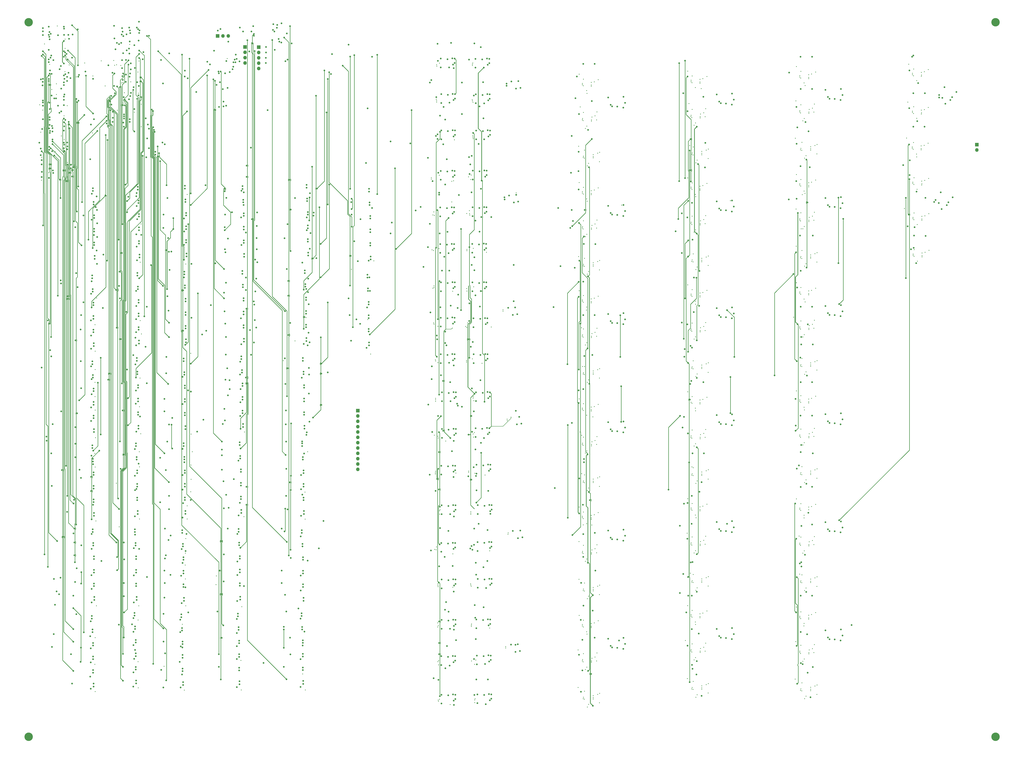
<source format=gbr>
%TF.GenerationSoftware,KiCad,Pcbnew,(6.99.0-3937-g3e53426b6c)*%
%TF.CreationDate,2025-03-11T03:35:31-04:00*%
%TF.ProjectId,AnalogFNN,416e616c-6f67-4464-9e4e-2e6b69636164,rev?*%
%TF.SameCoordinates,Original*%
%TF.FileFunction,Copper,L7,Inr*%
%TF.FilePolarity,Positive*%
%FSLAX46Y46*%
G04 Gerber Fmt 4.6, Leading zero omitted, Abs format (unit mm)*
G04 Created by KiCad (PCBNEW (6.99.0-3937-g3e53426b6c)) date 2025-03-11 03:35:31*
%MOMM*%
%LPD*%
G01*
G04 APERTURE LIST*
%TA.AperFunction,ComponentPad*%
%ADD10O,1.700000X1.700000*%
%TD*%
%TA.AperFunction,ComponentPad*%
%ADD11R,1.700000X1.700000*%
%TD*%
%TA.AperFunction,ViaPad*%
%ADD12C,4.000000*%
%TD*%
%TA.AperFunction,ViaPad*%
%ADD13C,0.800000*%
%TD*%
%TA.AperFunction,ViaPad*%
%ADD14C,0.400000*%
%TD*%
%TA.AperFunction,Conductor*%
%ADD15C,0.250000*%
%TD*%
%TA.AperFunction,Conductor*%
%ADD16C,0.350200*%
%TD*%
%TA.AperFunction,Conductor*%
%ADD17C,0.200000*%
%TD*%
G04 APERTURE END LIST*
D10*
%TO.N,+3V3*%
%TO.C,J2*%
X125599999Y-36984999D03*
%TO.N,GND*%
X125599999Y-34444999D03*
%TO.N,+5V*%
X125599999Y-31904999D03*
%TO.N,GND*%
X125599999Y-29364999D03*
D11*
%TO.N,-5V*%
X125599999Y-26824999D03*
%TD*%
%TO.N,GND*%
%TO.C,J1*%
X119099999Y-26799999D03*
D10*
%TO.N,/SWCLK*%
X119099999Y-29339999D03*
%TO.N,/SWDIO*%
X119099999Y-31879999D03*
%TO.N,+3V3*%
X119099999Y-34419999D03*
%TD*%
D11*
%TO.N,GND*%
%TO.C,SW1*%
X106074999Y-21499999D03*
D10*
%TO.N,Net-(SW1-B)*%
X108614999Y-21499999D03*
%TO.N,+3V3*%
X111154999Y-21499999D03*
%TD*%
D11*
%TO.N,/L5_OUT1*%
%TO.C,J4*%
X467306099Y-73225199D03*
D10*
%TO.N,/L5_OUT2*%
X467306099Y-75765199D03*
%TD*%
%TO.N,/L1_IN12*%
%TO.C,J3*%
X172724999Y-227724999D03*
%TO.N,/L1_IN11*%
X172724999Y-225184999D03*
%TO.N,/L1_IN10*%
X172724999Y-222644999D03*
%TO.N,/L1_IN9*%
X172724999Y-220104999D03*
%TO.N,/L1_IN8*%
X172724999Y-217564999D03*
%TO.N,/L1_IN7*%
X172724999Y-215024999D03*
%TO.N,/L1_IN6*%
X172724999Y-212484999D03*
%TO.N,/L1_IN5*%
X172724999Y-209944999D03*
%TO.N,/L1_IN4*%
X172724999Y-207404999D03*
%TO.N,/L1_IN3*%
X172724999Y-204864999D03*
%TO.N,/L1_IN2*%
X172724999Y-202324999D03*
D11*
%TO.N,/L1_IN1*%
X172724999Y-199784999D03*
%TD*%
D12*
%TO.N,GND*%
X476200000Y-15000000D03*
X476200000Y-355000000D03*
X16100000Y-355000000D03*
X16100000Y-15000000D03*
D13*
X116000000Y-304100000D03*
D14*
X388198000Y-127306000D03*
X211919276Y-246960041D03*
X58400000Y-56900000D03*
D13*
X177325000Y-136465000D03*
X46650000Y-143200000D03*
X249569000Y-202775000D03*
X178075000Y-95565000D03*
D14*
X387398000Y-315582000D03*
X284756000Y-182550000D03*
D13*
X219028000Y-68600000D03*
D14*
X383574000Y-126506000D03*
D13*
X68050000Y-94650000D03*
X402498000Y-51986700D03*
X46700000Y-224000000D03*
X299156000Y-153450000D03*
X68650000Y-107450000D03*
D14*
X283956000Y-62049700D03*
X226800000Y-302500000D03*
D13*
X350856000Y-150690000D03*
D14*
X210872400Y-159700000D03*
X209700000Y-230000000D03*
D13*
X218828000Y-157700000D03*
X146600000Y-316850000D03*
D14*
X380098700Y-155400000D03*
X279609000Y-147125000D03*
D13*
X68200000Y-195400000D03*
D14*
X279609000Y-250125000D03*
D13*
X219066000Y-318805000D03*
D14*
X434500000Y-53000000D03*
D13*
X68400000Y-208400000D03*
D14*
X210344800Y-35900000D03*
D13*
X68650000Y-167900000D03*
D14*
X210928700Y-283600000D03*
D13*
X90800000Y-154300000D03*
X236466000Y-246900000D03*
X89400000Y-323800000D03*
X89200000Y-258000000D03*
D14*
X225000000Y-158100000D03*
D13*
X146300000Y-216700000D03*
X118500000Y-120000000D03*
X90425000Y-94135000D03*
X68150000Y-142000000D03*
X147200000Y-188900000D03*
D14*
X329756000Y-89120200D03*
X284756000Y-337050000D03*
D13*
X46800000Y-318100000D03*
D14*
X335656000Y-60549700D03*
D13*
X91000000Y-167300000D03*
D14*
X228517572Y-336867939D03*
D13*
X116300000Y-323400000D03*
D14*
X383574000Y-280838000D03*
D13*
X248087000Y-97150000D03*
D14*
X329600000Y-327300000D03*
D13*
X47500000Y-127600000D03*
X402498000Y-309207000D03*
X146900000Y-182500000D03*
X116000000Y-257450000D03*
D14*
X283956000Y-268050000D03*
X383574000Y-75062200D03*
D13*
X89800000Y-277300000D03*
X117125000Y-241885000D03*
D14*
X69700000Y-64700000D03*
D13*
X90500000Y-229450000D03*
D14*
X381400000Y-121594400D03*
D13*
X250040000Y-256900000D03*
X129100000Y-29400000D03*
D14*
X279665000Y-163775000D03*
X387398000Y-161250000D03*
D13*
X219436000Y-193200000D03*
X326900000Y-157900000D03*
X350756000Y-206785000D03*
D14*
X331309000Y-144365000D03*
X284756000Y-131050000D03*
D13*
X178675000Y-121265000D03*
X299156000Y-50450200D03*
X233928000Y-140900000D03*
X218790000Y-87850000D03*
D14*
X211100000Y-338200000D03*
X381498000Y-36062200D03*
D13*
X47200000Y-210000000D03*
X234463000Y-175125000D03*
D14*
X383574000Y-229394000D03*
X383107000Y-108531000D03*
X436694000Y-39319900D03*
X225487127Y-228587127D03*
D13*
X236466000Y-282000000D03*
X147100000Y-249000000D03*
D14*
X209000000Y-140437100D03*
D13*
X148650000Y-100100000D03*
X68200000Y-188900000D03*
X118400000Y-160400000D03*
X46200000Y-298800000D03*
X243526000Y-44200000D03*
X350756000Y-308525000D03*
D14*
X208453116Y-141604858D03*
X278056000Y-194250000D03*
X211215277Y-318778704D03*
D13*
X89400000Y-317400000D03*
X299056000Y-313175000D03*
X219066000Y-228150000D03*
D14*
X383107000Y-211419000D03*
D13*
X67300000Y-276900000D03*
D14*
X440940000Y-58712200D03*
D13*
X234398000Y-157975000D03*
X235528000Y-51400000D03*
D14*
X278056000Y-91250200D03*
D13*
X402498000Y-154875000D03*
X67800000Y-242400000D03*
D14*
X329756000Y-241730000D03*
D13*
X114700000Y-30400000D03*
X117325000Y-248485000D03*
D14*
X335656000Y-314900000D03*
D13*
X116825000Y-222585000D03*
X47200000Y-249900000D03*
D14*
X207700000Y-89700000D03*
D13*
X116600000Y-270250000D03*
D14*
X228300000Y-320600000D03*
X383107000Y-159975000D03*
X277867500Y-126511700D03*
D13*
X47000000Y-203400000D03*
D14*
X280132000Y-233250000D03*
D13*
X68650000Y-113950000D03*
X147200000Y-201800000D03*
D14*
X227446800Y-69046800D03*
D13*
X90800000Y-147800000D03*
X146400000Y-264400000D03*
D14*
X210872400Y-177000000D03*
D13*
X101100000Y-33800000D03*
X402498000Y-206319000D03*
X178675000Y-114865000D03*
X447706000Y-99600200D03*
X299056000Y-261675000D03*
D14*
X210057000Y-266000000D03*
X279665000Y-112275000D03*
X33500000Y-23000000D03*
D13*
X118200000Y-100700000D03*
X350756000Y-155915000D03*
X46900000Y-264000000D03*
D14*
X329756000Y-139990000D03*
X228000000Y-195100000D03*
X335656000Y-213160000D03*
D13*
X68450000Y-154900000D03*
D14*
X387297000Y-299049000D03*
X387297000Y-196161000D03*
X226700000Y-283400000D03*
D13*
X147400000Y-208400000D03*
D14*
X227852500Y-140900500D03*
X331309000Y-246105000D03*
X336456000Y-281530000D03*
X210898424Y-282259796D03*
X224676500Y-123700000D03*
D13*
X46600000Y-257600000D03*
D14*
X383574000Y-332282000D03*
D13*
X233790000Y-122550000D03*
D14*
X208793934Y-158083426D03*
D13*
X117125000Y-228985000D03*
X89900000Y-176300000D03*
X46950000Y-162500000D03*
D14*
X22300000Y-79300000D03*
X329756000Y-190860000D03*
X278000000Y-262100000D03*
D13*
X219371000Y-210675000D03*
X177925000Y-149265000D03*
X219131000Y-337105000D03*
D14*
X21900000Y-67300000D03*
D13*
X67300000Y-270400000D03*
X177925000Y-155765000D03*
D14*
X277600000Y-331600000D03*
D13*
X148100000Y-147200000D03*
D14*
X279609000Y-44124900D03*
D13*
X435295400Y-87700000D03*
X66700000Y-257600000D03*
D14*
X31666900Y-69100000D03*
D13*
X146600000Y-176100000D03*
X178875000Y-127865000D03*
D14*
X331832000Y-331600000D03*
D13*
X328137248Y-174175044D03*
D14*
X388198000Y-230194000D03*
D13*
X177625000Y-142865000D03*
X226900548Y-264279565D03*
D14*
X331832000Y-280730000D03*
X380941078Y-70158922D03*
X68599678Y-33493545D03*
D13*
X249126000Y-43000000D03*
D14*
X383107000Y-57087000D03*
X26100000Y-35100000D03*
X279609000Y-301625000D03*
D13*
X235731000Y-301305000D03*
D14*
X436859000Y-91074900D03*
X381274500Y-103900000D03*
D13*
X227251500Y-266000000D03*
X67200000Y-216700000D03*
X47400000Y-289900000D03*
X47300000Y-108100000D03*
X47300000Y-121000000D03*
X90500000Y-202000000D03*
D14*
X27100000Y-47000000D03*
X227417572Y-34412636D03*
X227800000Y-212400000D03*
X226500000Y-89800000D03*
D13*
X116600000Y-283150000D03*
X67300000Y-283300000D03*
X210728000Y-70500000D03*
D14*
X336456000Y-128920000D03*
D13*
X67000000Y-264000000D03*
D14*
X441155000Y-109267000D03*
D13*
X47000000Y-243300000D03*
X218590000Y-122650000D03*
D14*
X209764477Y-228664477D03*
D13*
X116500000Y-330000000D03*
X402598000Y-201094000D03*
D14*
X284756000Y-285550000D03*
D13*
X116600000Y-276750000D03*
X46700000Y-95300000D03*
D14*
X61700000Y-48500000D03*
X434900000Y-35000000D03*
D13*
X117925000Y-194595000D03*
D14*
X335555000Y-196627000D03*
D13*
X146900000Y-236000000D03*
X47000000Y-101700000D03*
X90200000Y-223050000D03*
D14*
X330700000Y-73700000D03*
D13*
X218933000Y-140875000D03*
X146600000Y-323250000D03*
X299156000Y-204950000D03*
X47000000Y-190500000D03*
X148100000Y-160100000D03*
D14*
X210196900Y-264695500D03*
X278056000Y-142750000D03*
D13*
X68200000Y-201800000D03*
X146700000Y-270800000D03*
D14*
X211200000Y-320800000D03*
D13*
X437242074Y-122385286D03*
X116300000Y-263850000D03*
D14*
X387398000Y-264138000D03*
D13*
X90500000Y-242350000D03*
X247626000Y-150700000D03*
X118400000Y-147500000D03*
D14*
X228876500Y-318505800D03*
X210300000Y-53000000D03*
D13*
X218590000Y-105250000D03*
X350856000Y-201560000D03*
X218828000Y-34400000D03*
D14*
X336456000Y-78050200D03*
D13*
X46500000Y-305200000D03*
X67100000Y-310150000D03*
D14*
X227300000Y-35600000D03*
D13*
X350856000Y-48950200D03*
X67100000Y-323050000D03*
X46400000Y-217600000D03*
D14*
X209200000Y-211500000D03*
D13*
X457606000Y-48200200D03*
X402498000Y-103431000D03*
D14*
X280132000Y-78750200D03*
X436594000Y-74319900D03*
X279609000Y-95624900D03*
D13*
X299056000Y-210175000D03*
X47200000Y-270400000D03*
D14*
X432847840Y-103658746D03*
D13*
X116300000Y-317000000D03*
X299056000Y-107175000D03*
X248881000Y-311005000D03*
D14*
X383051000Y-40436900D03*
X335555000Y-298367000D03*
D13*
X90700000Y-248950000D03*
D14*
X283855000Y-148517000D03*
X211000000Y-212900000D03*
X436694000Y-57319900D03*
X387398000Y-212694000D03*
D13*
X235328000Y-34500000D03*
D14*
X331365000Y-110145000D03*
D13*
X91025000Y-119835000D03*
X68350000Y-101050000D03*
X147500000Y-134400000D03*
D14*
X331365000Y-161015000D03*
D13*
X148950000Y-106500000D03*
D14*
X280132000Y-284750000D03*
X436909000Y-107875000D03*
D13*
X177925000Y-162165000D03*
D14*
X279665000Y-266775000D03*
D13*
X47200000Y-276900000D03*
D14*
X383051000Y-143325000D03*
D13*
X235571000Y-193175000D03*
D14*
X383574000Y-177950000D03*
D13*
X90200000Y-182700000D03*
X149150000Y-126000000D03*
D14*
X383107000Y-314307000D03*
X227300000Y-175150500D03*
D13*
X299156000Y-256450000D03*
D14*
X211700000Y-249100000D03*
X35400000Y-35300000D03*
X279169100Y-160400000D03*
D13*
X235663000Y-68625000D03*
D14*
X226853500Y-301300000D03*
X226398897Y-282195671D03*
D13*
X146700000Y-277300000D03*
X46800000Y-324500000D03*
X219266000Y-247000000D03*
D14*
X278056000Y-297250000D03*
D13*
X46350000Y-136800000D03*
D14*
X387297000Y-41829200D03*
X380900000Y-327600000D03*
X331309000Y-42624900D03*
D13*
X68450000Y-161300000D03*
X146600000Y-310350000D03*
X118500000Y-107100000D03*
D14*
X335656000Y-111420000D03*
D13*
X118700000Y-126600000D03*
X109600000Y-39300000D03*
D14*
X283855000Y-251517000D03*
D13*
X117125000Y-235485000D03*
X146900000Y-242400000D03*
X148300000Y-166700000D03*
X350856000Y-303300000D03*
X236366000Y-264500000D03*
X47150000Y-169100000D03*
D14*
X279665000Y-60775000D03*
X228491330Y-229598032D03*
D13*
X146600000Y-223100000D03*
D14*
X226000000Y-106800000D03*
D13*
X68650000Y-120350000D03*
D14*
X284756000Y-79550200D03*
X29300000Y-44300000D03*
D13*
X66800000Y-303750000D03*
D14*
X331365000Y-59275000D03*
X226700000Y-87750500D03*
X244266000Y-258000000D03*
D13*
X402498000Y-257763000D03*
X116525000Y-216185000D03*
X235871000Y-227675000D03*
D14*
X330300000Y-53700000D03*
D13*
X67300000Y-329650000D03*
D14*
X437009000Y-125275000D03*
D13*
X350856000Y-252430000D03*
D14*
X227714500Y-122575500D03*
D13*
X146900000Y-229500000D03*
X178675000Y-108365000D03*
X178125000Y-168765000D03*
X148950000Y-113000000D03*
D14*
X209782422Y-195393922D03*
X209700000Y-175600000D03*
X280132000Y-181750000D03*
D13*
X402598000Y-149650000D03*
X118100000Y-141100000D03*
X148350000Y-93700000D03*
X67500000Y-289900000D03*
X47200000Y-283300000D03*
X147200000Y-195400000D03*
X146800000Y-329850000D03*
D14*
X22200000Y-90200000D03*
D13*
X90200000Y-135000000D03*
X89400000Y-310900000D03*
X117800000Y-134700000D03*
X68850000Y-126950000D03*
X90500000Y-195600000D03*
X67600000Y-176100000D03*
D14*
X46700000Y-40600000D03*
X69700000Y-54000000D03*
D13*
X67900000Y-182500000D03*
D14*
X335555000Y-44017200D03*
X383051000Y-246213000D03*
X328600000Y-309200000D03*
D13*
X66500000Y-297350000D03*
X402598000Y-46762200D03*
X106100000Y-19000000D03*
D14*
X382700000Y-259500000D03*
X387398000Y-58361700D03*
X210075066Y-51685574D03*
X329756000Y-292600000D03*
D13*
X116300000Y-310500000D03*
D14*
X243839000Y-203921000D03*
D13*
X218828000Y-175100000D03*
X146900000Y-290300000D03*
X219231000Y-301505000D03*
D14*
X283956000Y-165050000D03*
X277600000Y-313700000D03*
X34500000Y-54700000D03*
X211379500Y-122650500D03*
D13*
X47000000Y-197000000D03*
D14*
X381498000Y-293282000D03*
X280132000Y-130250000D03*
D13*
X117625000Y-181695000D03*
D14*
X331832000Y-128120000D03*
X335555000Y-247497000D03*
X227592400Y-70400000D03*
D13*
X146100000Y-258000000D03*
D14*
X209180803Y-106933075D03*
X336456000Y-332400000D03*
D13*
X146700000Y-283700000D03*
D14*
X211600000Y-337130800D03*
D13*
X90700000Y-208600000D03*
X90725000Y-100535000D03*
D14*
X57000000Y-35500000D03*
D13*
X327240400Y-207900000D03*
X350756000Y-257655000D03*
X118500000Y-113600000D03*
D14*
X278056000Y-245750000D03*
X381498000Y-87506200D03*
X283855000Y-97017200D03*
D13*
X89800000Y-270800000D03*
D14*
X224676500Y-142900000D03*
X331832000Y-178990000D03*
X383051000Y-297657000D03*
X224500000Y-176700000D03*
D13*
X67500000Y-223100000D03*
X235371000Y-210275000D03*
D14*
X211554600Y-87850500D03*
D13*
X146000000Y-297550000D03*
D14*
X329756000Y-38250200D03*
D13*
X46950000Y-149600000D03*
D14*
X241825000Y-151825000D03*
D13*
X67100000Y-316650000D03*
D14*
X284756000Y-234050000D03*
X227196800Y-51796800D03*
X335656000Y-264030000D03*
X331000000Y-277200000D03*
D13*
X402598000Y-252538000D03*
X90800000Y-160700000D03*
X382668500Y-225900000D03*
D14*
X335555000Y-94887200D03*
X331309000Y-93494900D03*
X383107000Y-262863000D03*
D13*
X178375000Y-101965000D03*
D14*
X331762178Y-226562178D03*
D13*
X455806000Y-98300200D03*
X47000000Y-331100000D03*
D14*
X336456000Y-230660000D03*
X387297000Y-93273200D03*
D13*
X350756000Y-54174700D03*
D14*
X383051000Y-91880900D03*
D13*
X89500000Y-264400000D03*
D14*
X228246500Y-210275500D03*
D13*
X118125000Y-207595000D03*
D14*
X228400000Y-338800000D03*
D13*
X68450000Y-148400000D03*
D14*
X388198000Y-281638000D03*
D13*
X148950000Y-119400000D03*
X129000000Y-34400000D03*
D14*
X433901300Y-70100000D03*
D13*
X91025000Y-106935000D03*
D14*
X208900000Y-105254900D03*
D13*
X402598000Y-98206200D03*
X236001000Y-318480000D03*
X68000000Y-249000000D03*
X117900000Y-94300000D03*
D14*
X210800000Y-302800000D03*
D13*
X46400000Y-177700000D03*
X117925000Y-200995000D03*
X383320800Y-174600000D03*
D14*
X383051000Y-194769000D03*
D13*
X90500000Y-189100000D03*
D14*
X388198000Y-333082000D03*
X388198000Y-75862200D03*
X387297000Y-144717000D03*
D13*
X326917692Y-105913388D03*
X47300000Y-114600000D03*
X117925000Y-188095000D03*
X89600000Y-330400000D03*
X146300000Y-303950000D03*
D14*
X46400000Y-67700000D03*
D13*
X90500000Y-141400000D03*
D14*
X227500000Y-53100000D03*
X209788500Y-194000000D03*
X278056000Y-39750200D03*
X331365000Y-262755000D03*
X381498000Y-241838000D03*
X331365000Y-211885000D03*
X279700000Y-178800000D03*
X283855000Y-45517200D03*
X331309000Y-296975000D03*
D13*
X147800000Y-140800000D03*
X219266000Y-282300000D03*
X275103010Y-109582555D03*
D14*
X335555000Y-145757000D03*
D13*
X381161100Y-206900000D03*
X47000000Y-230400000D03*
D14*
X336456000Y-179790000D03*
D13*
X47000000Y-236900000D03*
D14*
X329500000Y-258200000D03*
D13*
X67800000Y-229500000D03*
X210728000Y-68300000D03*
X91025000Y-113435000D03*
X326904592Y-124825820D03*
D14*
X280132000Y-336250000D03*
X381498000Y-138950000D03*
D13*
X350856000Y-99820200D03*
D14*
X381200000Y-52400000D03*
X210806444Y-300790794D03*
X441255000Y-126667000D03*
D13*
X299156000Y-307950000D03*
X89900000Y-216650000D03*
D14*
X440940000Y-40712200D03*
X279665000Y-215275000D03*
D13*
X116800000Y-289750000D03*
X90000000Y-290300000D03*
D14*
X283855000Y-303017000D03*
D13*
X236296000Y-336930000D03*
D14*
X283855000Y-200017000D03*
D13*
X219028000Y-51300000D03*
D14*
X283956000Y-319550000D03*
X22800000Y-56800000D03*
D13*
X91225000Y-126435000D03*
X118400000Y-154000000D03*
D14*
X283956000Y-216550000D03*
X278600000Y-55300000D03*
D13*
X115700000Y-297700000D03*
X46800000Y-311600000D03*
D14*
X388198000Y-178750000D03*
X224600000Y-106000000D03*
X278000000Y-280100000D03*
D13*
X46950000Y-156100000D03*
X299156000Y-101950000D03*
X88800000Y-298100000D03*
D14*
X331832000Y-77250200D03*
X226500000Y-249200000D03*
X227700000Y-193200000D03*
X243131000Y-312105000D03*
X211600000Y-34500000D03*
X331832000Y-229860000D03*
D13*
X233990000Y-105150000D03*
D14*
X441105000Y-92467200D03*
X279295200Y-229800000D03*
X23700000Y-25300000D03*
D13*
X219066000Y-264900000D03*
X89800000Y-283700000D03*
D14*
X383000000Y-277600000D03*
X279665000Y-318275000D03*
D13*
X148100000Y-153700000D03*
X67850000Y-135600000D03*
D14*
X440840000Y-75712200D03*
D13*
X90500000Y-235950000D03*
X299056000Y-55674700D03*
X118600000Y-167000000D03*
D14*
X331365000Y-313625000D03*
D13*
X117325000Y-175295000D03*
X299056000Y-158675000D03*
X449406000Y-49600200D03*
X46700000Y-184100000D03*
X402598000Y-303982000D03*
D14*
X381100000Y-309700000D03*
D13*
X350756000Y-105045000D03*
D14*
X208715000Y-123600000D03*
X224573700Y-160200000D03*
X335656000Y-162290000D03*
D13*
X59100000Y-25400000D03*
X89100000Y-304500000D03*
X453772000Y-100655000D03*
X455507000Y-50600200D03*
X234090000Y-87750000D03*
D14*
X38800000Y-41000000D03*
D13*
X242491000Y-98347500D03*
D14*
X277856000Y-74050200D03*
X283956000Y-113550000D03*
X279609000Y-198625000D03*
X381498000Y-190394000D03*
D13*
X67800000Y-236000000D03*
D14*
X226500000Y-247900000D03*
X387398000Y-109806000D03*
X279295200Y-211600000D03*
D13*
%TO.N,+3V3*%
X116500000Y-33600000D03*
X111100000Y-24200000D03*
%TO.N,Net-(U27B-+)*%
X291856000Y-50850200D03*
X293756000Y-55050200D03*
%TO.N,Net-(C20-Pad2)*%
X299956000Y-53350200D03*
X296245000Y-55150200D03*
%TO.N,Net-(U44B-+)*%
X291856000Y-256850000D03*
X293756000Y-261050000D03*
%TO.N,Net-(U31B-+)*%
X293756000Y-106550000D03*
X291856000Y-102350000D03*
%TO.N,Net-(C23-Pad2)*%
X296245000Y-106650000D03*
X299956000Y-104850000D03*
%TO.N,Net-(U36B-+)*%
X291856000Y-153850000D03*
X293756000Y-158050000D03*
%TO.N,Net-(C26-Pad2)*%
X299956000Y-156350000D03*
X296245000Y-158150000D03*
%TO.N,Net-(U63B-+)*%
X345456000Y-206160000D03*
X343556000Y-201960000D03*
%TO.N,Net-(U40B-+)*%
X293756000Y-209550000D03*
X291856000Y-205350000D03*
%TO.N,Net-(C29-Pad2)*%
X299956000Y-207850000D03*
X296245000Y-209650000D03*
%TO.N,Net-(C32-Pad2)*%
X296245000Y-261150000D03*
X299956000Y-259350000D03*
%TO.N,Net-(U48B-+)*%
X293756000Y-312550000D03*
X291856000Y-308350000D03*
%TO.N,Net-(C35-Pad2)*%
X296245000Y-312650000D03*
X299956000Y-310850000D03*
%TO.N,Net-(U51B-+)*%
X345456000Y-53550200D03*
X343556000Y-49350200D03*
%TO.N,Net-(C38-Pad2)*%
X347945000Y-53650200D03*
X351656000Y-51850200D03*
%TO.N,Net-(U55B-+)*%
X343556000Y-100220000D03*
X345456000Y-104420000D03*
%TO.N,Net-(C41-Pad2)*%
X347945000Y-104520000D03*
X351656000Y-102720000D03*
%TO.N,Net-(U59B-+)*%
X343556000Y-151090000D03*
X345456000Y-155290000D03*
%TO.N,Net-(C44-Pad2)*%
X351656000Y-153590000D03*
X347945000Y-155390000D03*
%TO.N,Net-(C47-Pad2)*%
X351656000Y-204460000D03*
X347945000Y-206260000D03*
%TO.N,Net-(U67B-+)*%
X343556000Y-252830000D03*
X345456000Y-257030000D03*
%TO.N,Net-(C50-Pad2)*%
X351656000Y-255330000D03*
X347945000Y-257130000D03*
%TO.N,Net-(U71B-+)*%
X343556000Y-303700000D03*
X345456000Y-307900000D03*
%TO.N,Net-(C53-Pad2)*%
X347945000Y-308000000D03*
X351656000Y-306200000D03*
%TO.N,Net-(U75B-+)*%
X395298000Y-47162200D03*
X397198000Y-51362200D03*
%TO.N,Net-(C56-Pad2)*%
X403398000Y-49662200D03*
X399687000Y-51462200D03*
%TO.N,Net-(U79B-+)*%
X395298000Y-98606200D03*
X397198000Y-102806000D03*
%TO.N,Net-(C59-Pad2)*%
X399687000Y-102906000D03*
X403398000Y-101106000D03*
%TO.N,Net-(U83B-+)*%
X395298000Y-150050000D03*
X397198000Y-154250000D03*
%TO.N,Net-(C62-Pad2)*%
X399687000Y-154350000D03*
X403398000Y-152550000D03*
%TO.N,Net-(U87B-+)*%
X397198000Y-205694000D03*
X395298000Y-201494000D03*
%TO.N,Net-(C65-Pad2)*%
X399687000Y-205794000D03*
X403398000Y-203994000D03*
%TO.N,Net-(U91B-+)*%
X397198000Y-257138000D03*
X395298000Y-252938000D03*
%TO.N,Net-(C68-Pad2)*%
X403398000Y-255438000D03*
X399687000Y-257238000D03*
%TO.N,Net-(U95B-+)*%
X395298000Y-304382000D03*
X397198000Y-308582000D03*
%TO.N,Net-(C71-Pad2)*%
X403398000Y-306882000D03*
X399687000Y-308682000D03*
%TO.N,Net-(C3002-Pad2)*%
X249087000Y-100350000D03*
X246987000Y-100750000D03*
%TO.N,Net-(U13001B-+)*%
X451906000Y-45900200D03*
X450906000Y-51000200D03*
%TO.N,Net-(U13001C--)*%
X452306000Y-53800200D03*
X454706000Y-52000200D03*
%TO.N,Net-(U17001B-+)*%
X449171000Y-101055000D03*
X450171000Y-95955200D03*
%TO.N,Net-(U17001C--)*%
X450571000Y-103855000D03*
X452971000Y-102055000D03*
%TO.N,Net-(C23002-Pad2)*%
X248026000Y-46600000D03*
X250126000Y-46200000D03*
%TO.N,Net-(C33002-Pad2)*%
X246526000Y-154300000D03*
X248626000Y-153900000D03*
%TO.N,Net-(C131002-Pad2)*%
X248469000Y-206375000D03*
X250569000Y-205975000D03*
%TO.N,Net-(C139002-Pad2)*%
X248940000Y-260500000D03*
X251040000Y-260100000D03*
%TO.N,Net-(C148002-Pad2)*%
X249881000Y-314205000D03*
X247781000Y-314605000D03*
%TO.N,Net-(Q2001A-S1)*%
X211990000Y-103150000D03*
X211990000Y-107350000D03*
D14*
%TO.N,/InNeuron_2/OUT*%
X248100000Y-96200000D03*
X284600000Y-202800000D03*
X281800000Y-306200000D03*
X280000000Y-254200000D03*
X281800000Y-48900000D03*
X281900000Y-100200000D03*
X284100000Y-254222300D03*
X281600000Y-152000000D03*
D13*
%TO.N,/InNeuron_1/OUT*%
X278103700Y-248747400D03*
X277792400Y-196203100D03*
X278832500Y-299409900D03*
X276983900Y-40798000D03*
X277835500Y-145602200D03*
X277835500Y-94580500D03*
%TO.N,/InNeuron_3/OUT*%
X278203300Y-232069900D03*
X279058500Y-281744100D03*
X278181200Y-128454700D03*
X246956900Y-130447300D03*
X246956900Y-147775000D03*
X278936100Y-333620000D03*
X277870600Y-76647100D03*
X277885500Y-180262300D03*
%TO.N,/Neuron6_1/OUT*%
X331279500Y-90789700D03*
X329641800Y-243737500D03*
X330768200Y-194608700D03*
X329026200Y-295833100D03*
X329608800Y-40780300D03*
D14*
%TO.N,/Neuron6_10/IN2*%
X333700000Y-250800000D03*
X333500000Y-301600000D03*
X333551072Y-97951072D03*
X336200000Y-46600000D03*
X298358240Y-102002762D03*
X333500000Y-199900000D03*
X333500000Y-149200000D03*
D13*
%TO.N,/Neuron6_10/IN3*%
X329900500Y-177100600D03*
X330636100Y-76064700D03*
X297635200Y-154478300D03*
X329888600Y-126462100D03*
X297635200Y-174284500D03*
X330405300Y-224457300D03*
X330636100Y-328986000D03*
X329898100Y-278988300D03*
%TO.N,/Neuron6_10/IN4*%
X336347500Y-233822500D03*
X334058300Y-184238700D03*
X298053400Y-188232700D03*
X336347500Y-335562500D03*
X334625600Y-82483600D03*
X298053400Y-205198400D03*
X335361500Y-133348200D03*
X334058300Y-285978700D03*
%TO.N,/Neuron6_10/IN5*%
X329825800Y-210622400D03*
X329673100Y-57288300D03*
X329591800Y-158772700D03*
X329558800Y-107907500D03*
X329558800Y-260765200D03*
X329689100Y-311643600D03*
%TO.N,/Neuron6_10/IN6*%
X334036100Y-217292600D03*
X334036100Y-319052000D03*
X334036100Y-166416000D03*
X297062800Y-309242400D03*
X334073000Y-64694600D03*
X334036100Y-268181400D03*
X334036100Y-115579200D03*
%TO.N,/Neuron6_13/IN1*%
X381805600Y-141241400D03*
X377993400Y-38962200D03*
X380843900Y-244025500D03*
X381061900Y-194210500D03*
X381403200Y-90595300D03*
X381281400Y-295833100D03*
D14*
%TO.N,/Neuron6_13/IN2*%
X350060914Y-99904126D03*
X385600000Y-148100000D03*
X385005200Y-302300000D03*
X385100000Y-250900000D03*
X385600000Y-45100000D03*
X385300000Y-199500000D03*
X385500000Y-96475500D03*
D13*
%TO.N,/Neuron6_13/IN3*%
X381621500Y-279042300D03*
X351894000Y-174284500D03*
X381627800Y-176277100D03*
X348448600Y-151955400D03*
X381314000Y-124469500D03*
X381550300Y-72806300D03*
X381811000Y-329814900D03*
X381663700Y-227416500D03*
%TO.N,/Neuron6_10/OUT*%
X350074000Y-201023400D03*
X386219500Y-234613900D03*
X386155600Y-286113100D03*
X386283400Y-131762700D03*
X386192700Y-80323200D03*
X350074000Y-183822400D03*
X388141900Y-336231700D03*
X386431200Y-183184900D03*
%TO.N,/Neuron6_11/OUT*%
X381403600Y-260819200D03*
X382178300Y-105763200D03*
X381987700Y-158656000D03*
X348448600Y-253712700D03*
X381572900Y-311773900D03*
X381425100Y-55312300D03*
X381061900Y-209399800D03*
D14*
%TO.N,/Neuron6_12/OUT*%
X383788000Y-113295800D03*
D13*
X383789100Y-216140900D03*
X383580200Y-319981400D03*
X383763500Y-164778400D03*
X385778300Y-62525100D03*
X385550100Y-268373000D03*
%TO.N,/Neuron6_13/OUT*%
X436022900Y-123031900D03*
X435186100Y-37962600D03*
%TO.N,/Neuron6_14/OUT*%
X439368400Y-43934600D03*
X401448700Y-98462800D03*
X438419800Y-129667900D03*
X401448700Y-129667900D03*
%TO.N,/Neuron6_15/OUT*%
X401816000Y-149119900D03*
X403740700Y-108528700D03*
X435094900Y-73170500D03*
X434850800Y-106536100D03*
%TO.N,/Neuron6_16/OUT*%
X437700700Y-112535000D03*
D14*
X438700000Y-79100000D03*
D13*
X434400000Y-112100000D03*
%TO.N,/Neuron6_17/OUT*%
X435144900Y-55910200D03*
X435227400Y-89635800D03*
X401816000Y-252018700D03*
%TO.N,/Neuron6_18/OUT*%
X438944400Y-62084000D03*
X407728900Y-301810900D03*
X438634100Y-95580100D03*
%TO.N,/InNeuron_4/OUT*%
X282250500Y-135939200D03*
X284574200Y-287595700D03*
X282656500Y-238475400D03*
X282733500Y-84018900D03*
X282889500Y-187003100D03*
X247943600Y-199889000D03*
X284574200Y-340247100D03*
%TO.N,/InNeuron_5/OUT*%
X277974600Y-58713700D03*
D14*
X278549500Y-209947500D03*
D13*
X277997800Y-110521300D03*
X278644600Y-158435100D03*
X274831300Y-259036200D03*
X278000400Y-315974000D03*
%TO.N,/InNeuron_6/OUT*%
X282336100Y-66193900D03*
X247817400Y-311266300D03*
X282053500Y-220667800D03*
X282249400Y-272177000D03*
X282100600Y-170176200D03*
X282336100Y-323679800D03*
X280352600Y-116971000D03*
D14*
%TO.N,-5V*%
X387306000Y-41229800D03*
X335564000Y-43417800D03*
X387306000Y-195562000D03*
D13*
X233353000Y-88475700D03*
D14*
X440949000Y-58112800D03*
D13*
X235134000Y-228401000D03*
D14*
X284762000Y-284905000D03*
X335564000Y-94287800D03*
X335564000Y-145158000D03*
X283864000Y-147918000D03*
X284762000Y-78904600D03*
D13*
X218091000Y-35125700D03*
X233253000Y-105876000D03*
X218329000Y-319531000D03*
D14*
X387398000Y-212094000D03*
D13*
X235559000Y-337656000D03*
X218634000Y-211401000D03*
X234591000Y-35225700D03*
X218494000Y-302231000D03*
D14*
X441114000Y-91867800D03*
X283956000Y-164450000D03*
D13*
X235729000Y-282726000D03*
D14*
X388204000Y-280993000D03*
X336462000Y-179145000D03*
X388204000Y-332437000D03*
X387306000Y-298450000D03*
X336462000Y-77404600D03*
X388204000Y-178105000D03*
X441264000Y-126068000D03*
D13*
X234834000Y-193901000D03*
X233726000Y-175851000D03*
D14*
X335656000Y-263430000D03*
X283956000Y-267450000D03*
D13*
X234994000Y-302031000D03*
D14*
X387398000Y-314982000D03*
X283956000Y-112950000D03*
D13*
X234791000Y-52125700D03*
D14*
X441164000Y-108668000D03*
X283864000Y-250918000D03*
X387306000Y-144118000D03*
X336462000Y-331755000D03*
D13*
X129100000Y-26800000D03*
X218394000Y-337831000D03*
D14*
X283956000Y-215950000D03*
X284762000Y-181905000D03*
D13*
X218091000Y-158426000D03*
X218053000Y-88575700D03*
D14*
X335656000Y-314300000D03*
X387398000Y-57762200D03*
X387398000Y-263538000D03*
D13*
X218699000Y-193926000D03*
D14*
X388204000Y-126661000D03*
D13*
X233191000Y-141626000D03*
D14*
X336462000Y-280885000D03*
D13*
X218291000Y-52025700D03*
X218329000Y-265626000D03*
D14*
X284762000Y-130405000D03*
X283864000Y-302418000D03*
X284762000Y-233405000D03*
X283956000Y-318950000D03*
D13*
X218291000Y-69325700D03*
X217853000Y-123376000D03*
X234926000Y-69350700D03*
X233661000Y-158701000D03*
D14*
X335656000Y-59950200D03*
X335656000Y-161690000D03*
D13*
X217853000Y-105976000D03*
D14*
X336462000Y-230015000D03*
D13*
X218529000Y-247726000D03*
D14*
X284762000Y-336405000D03*
X440849000Y-75112800D03*
X335564000Y-297768000D03*
X283864000Y-44917800D03*
X335564000Y-196028000D03*
X387398000Y-160650000D03*
X387306000Y-247006000D03*
X440949000Y-40112800D03*
X387398000Y-109206000D03*
D13*
X235264000Y-319206000D03*
X218196000Y-141601000D03*
X218091000Y-175826000D03*
D14*
X283864000Y-199418000D03*
D13*
X218329000Y-228876000D03*
X235629000Y-265226000D03*
X235729000Y-247626000D03*
D14*
X283864000Y-96417800D03*
X388204000Y-229549000D03*
X283956000Y-61450200D03*
X335656000Y-110820000D03*
X335656000Y-212560000D03*
X388204000Y-75216600D03*
X387306000Y-92673800D03*
D13*
X218529000Y-283026000D03*
D14*
X336462000Y-128275000D03*
D13*
X233053000Y-123276000D03*
X234634000Y-211001000D03*
D14*
X335564000Y-246898000D03*
D13*
%TO.N,+5V*%
X90700000Y-247550000D03*
X117900000Y-93000000D03*
D14*
X211000000Y-302100000D03*
X331296000Y-314221000D03*
D13*
X67300000Y-328250000D03*
X147100000Y-247600000D03*
X146600000Y-221900000D03*
X149100000Y-137000000D03*
X396490000Y-50553400D03*
X118125000Y-206195000D03*
X150000000Y-96400000D03*
X46950000Y-148400000D03*
D14*
X279596000Y-61370600D03*
X147800000Y-332756800D03*
X147700000Y-251500000D03*
D13*
X46500000Y-304000000D03*
D14*
X33100000Y-70806000D03*
X224100000Y-159800000D03*
X208500000Y-106656700D03*
X69221300Y-157016600D03*
D13*
X118200000Y-99500000D03*
D14*
X48000000Y-212668400D03*
D13*
X47300000Y-106900000D03*
X46350000Y-135500000D03*
D14*
X178882778Y-172882778D03*
D13*
X124800000Y-105500000D03*
X117325000Y-173995000D03*
X90500000Y-187900000D03*
D14*
X383039000Y-109127000D03*
D13*
X344747000Y-154481000D03*
X116300000Y-315700000D03*
X147500000Y-133100000D03*
X47000000Y-100500000D03*
X48500000Y-123600000D03*
D14*
X436708000Y-57931100D03*
D13*
X177625000Y-141665000D03*
X177925000Y-160965000D03*
D14*
X383039000Y-314903000D03*
D13*
X226300000Y-265400000D03*
X177925000Y-148065000D03*
X117125000Y-234185000D03*
D14*
X241827000Y-152495000D03*
D13*
X146300000Y-302750000D03*
X147800000Y-139600000D03*
X146900000Y-241200000D03*
X90800000Y-153000000D03*
D14*
X331703000Y-77879100D03*
D13*
X116300000Y-262650000D03*
D14*
X209788500Y-194700000D03*
X208100000Y-123300000D03*
D13*
X48600000Y-130000000D03*
X89400000Y-322600000D03*
D14*
X209000000Y-158646400D03*
D13*
X178125000Y-167365000D03*
D14*
X211658800Y-247500000D03*
X93316468Y-225744928D03*
D13*
X148100000Y-152400000D03*
X89600000Y-329000000D03*
D14*
X331296000Y-110741000D03*
D13*
X67200000Y-215400000D03*
D14*
X383445000Y-75691100D03*
X209700000Y-229400000D03*
D13*
X90500000Y-194300000D03*
D14*
X91600000Y-96923700D03*
D13*
X90500000Y-241150000D03*
D14*
X437023000Y-125886000D03*
D13*
X67850000Y-134300000D03*
X46650000Y-142000000D03*
D14*
X68500000Y-292722700D03*
D13*
X118700000Y-125200000D03*
D14*
X228400000Y-337500000D03*
X331296000Y-212481000D03*
D13*
X117325000Y-247085000D03*
D14*
X47800000Y-226700000D03*
D13*
X147400000Y-207000000D03*
X293047000Y-260241000D03*
X47300000Y-119800000D03*
X90500000Y-228250000D03*
D14*
X383065000Y-41048100D03*
D13*
X396490000Y-256329000D03*
D14*
X94047546Y-219417261D03*
D13*
X68600000Y-14743400D03*
X89800000Y-269600000D03*
X90200000Y-133700000D03*
X117800000Y-133400000D03*
X68450000Y-153600000D03*
X118500000Y-105900000D03*
X47000000Y-195700000D03*
D14*
X279623000Y-250736000D03*
X148100000Y-155510900D03*
D13*
X89500000Y-263200000D03*
X68000000Y-247600000D03*
D14*
X383065000Y-298268000D03*
D13*
X124400000Y-137000000D03*
X344747000Y-256221000D03*
D14*
X279596000Y-112871000D03*
D13*
X146400000Y-263200000D03*
X123700000Y-156700000D03*
X66800000Y-302550000D03*
D14*
X89300000Y-301539300D03*
D13*
X116800000Y-288350000D03*
X242600000Y-99341000D03*
D14*
X90900000Y-292700000D03*
D13*
X146900000Y-181300000D03*
X147200000Y-200600000D03*
D14*
X436873000Y-91686100D03*
X177462256Y-156456460D03*
X91531700Y-251352900D03*
X48508278Y-146208278D03*
D13*
X148950000Y-105300000D03*
X67600000Y-174800000D03*
D14*
X64200000Y-25600000D03*
X47800000Y-180300000D03*
D13*
X209928000Y-69100000D03*
D14*
X33500000Y-27400000D03*
X227300000Y-52400000D03*
D13*
X124700000Y-111900000D03*
D14*
X47800000Y-333500000D03*
D13*
X89900000Y-175000000D03*
D14*
X279623000Y-44736100D03*
D13*
X66700000Y-256300000D03*
D14*
X68300000Y-331707800D03*
X279623000Y-96236100D03*
X147641872Y-238641872D03*
D13*
X149800000Y-167300000D03*
D14*
X47800000Y-307900000D03*
X331703000Y-281359000D03*
X226500000Y-248600000D03*
D13*
X89100000Y-303300000D03*
X89400000Y-309700000D03*
X91025000Y-105735000D03*
D14*
X226800000Y-301900000D03*
X331296000Y-59870600D03*
X93433600Y-211000000D03*
D13*
X48700000Y-117200000D03*
D14*
X209374688Y-265839364D03*
D13*
X68650000Y-106250000D03*
X68150000Y-140800000D03*
D14*
X210865822Y-319265822D03*
D13*
X148650000Y-98900000D03*
X48500000Y-97900000D03*
X344747000Y-103611000D03*
D14*
X148857664Y-219377564D03*
D13*
X118400000Y-146300000D03*
X446976000Y-100510000D03*
D14*
X210246800Y-52346800D03*
D13*
X178875000Y-126465000D03*
X293047000Y-54241400D03*
X146300000Y-215400000D03*
X149600000Y-182606400D03*
D14*
X331703000Y-179619000D03*
D13*
X46400000Y-216300000D03*
X46800000Y-310400000D03*
X118400000Y-159200000D03*
D14*
X279596000Y-164371000D03*
D13*
X178675000Y-113565000D03*
X46900000Y-262800000D03*
X47150000Y-167700000D03*
X68200000Y-194100000D03*
X150200000Y-115300000D03*
X90425000Y-92835000D03*
D14*
X68100000Y-38700000D03*
X117300000Y-332756800D03*
X331323000Y-94106100D03*
D13*
X67800000Y-234700000D03*
D14*
X227624600Y-210900000D03*
X47700000Y-193100000D03*
D13*
X396490000Y-204885000D03*
D14*
X33000000Y-59500000D03*
X383065000Y-195380000D03*
D13*
X90500000Y-200800000D03*
X68650000Y-166500000D03*
D14*
X69612178Y-110992478D03*
D13*
X149400000Y-149200000D03*
X117125000Y-240685000D03*
X146600000Y-322050000D03*
X118600000Y-165600000D03*
X47200000Y-275600000D03*
X47000000Y-229200000D03*
X396490000Y-307773000D03*
D14*
X209021590Y-141237090D03*
X280003000Y-285379000D03*
D13*
X147200000Y-194100000D03*
X47000000Y-329700000D03*
X90000000Y-288900000D03*
D14*
X69221300Y-129200000D03*
X383039000Y-212015000D03*
D13*
X89400000Y-316100000D03*
X146600000Y-174800000D03*
D14*
X93248402Y-238435257D03*
D13*
X47000000Y-242100000D03*
D14*
X331323000Y-43236100D03*
D13*
X89900000Y-215350000D03*
X146700000Y-269600000D03*
D14*
X66400000Y-57800000D03*
X68800000Y-219359500D03*
X383065000Y-143936000D03*
X211000000Y-337600000D03*
D13*
X88800000Y-296800000D03*
X46950000Y-154800000D03*
X47200000Y-248500000D03*
X47200000Y-208600000D03*
D14*
X68200000Y-319300000D03*
D13*
X147200000Y-187700000D03*
X116000000Y-302900000D03*
X146900000Y-234700000D03*
D14*
X47649372Y-220149372D03*
X210900000Y-212000000D03*
D13*
X148950000Y-111700000D03*
D14*
X68900000Y-226600000D03*
D13*
X116600000Y-281950000D03*
X117925000Y-199795000D03*
X67800000Y-228300000D03*
X67100000Y-321850000D03*
X68850000Y-125550000D03*
X118500000Y-95900000D03*
X148200000Y-141900000D03*
X116500000Y-328600000D03*
X148100000Y-158900000D03*
D14*
X383065000Y-92492100D03*
D13*
X151700000Y-107000000D03*
X48700000Y-110700000D03*
X67100000Y-315350000D03*
D14*
X48100000Y-252300000D03*
D13*
X66500000Y-296050000D03*
X116300000Y-309300000D03*
D14*
X244243000Y-258647000D03*
D13*
X90500000Y-234650000D03*
D14*
X47600000Y-320600000D03*
X34570700Y-81700000D03*
X331296000Y-263351000D03*
X226853500Y-318964500D03*
D13*
X146900000Y-288900000D03*
D14*
X383039000Y-57682600D03*
D13*
X146700000Y-276000000D03*
D14*
X280003000Y-79379100D03*
D13*
X124000000Y-143100000D03*
X293047000Y-105741000D03*
X117925000Y-193295000D03*
X116600000Y-275450000D03*
D14*
X436608000Y-74931100D03*
D13*
X67800000Y-241200000D03*
D14*
X48400000Y-292722700D03*
D13*
X148950000Y-118200000D03*
X146800000Y-328450000D03*
X67500000Y-221900000D03*
X67100000Y-308950000D03*
X91000000Y-165900000D03*
D14*
X227500000Y-69700000D03*
D13*
X178075000Y-94265000D03*
D14*
X180382218Y-128532818D03*
X280003000Y-233879000D03*
X225545300Y-229200000D03*
D13*
X396490000Y-153441000D03*
X146000000Y-296250000D03*
X67500000Y-288500000D03*
X123500000Y-149400000D03*
X68650000Y-112650000D03*
X46800000Y-323300000D03*
D14*
X227300000Y-35000497D03*
D13*
X117925000Y-186895000D03*
X115700000Y-296400000D03*
X46400000Y-176400000D03*
X153000000Y-127300000D03*
D14*
X280003000Y-182379000D03*
X117100000Y-318700000D03*
D13*
X47300000Y-113300000D03*
D14*
X90700000Y-279900000D03*
D13*
X146100000Y-256700000D03*
X90700000Y-207200000D03*
D14*
X243862000Y-204557000D03*
D13*
X149300000Y-162700000D03*
D14*
X224600000Y-141759400D03*
D13*
X68050000Y-93350000D03*
X151800000Y-105600000D03*
X46700000Y-222800000D03*
X46950000Y-161300000D03*
D14*
X118801500Y-210000000D03*
X331703000Y-128749000D03*
X47800000Y-171563200D03*
D13*
X116825000Y-221385000D03*
D14*
X47800000Y-199600000D03*
X93447820Y-232493872D03*
D13*
X47000000Y-235600000D03*
D14*
X331323000Y-297586000D03*
D13*
X89200000Y-256700000D03*
D14*
X50700000Y-33356600D03*
X68200000Y-299510500D03*
D13*
X178675000Y-107165000D03*
D14*
X68900000Y-251400000D03*
X383065000Y-246824000D03*
X93286176Y-172527284D03*
D13*
X90200000Y-181500000D03*
D14*
X69100000Y-184321800D03*
X225404600Y-88600000D03*
X90900000Y-260700000D03*
D13*
X243526000Y-45199500D03*
D14*
X69800000Y-163372900D03*
X280003000Y-336879000D03*
D13*
X46700000Y-94000000D03*
X91025000Y-112135000D03*
X67300000Y-282100000D03*
X47200000Y-282100000D03*
D14*
X279623000Y-199236000D03*
X280003000Y-130879000D03*
D13*
X116525000Y-214885000D03*
D14*
X383039000Y-160571000D03*
D13*
X146900000Y-228300000D03*
X396490000Y-101997000D03*
D14*
X279596000Y-318871000D03*
D13*
X68450000Y-160100000D03*
X178375000Y-100765000D03*
X91225000Y-125035000D03*
D14*
X90653222Y-273353222D03*
D13*
X67000000Y-262800000D03*
X68200000Y-187700000D03*
X117625000Y-180495000D03*
D14*
X383445000Y-281467000D03*
D13*
X89800000Y-276000000D03*
X90800000Y-146600000D03*
D14*
X436923000Y-108486000D03*
X118600000Y-250303900D03*
D13*
X177925000Y-154465000D03*
D14*
X90700000Y-267600000D03*
X383445000Y-230023000D03*
D13*
X124600000Y-117700000D03*
X47400000Y-288500000D03*
D14*
X68900000Y-198000000D03*
D13*
X68650000Y-119150000D03*
X149150000Y-124600000D03*
D14*
X207700000Y-89000000D03*
D13*
X117125000Y-227785000D03*
X67900000Y-181300000D03*
X47000000Y-189300000D03*
D14*
X331323000Y-144976000D03*
X209737172Y-176237172D03*
D13*
X344747000Y-307091000D03*
D14*
X47700000Y-186400000D03*
D13*
X149900000Y-122800000D03*
X46200000Y-297500000D03*
D14*
X383445000Y-332911000D03*
X69500000Y-210800000D03*
D13*
X89800000Y-282500000D03*
X148100000Y-146000000D03*
D14*
X226546905Y-282776616D03*
D13*
X47200000Y-269200000D03*
X148350000Y-92400000D03*
X67300000Y-269200000D03*
X146600000Y-309150000D03*
X118400000Y-152700000D03*
D14*
X243093000Y-312776000D03*
X29800000Y-16800000D03*
X224676500Y-123100000D03*
X224464477Y-176064477D03*
X29301700Y-49400000D03*
D13*
X46800000Y-316800000D03*
X68200000Y-200600000D03*
X91025000Y-118635000D03*
D14*
X383039000Y-263459000D03*
D13*
X148300000Y-211300000D03*
X90800000Y-159500000D03*
D14*
X33400000Y-38500000D03*
D13*
X149700000Y-205100000D03*
D14*
X227624600Y-193900000D03*
D13*
X47000000Y-202200000D03*
X177325000Y-135165000D03*
X118100000Y-139900000D03*
D14*
X279596000Y-267371000D03*
D13*
X293047000Y-311741000D03*
D14*
X90900000Y-130082200D03*
X91531700Y-245100000D03*
D13*
X46700000Y-182900000D03*
D14*
X383445000Y-178579000D03*
X436708000Y-39931100D03*
D13*
X116600000Y-269050000D03*
X90500000Y-140200000D03*
X47500000Y-126200000D03*
X124433549Y-160266451D03*
D14*
X331296000Y-161611000D03*
X331703000Y-230489000D03*
X225900000Y-106100000D03*
X117600000Y-293121400D03*
D13*
X118500000Y-118800000D03*
X178675000Y-120065000D03*
X68400000Y-207000000D03*
D14*
X90200000Y-332800000D03*
D13*
X67300000Y-275600000D03*
D14*
X68400000Y-48800000D03*
D13*
X124700000Y-123000000D03*
X344747000Y-205351000D03*
D14*
X210300000Y-35200000D03*
D13*
X118500000Y-112300000D03*
X449406000Y-50800200D03*
X148300000Y-165300000D03*
X116300000Y-322200000D03*
X123300000Y-167400000D03*
D14*
X331323000Y-195846000D03*
X331703000Y-332229000D03*
X210835375Y-282924128D03*
D13*
X68450000Y-147200000D03*
X293047000Y-157241000D03*
X46600000Y-256300000D03*
X149500000Y-179500000D03*
X90200000Y-221850000D03*
X293047000Y-208741000D03*
X116000000Y-256150000D03*
X344747000Y-52741400D03*
D14*
X383445000Y-127135000D03*
X279596000Y-215871000D03*
D13*
X146600000Y-315550000D03*
X146700000Y-282500000D03*
X90725000Y-99335000D03*
D14*
X279623000Y-147736000D03*
X331323000Y-246716000D03*
X47700000Y-158955100D03*
D13*
X48600000Y-104300000D03*
D14*
X279623000Y-302236000D03*
D13*
X124900000Y-129200000D03*
X68350000Y-99850000D03*
X129000000Y-31900000D03*
X149500000Y-191700000D03*
%TO.N,/L1_IN1*%
X211453200Y-300180700D03*
X211626400Y-138168400D03*
X211763000Y-245564500D03*
X210869300Y-33366200D03*
X211030100Y-86610100D03*
X211458400Y-192217900D03*
%TO.N,/L1_IN2*%
X216662300Y-249115000D03*
D14*
X217900000Y-143000000D03*
D13*
X216602600Y-303613800D03*
D14*
X218300000Y-90400000D03*
D13*
X216832300Y-195315000D03*
X216215400Y-36513700D03*
%TO.N,/L1_IN3*%
X210855000Y-156262900D03*
X211390000Y-210089900D03*
X211734100Y-263491700D03*
X210103500Y-50600000D03*
X211453200Y-315759100D03*
X210642300Y-104373500D03*
%TO.N,/L1_IN4*%
X215901000Y-108117200D03*
D14*
X218000000Y-268000000D03*
D13*
X216433600Y-321134700D03*
X216764500Y-212903900D03*
D14*
X217717200Y-160517200D03*
D13*
X216337800Y-53281100D03*
%TO.N,/L1_IN5*%
X210313000Y-174169000D03*
X208113300Y-209945000D03*
X211841000Y-67184800D03*
X211307900Y-281569200D03*
X210020000Y-122240200D03*
X211020400Y-227479100D03*
X211771500Y-335698400D03*
D14*
%TO.N,/L1_IN6*%
X216700000Y-339700000D03*
X218700000Y-71000000D03*
D13*
X213379300Y-209374400D03*
D14*
X214600000Y-214300000D03*
X217974800Y-283874800D03*
D13*
X215965000Y-124864700D03*
D14*
X219378400Y-229548400D03*
D13*
X216171500Y-177054900D03*
D14*
%TO.N,/L1_IN7*%
X228102600Y-246459500D03*
D13*
X228657400Y-298338700D03*
X225391000Y-211269900D03*
X228294500Y-191769700D03*
D14*
X225516900Y-140581200D03*
D13*
X225929100Y-87180500D03*
X225679700Y-32809900D03*
D14*
%TO.N,/L1_IN8*%
X235500000Y-303300000D03*
D13*
X231290600Y-142914600D03*
X233003000Y-195622000D03*
X232703300Y-36563500D03*
X231665800Y-90358500D03*
X235842800Y-248900000D03*
%TO.N,/L1_IN9*%
X228048600Y-317977500D03*
X227100100Y-209889900D03*
X228064200Y-263702500D03*
X228000700Y-49904700D03*
D14*
X225879100Y-104627200D03*
D13*
X225800600Y-157186100D03*
%TO.N,/L1_IN10*%
X231505300Y-107698400D03*
D14*
X235520000Y-266500000D03*
D13*
X236236300Y-107698400D03*
D14*
X236300000Y-160000000D03*
D13*
X231342800Y-215158700D03*
X232891400Y-53619700D03*
X233337600Y-320414500D03*
X232758400Y-212855000D03*
%TO.N,/L1_IN11*%
X225832800Y-122027200D03*
X227624000Y-67659000D03*
X227849700Y-226757500D03*
X228254400Y-335140500D03*
X229078300Y-277899700D03*
X225840800Y-174709200D03*
%TO.N,/L1_IN12*%
X228959300Y-230923300D03*
D14*
X231900000Y-177332300D03*
X233300000Y-230500000D03*
D13*
X232839100Y-70664800D03*
X233841100Y-284267100D03*
D14*
X234000000Y-124483100D03*
D13*
X233605100Y-339536700D03*
%TO.N,Net-(Q4001A-S1)*%
X211990000Y-124750000D03*
X211990000Y-120550000D03*
%TO.N,/W124*%
X207343000Y-153050000D03*
X45765400Y-156898100D03*
X211462100Y-97077900D03*
%TO.N,/W123*%
X52906400Y-97521600D03*
X46094400Y-150709800D03*
X211480300Y-96075000D03*
%TO.N,Net-(Q5001A-S1)*%
X212190000Y-89950000D03*
X212190000Y-85750000D03*
%TO.N,/W126*%
X45839300Y-170399800D03*
X215460000Y-114754600D03*
X214937700Y-168784200D03*
%TO.N,/W125*%
X45825800Y-164087300D03*
X211676000Y-115523400D03*
X210313000Y-164087300D03*
%TO.N,Net-(Q6001A-S1)*%
X227190000Y-124650000D03*
X227190000Y-120450000D03*
%TO.N,/W1212*%
X230660000Y-114637700D03*
X69745800Y-116148800D03*
X67292800Y-168734300D03*
%TO.N,/W121*%
X206103000Y-79502000D03*
X46099600Y-138275600D03*
X204020100Y-131383300D03*
D14*
%TO.N,Net-(Q14001A-S1)*%
X437141000Y-72245200D03*
X437041000Y-75445200D03*
D13*
%TO.N,/W122*%
X45448400Y-80161100D03*
X215054200Y-80161100D03*
X45843200Y-144175600D03*
%TO.N,/W1211*%
X221847400Y-113375000D03*
X67292800Y-162520400D03*
X221847300Y-151966000D03*
D14*
%TO.N,Net-(Q14001B-G2)*%
X444141000Y-72545200D03*
X438641000Y-77745200D03*
%TO.N,Net-(Q15001A-S1)*%
X437141000Y-58445200D03*
X437241000Y-55245200D03*
D13*
%TO.N,/W114*%
X207053300Y-43733100D03*
X207053300Y-110955100D03*
X47200100Y-116226100D03*
%TO.N,/W513*%
X437064400Y-64691500D03*
X188964000Y-110329800D03*
X197718000Y-72669700D03*
D14*
%TO.N,Net-(Q15001B-G2)*%
X438741000Y-60745200D03*
X444241000Y-55545200D03*
%TO.N,Net-(Q16001A-S1)*%
X437141000Y-40445200D03*
X437241000Y-37245200D03*
D13*
%TO.N,/W514*%
X442455400Y-64691500D03*
X188338700Y-71736800D03*
X188377900Y-115523400D03*
%TO.N,/W515*%
X437114400Y-48750700D03*
X190995400Y-122843200D03*
X198362300Y-56807400D03*
D14*
%TO.N,Net-(Q16001B-G2)*%
X444241000Y-37545200D03*
X438741000Y-42745200D03*
%TO.N,Net-(Q18001A-S1)*%
X437356000Y-109000000D03*
X437456000Y-105800000D03*
D13*
%TO.N,/W516*%
X442595100Y-48750700D03*
X177917600Y-128486500D03*
X177399300Y-56006800D03*
%TO.N,/W113*%
X46098500Y-108995000D03*
X207732800Y-42549600D03*
X200303200Y-104585800D03*
D14*
%TO.N,Net-(Q18001B-G2)*%
X444456000Y-106100000D03*
X438956000Y-111300000D03*
%TO.N,Net-(Q19001A-S1)*%
X437406000Y-89000200D03*
X437306000Y-92200200D03*
D13*
%TO.N,/W512*%
X436463500Y-31442700D03*
X179540200Y-31403000D03*
X179540200Y-103401100D03*
%TO.N,/W511*%
X182020500Y-96800000D03*
X182020500Y-30467000D03*
X437114400Y-30817300D03*
D14*
%TO.N,Net-(Q19001B-G2)*%
X438906000Y-94500200D03*
X444406000Y-89300200D03*
%TO.N,Net-(Q20001A-S1)*%
X437456000Y-126400000D03*
X437556000Y-123200000D03*
D13*
%TO.N,/W524*%
X442812200Y-98565700D03*
X174047500Y-108706100D03*
X173848200Y-158518100D03*
%TO.N,/W523*%
X177139600Y-150692100D03*
X433552800Y-136740800D03*
X433552800Y-98525200D03*
D14*
%TO.N,Net-(Q20001B-G2)*%
X444556000Y-123500000D03*
X439056000Y-128700000D03*
D13*
%TO.N,Net-(Q22001A-S1)*%
X212428000Y-49200000D03*
X212428000Y-53400000D03*
%TO.N,/W526*%
X176868000Y-169912100D03*
X432268600Y-82962600D03*
X176693800Y-81953000D03*
%TO.N,/W525*%
X435397200Y-80732600D03*
X190446600Y-84495200D03*
X178407400Y-163618700D03*
%TO.N,Net-(Q24001A-S1)*%
X212428000Y-70700000D03*
X212428000Y-66500000D03*
%TO.N,/W522*%
X442923200Y-116718700D03*
X178551800Y-142833700D03*
%TO.N,/W521*%
X437428700Y-116518400D03*
X178238000Y-136443500D03*
%TO.N,Net-(Q25001A-S1)*%
X212228000Y-32300000D03*
X212228000Y-36500000D03*
%TO.N,/W1112*%
X67674700Y-128297800D03*
X71800000Y-60737600D03*
X232533000Y-60737600D03*
%TO.N,/W115*%
X52779100Y-68676700D03*
X46572200Y-122415000D03*
X211887300Y-59425000D03*
%TO.N,Net-(Q26001A-S1)*%
X229063000Y-70725000D03*
X229063000Y-66525000D03*
%TO.N,/W116*%
X53612200Y-71065200D03*
X214301200Y-61307600D03*
X53428800Y-128454700D03*
%TO.N,/W111*%
X210698500Y-25225000D03*
X208318900Y-90595300D03*
X46151000Y-96597000D03*
%TO.N,Net-(Q27001A-S1)*%
X228928000Y-53500000D03*
X228928000Y-49300000D03*
%TO.N,/W112*%
X202629000Y-102842900D03*
X217160300Y-24839500D03*
X48074500Y-102985000D03*
%TO.N,/W1111*%
X222277600Y-58713700D03*
X206110700Y-122038200D03*
X67537900Y-121763100D03*
%TO.N,Net-(Q28001A-S1)*%
X228728000Y-36600000D03*
X228728000Y-32400000D03*
%TO.N,/W128*%
X67275300Y-142882400D03*
X72075000Y-79220200D03*
X225679700Y-79193000D03*
%TO.N,/W119*%
X222277600Y-43721000D03*
X67736900Y-108712500D03*
X80015000Y-44135000D03*
%TO.N,Net-(Q29001A-S1)*%
X227390000Y-103050000D03*
X227390000Y-107250000D03*
%TO.N,/W1110*%
X232398000Y-43497800D03*
X67345300Y-115883000D03*
X67794400Y-43497800D03*
%TO.N,/W117*%
X228210400Y-25082200D03*
X67514300Y-96278300D03*
X226265800Y-82624900D03*
%TO.N,Net-(Q30001A-S1)*%
X227490000Y-89850000D03*
X227490000Y-85650000D03*
%TO.N,/W118*%
X67526900Y-102478400D03*
X231231700Y-26863000D03*
X231355000Y-94266700D03*
%TO.N,/W133*%
X212047400Y-150641900D03*
X51422600Y-151011000D03*
X46123600Y-192035500D03*
%TO.N,Net-(Q32001A-S1)*%
X212228000Y-159800000D03*
X212228000Y-155600000D03*
%TO.N,/W1210*%
X220891000Y-97180600D03*
X67292800Y-156302100D03*
X220234000Y-150959000D03*
%TO.N,/W129*%
X226863900Y-95975000D03*
X220516900Y-144662300D03*
X67334800Y-150063200D03*
D14*
%TO.N,Net-(Q19A-S1)*%
X280556000Y-79650200D03*
X280656000Y-75850200D03*
%TO.N,Net-(Q19B-G2)*%
X287856000Y-76850200D03*
X282556000Y-82150200D03*
D13*
%TO.N,/W134*%
X45855500Y-198321000D03*
X216696300Y-186240100D03*
X216943900Y-149830400D03*
%TO.N,/W127*%
X70410200Y-78575000D03*
X68717600Y-136835000D03*
X226966800Y-78575000D03*
D14*
%TO.N,Net-(Q20A-S1)*%
X279956000Y-61850200D03*
X280156000Y-57950200D03*
%TO.N,Net-(Q20B-G2)*%
X286556000Y-57650200D03*
X281756000Y-64450200D03*
D13*
%TO.N,/W136*%
X50411800Y-211185000D03*
X214322200Y-167615500D03*
X50411900Y-174654500D03*
%TO.N,/W135*%
X45880600Y-204735000D03*
X206324800Y-196928500D03*
X210503900Y-165894000D03*
D14*
%TO.N,Net-(Q21A-S1)*%
X280156000Y-42050200D03*
X280056000Y-45250200D03*
%TO.N,Net-(Q21B-G2)*%
X281656000Y-47550200D03*
X287156000Y-42350200D03*
D13*
%TO.N,/W1312*%
X71746700Y-169424500D03*
X67347600Y-209852200D03*
X227454300Y-167151200D03*
%TO.N,/W131*%
X45854400Y-178708000D03*
X212803400Y-133189400D03*
X208008100Y-178708000D03*
D14*
%TO.N,Net-(Q22A-S1)*%
X280656000Y-127350000D03*
X280556000Y-131150000D03*
%TO.N,Net-(Q22B-G2)*%
X282556000Y-133650000D03*
X287856000Y-128350000D03*
D13*
%TO.N,/W132*%
X216295300Y-133176800D03*
X207862700Y-184846300D03*
X46139800Y-184846300D03*
%TO.N,/W1311*%
X69133600Y-202581900D03*
X225499500Y-165891800D03*
X222277600Y-197971500D03*
D14*
%TO.N,Net-(Q23A-S1)*%
X279956000Y-113350000D03*
X280156000Y-109450000D03*
%TO.N,Net-(Q23B-G2)*%
X286556000Y-109150000D03*
X281756000Y-115950000D03*
D13*
%TO.N,/W1310*%
X220011600Y-196482500D03*
X67080900Y-196482500D03*
X230808400Y-150314500D03*
%TO.N,/W139*%
X72372000Y-150352300D03*
X67167800Y-190268600D03*
X225842000Y-148800000D03*
D14*
%TO.N,Net-(Q24A-S1)*%
X280056000Y-96750200D03*
X280156000Y-93550200D03*
%TO.N,Net-(Q24B-G2)*%
X287156000Y-93850200D03*
X281656000Y-99050200D03*
D13*
%TO.N,/W138*%
X67167800Y-184050300D03*
X74382900Y-130606700D03*
X226983700Y-130447300D03*
%TO.N,/W137*%
X228259900Y-132995100D03*
X66966000Y-177851600D03*
X226507600Y-169424500D03*
D14*
%TO.N,Net-(Q25A-S1)*%
X280556000Y-182650000D03*
X280656000Y-178850000D03*
%TO.N,Net-(Q25B-G2)*%
X287856000Y-179850000D03*
X282556000Y-185150000D03*
D13*
%TO.N,/W214*%
X284094700Y-70576000D03*
X90101700Y-114541400D03*
X274797800Y-112037500D03*
%TO.N,/W213*%
X274522600Y-104352400D03*
X90068300Y-108408400D03*
X274522700Y-69075200D03*
D14*
%TO.N,Net-(Q26A-S1)*%
X280156000Y-160950000D03*
X279956000Y-164850000D03*
%TO.N,Net-(Q26B-G2)*%
X281756000Y-167450000D03*
X286556000Y-160650000D03*
D13*
%TO.N,/W216*%
X90023700Y-128021400D03*
X91507200Y-57372800D03*
X284094700Y-52535800D03*
%TO.N,/W215*%
X273836300Y-112900000D03*
X90065700Y-120882800D03*
X276342900Y-51121200D03*
D14*
%TO.N,Net-(Q27A-S1)*%
X280156000Y-145050000D03*
X280056000Y-148250000D03*
%TO.N,Net-(Q27B-G2)*%
X287156000Y-145350000D03*
X281656000Y-150550000D03*
D13*
%TO.N,/W212*%
X285476100Y-34802500D03*
X93247200Y-101928900D03*
X101076800Y-40341000D03*
%TO.N,/W211*%
X280047600Y-34802500D03*
X93247200Y-96424900D03*
X101699300Y-37725900D03*
D14*
%TO.N,Net-(Q28A-S1)*%
X280556000Y-234150000D03*
X280656000Y-230350000D03*
%TO.N,Net-(Q28B-G2)*%
X282556000Y-236650000D03*
X287856000Y-231350000D03*
D13*
%TO.N,/W224*%
X93578000Y-129975000D03*
X93577900Y-155632900D03*
X285789700Y-120567900D03*
%TO.N,/W223*%
X102795900Y-149588300D03*
X104972300Y-129681200D03*
X280311500Y-120484300D03*
D14*
%TO.N,Net-(Q29A-S1)*%
X279956000Y-216350000D03*
X280156000Y-212450000D03*
%TO.N,Net-(Q29B-G2)*%
X286556000Y-212150000D03*
X281756000Y-218950000D03*
D13*
%TO.N,/W226*%
X92056200Y-111107000D03*
X280752000Y-104299000D03*
X90652300Y-168485000D03*
%TO.N,/W225*%
X89639500Y-161838900D03*
X268097400Y-103390400D03*
X265912700Y-150557000D03*
D14*
%TO.N,Net-(Q30A-S1)*%
X280056000Y-199750000D03*
X280156000Y-196550000D03*
%TO.N,Net-(Q30B-G2)*%
X287156000Y-196850000D03*
X281656000Y-202050000D03*
D13*
%TO.N,/W222*%
X89639500Y-142557100D03*
X277740800Y-85856900D03*
X275969400Y-131819100D03*
%TO.N,/W221*%
X269225000Y-131080700D03*
X90082800Y-136390000D03*
X274179500Y-86610100D03*
D14*
%TO.N,Net-(Q31A-S1)*%
X280556000Y-285650000D03*
X280656000Y-281850000D03*
%TO.N,Net-(Q31B-G2)*%
X287856000Y-282850000D03*
X282556000Y-288150000D03*
D13*
%TO.N,/W234*%
X284326100Y-173353200D03*
X89403000Y-196705500D03*
%TO.N,/W233*%
X280534800Y-173805200D03*
X93312100Y-190794600D03*
D14*
%TO.N,Net-(Q32A-S1)*%
X280156000Y-263950000D03*
X279956000Y-267850000D03*
%TO.N,Net-(Q32B-G2)*%
X286556000Y-263650000D03*
X281756000Y-270450000D03*
D13*
%TO.N,/W236*%
X96282900Y-209785000D03*
X98643400Y-163618700D03*
X285475300Y-154328600D03*
%TO.N,/W235*%
X99229500Y-204173500D03*
X100637500Y-161838900D03*
X280020600Y-154358500D03*
D14*
%TO.N,Net-(Q33A-S1)*%
X280056000Y-251250000D03*
X280156000Y-248050000D03*
%TO.N,Net-(Q33B-G2)*%
X287156000Y-248350000D03*
X281656000Y-253550000D03*
D13*
%TO.N,/W232*%
X272507100Y-177741100D03*
X89403000Y-183709700D03*
X277874400Y-138544200D03*
%TO.N,/W231*%
X280006800Y-138417700D03*
X93254100Y-177474900D03*
X96649300Y-144040000D03*
D14*
%TO.N,Net-(Q34A-S1)*%
X280556000Y-337150000D03*
X280656000Y-333350000D03*
%TO.N,Net-(Q34B-G2)*%
X282556000Y-339650000D03*
X287856000Y-334350000D03*
D13*
%TO.N,/W244*%
X280341200Y-222875900D03*
X89403000Y-237387000D03*
%TO.N,/W243*%
X89403000Y-230444300D03*
X280347500Y-224378800D03*
D14*
%TO.N,Net-(Q35A-S1)*%
X279956000Y-319350000D03*
X280156000Y-315450000D03*
%TO.N,Net-(Q35B-G2)*%
X286556000Y-315150000D03*
X281756000Y-321950000D03*
D13*
%TO.N,/W246*%
X272670100Y-250828400D03*
X272670100Y-206706100D03*
X89403000Y-250679800D03*
%TO.N,/W245*%
X266488300Y-236625400D03*
X274615100Y-205675200D03*
X89609000Y-243864300D03*
D14*
%TO.N,Net-(Q36A-S1)*%
X280056000Y-302750000D03*
X280156000Y-299550000D03*
%TO.N,Net-(Q36B-G2)*%
X287156000Y-299850000D03*
X281656000Y-305050000D03*
D13*
%TO.N,/W242*%
X90191500Y-224335000D03*
X91970400Y-190161700D03*
X277817700Y-190161700D03*
%TO.N,/W241*%
X280031900Y-189570800D03*
X89403000Y-218052600D03*
D14*
%TO.N,Net-(Q37A-S1)*%
X332256000Y-78150200D03*
X332356000Y-74350200D03*
%TO.N,Net-(Q37B-G2)*%
X334256000Y-80650200D03*
X339556000Y-75350200D03*
D13*
%TO.N,/W254*%
X88651700Y-278379100D03*
X285793000Y-275907100D03*
%TO.N,/W253*%
X89390200Y-272296400D03*
X280019600Y-269379400D03*
D14*
%TO.N,Net-(Q38A-S1)*%
X331856000Y-56450200D03*
X331656000Y-60350200D03*
%TO.N,Net-(Q38B-G2)*%
X338256000Y-56150200D03*
X333456000Y-62950200D03*
D13*
%TO.N,/W256*%
X88935300Y-265728100D03*
X88935300Y-291404300D03*
X285498900Y-257973700D03*
%TO.N,/W255*%
X90704600Y-283923000D03*
X280009600Y-258607900D03*
D14*
%TO.N,Net-(Q39A-S1)*%
X331756000Y-43750200D03*
X331856000Y-40550200D03*
%TO.N,Net-(Q39B-G2)*%
X338856000Y-40850200D03*
X333356000Y-46050200D03*
D13*
%TO.N,/W252*%
X90832300Y-266596900D03*
X93241600Y-242335700D03*
X283176100Y-242415000D03*
%TO.N,/W251*%
X279867000Y-244635800D03*
X91208100Y-258514100D03*
D14*
%TO.N,Net-(Q40A-S1)*%
X332356000Y-125220000D03*
X332256000Y-129020000D03*
%TO.N,Net-(Q40B-G2)*%
X339556000Y-126220000D03*
X334256000Y-131520000D03*
D13*
%TO.N,/W264*%
X88017000Y-319364100D03*
X283765700Y-325137600D03*
%TO.N,/W263*%
X89308300Y-312486800D03*
X279575900Y-323432100D03*
D14*
%TO.N,Net-(Q41A-S1)*%
X331656000Y-111220000D03*
X331856000Y-107320000D03*
%TO.N,Net-(Q41B-G2)*%
X338256000Y-107020000D03*
X333456000Y-113820000D03*
D13*
%TO.N,/W266*%
X285464500Y-307871800D03*
X88496500Y-312028300D03*
X88445100Y-331585000D03*
%TO.N,/W265*%
X89133000Y-325399800D03*
X279613600Y-308903400D03*
D14*
%TO.N,Net-(Q42A-S1)*%
X331856000Y-91420200D03*
X331756000Y-94620200D03*
%TO.N,Net-(Q42B-G2)*%
X333356000Y-96920200D03*
X338856000Y-91720200D03*
D13*
%TO.N,/W262*%
X88282000Y-305241300D03*
X284485700Y-294979400D03*
%TO.N,/W261*%
X280086800Y-292596900D03*
X88277500Y-299335000D03*
D14*
%TO.N,Net-(Q43A-S1)*%
X332256000Y-179890000D03*
X332356000Y-176090000D03*
%TO.N,Net-(Q43B-G2)*%
X334256000Y-182390000D03*
X339556000Y-177090000D03*
D13*
%TO.N,/W314*%
X119545200Y-115109600D03*
X338087600Y-72378300D03*
X121884200Y-74654500D03*
%TO.N,/W313*%
X117244000Y-107882800D03*
X331053500Y-70617300D03*
X325248300Y-108623900D03*
D14*
%TO.N,Net-(Q44A-S1)*%
X331856000Y-158190000D03*
X331656000Y-162090000D03*
%TO.N,Net-(Q44B-G2)*%
X338256000Y-157890000D03*
X333456000Y-164690000D03*
D13*
%TO.N,/W316*%
X337162200Y-50476300D03*
X123870100Y-127962700D03*
X129842700Y-56854300D03*
%TO.N,/W315*%
X327611400Y-48750700D03*
X117375400Y-120965300D03*
X323976700Y-114506500D03*
D14*
%TO.N,Net-(Q45A-S1)*%
X331756000Y-145490000D03*
X331856000Y-142290000D03*
%TO.N,Net-(Q45B-G2)*%
X338856000Y-142590000D03*
X333356000Y-147790000D03*
D13*
%TO.N,/W312*%
X325651300Y-90595300D03*
X118373100Y-101928900D03*
X325651400Y-34484600D03*
%TO.N,/W311*%
X328430100Y-89201100D03*
X328430200Y-33275200D03*
X117389600Y-95163400D03*
D14*
%TO.N,Net-(Q46A-S1)*%
X332356000Y-226960000D03*
X332256000Y-230760000D03*
%TO.N,Net-(Q46B-G2)*%
X334256000Y-233260000D03*
X339556000Y-227960000D03*
D13*
%TO.N,/W324*%
X328422700Y-146388100D03*
X117114000Y-155866000D03*
X329980200Y-118792000D03*
%TO.N,/W323*%
X123213900Y-147853500D03*
X332047800Y-118491700D03*
D14*
%TO.N,Net-(Q47A-S1)*%
X331656000Y-212960000D03*
X331856000Y-209060000D03*
%TO.N,Net-(Q47B-G2)*%
X333456000Y-215560000D03*
X338256000Y-208760000D03*
D13*
%TO.N,/W326*%
X327879400Y-165608200D03*
X117267300Y-168229900D03*
X329982100Y-99966000D03*
%TO.N,/W325*%
X121486000Y-161498200D03*
X331795000Y-100966800D03*
X122345000Y-108706100D03*
D14*
%TO.N,Net-(Q48A-S1)*%
X331756000Y-196360000D03*
X331856000Y-193160000D03*
%TO.N,Net-(Q48B-G2)*%
X333356000Y-198660000D03*
X338856000Y-193460000D03*
D13*
%TO.N,/W322*%
X337935400Y-84074500D03*
X119545200Y-142402900D03*
X119860600Y-83210600D03*
%TO.N,/W321*%
X119545200Y-136460900D03*
X331013400Y-85415700D03*
X119860600Y-88602700D03*
D14*
%TO.N,Net-(Q49A-S1)*%
X332256000Y-281630000D03*
X332356000Y-277830000D03*
%TO.N,Net-(Q49B-G2)*%
X339556000Y-278830000D03*
X334256000Y-284130000D03*
D13*
%TO.N,/W334*%
X328296900Y-170555700D03*
X121922900Y-173216700D03*
X116892600Y-195819100D03*
%TO.N,/W333*%
X119545200Y-184088600D03*
X331791300Y-169816700D03*
D14*
%TO.N,Net-(Q50A-S1)*%
X331856000Y-259930000D03*
X331656000Y-263830000D03*
%TO.N,Net-(Q50B-G2)*%
X333456000Y-266430000D03*
X338256000Y-259630000D03*
D13*
%TO.N,/W336*%
X335192900Y-149918700D03*
X116956500Y-208482500D03*
X119791100Y-151277800D03*
%TO.N,/W335*%
X331418100Y-185650900D03*
X332634000Y-152901500D03*
X116779400Y-202330000D03*
D14*
%TO.N,Net-(Q51A-S1)*%
X331756000Y-247230000D03*
X331856000Y-244030000D03*
%TO.N,Net-(Q51B-G2)*%
X333356000Y-249530000D03*
X338856000Y-244330000D03*
D13*
%TO.N,/W332*%
X329873700Y-171772800D03*
X333895900Y-136598400D03*
X116750300Y-182608200D03*
%TO.N,/W331*%
X332726500Y-136494300D03*
X116807200Y-176530000D03*
X331124100Y-168996200D03*
D14*
%TO.N,Net-(Q52A-S1)*%
X332356000Y-328700000D03*
X332256000Y-332500000D03*
%TO.N,Net-(Q52B-G2)*%
X334256000Y-335000000D03*
X339556000Y-329700000D03*
D13*
%TO.N,/W344*%
X337468300Y-220114300D03*
X119791100Y-236055100D03*
%TO.N,/W343*%
X113756800Y-232393600D03*
X332040500Y-220114300D03*
D14*
%TO.N,Net-(Q53A-S1)*%
X331656000Y-314700000D03*
X331856000Y-310800000D03*
%TO.N,Net-(Q53B-G2)*%
X333456000Y-317300000D03*
X338256000Y-310500000D03*
D13*
%TO.N,/W346*%
X327964900Y-244074700D03*
X327964900Y-202818700D03*
X116007800Y-249670000D03*
%TO.N,/W345*%
X116590300Y-243700200D03*
X326075100Y-202285200D03*
X320618400Y-237422300D03*
D14*
%TO.N,Net-(Q54A-S1)*%
X331756000Y-298100000D03*
X331856000Y-294900000D03*
%TO.N,Net-(Q54B-G2)*%
X333356000Y-300400000D03*
X338856000Y-295200000D03*
D13*
%TO.N,/W342*%
X116956500Y-189607800D03*
X115981200Y-223625500D03*
X337173300Y-186240100D03*
%TO.N,/W341*%
X330948100Y-187098200D03*
X119983500Y-186840500D03*
X116987400Y-217827500D03*
D14*
%TO.N,Net-(Q55A-S1)*%
X384098000Y-72162200D03*
X383998000Y-75962200D03*
%TO.N,Net-(Q55B-G2)*%
X385998000Y-78462200D03*
X391298000Y-73162200D03*
D13*
%TO.N,/W354*%
X331136300Y-272010300D03*
X115455500Y-278013600D03*
%TO.N,/W353*%
X115462400Y-271585000D03*
X332038600Y-271867700D03*
D14*
%TO.N,Net-(Q56A-S1)*%
X383398000Y-58162200D03*
X383598000Y-54262200D03*
%TO.N,Net-(Q56B-G2)*%
X385198000Y-60762200D03*
X389998000Y-53962200D03*
D13*
%TO.N,/W356*%
X115373300Y-290437700D03*
X325970800Y-254574200D03*
X325970800Y-286570800D03*
%TO.N,/W355*%
X327600200Y-277535800D03*
X331578200Y-253670600D03*
X118584400Y-283314500D03*
D14*
%TO.N,Net-(Q57A-S1)*%
X383598000Y-38362200D03*
X383498000Y-41562200D03*
%TO.N,Net-(Q57B-G2)*%
X385098000Y-43862200D03*
X390598000Y-38662200D03*
D13*
%TO.N,/W352*%
X116850100Y-265075200D03*
X335286300Y-238412400D03*
X119791100Y-244635700D03*
%TO.N,/W351*%
X115453900Y-258460200D03*
X331661900Y-240405900D03*
D14*
%TO.N,Net-(Q58A-S1)*%
X384098000Y-123606000D03*
X383998000Y-127406000D03*
%TO.N,Net-(Q58B-G2)*%
X391298000Y-124606000D03*
X385998000Y-129906000D03*
D13*
%TO.N,/W364*%
X115147000Y-318056800D03*
X332028000Y-322672700D03*
%TO.N,/W363*%
X331774200Y-320832800D03*
X115147000Y-311954900D03*
D14*
%TO.N,Net-(Q59A-S1)*%
X383398000Y-109606000D03*
X383598000Y-105706000D03*
%TO.N,Net-(Q59B-G2)*%
X389998000Y-105406000D03*
X385198000Y-112206000D03*
D13*
%TO.N,/W366*%
X334949400Y-305921600D03*
X115147000Y-331380400D03*
X333870000Y-325364800D03*
%TO.N,/W365*%
X331719100Y-303803500D03*
X127897500Y-319865500D03*
D14*
%TO.N,Net-(Q60A-S1)*%
X383598000Y-89806200D03*
X383498000Y-93006200D03*
%TO.N,Net-(Q60B-G2)*%
X390598000Y-90106200D03*
X385098000Y-95306200D03*
D13*
%TO.N,/W362*%
X115176300Y-305624600D03*
X329982100Y-287894000D03*
%TO.N,/W361*%
X115159400Y-298935000D03*
X331716100Y-287862700D03*
D14*
%TO.N,Net-(Q61A-S1)*%
X383998000Y-178850000D03*
X384098000Y-175050000D03*
%TO.N,Net-(Q61B-G2)*%
X391298000Y-176050000D03*
X385998000Y-181350000D03*
%TO.N,/W414*%
X384261400Y-97036900D03*
D13*
X148495900Y-113938200D03*
X387244300Y-66881000D03*
%TO.N,/W413*%
X377817400Y-99356000D03*
X381885400Y-64995900D03*
X148495900Y-107882800D03*
D14*
%TO.N,Net-(Q62A-S1)*%
X383598000Y-157150000D03*
X383398000Y-161050000D03*
%TO.N,Net-(Q62B-G2)*%
X389998000Y-156850000D03*
X385198000Y-163650000D03*
D13*
%TO.N,/W416*%
X151312000Y-127450300D03*
X152899100Y-49956600D03*
X388951100Y-46758100D03*
%TO.N,/W415*%
X155064300Y-120484300D03*
X157859700Y-57960700D03*
X383468300Y-46758100D03*
D14*
%TO.N,Net-(Q63A-S1)*%
X383598000Y-141250000D03*
X383498000Y-144450000D03*
%TO.N,Net-(Q63B-G2)*%
X385098000Y-146750000D03*
X390598000Y-141550000D03*
D13*
%TO.N,/W412*%
X388913700Y-31442700D03*
X158447500Y-41982400D03*
X158485300Y-101654200D03*
%TO.N,/W411*%
X153277700Y-94167200D03*
X383372600Y-31442700D03*
X156810800Y-37912400D03*
D14*
%TO.N,Net-(Q64A-S1)*%
X383998000Y-230294000D03*
X384098000Y-226494000D03*
%TO.N,Net-(Q64B-G2)*%
X385998000Y-232794000D03*
X391298000Y-227494000D03*
D13*
%TO.N,/W424*%
X147336900Y-155258100D03*
X146360900Y-129396400D03*
X389258700Y-116499100D03*
%TO.N,/W423*%
X383119500Y-116499100D03*
X149014600Y-143435400D03*
D14*
%TO.N,Net-(Q65A-S1)*%
X383398000Y-212494000D03*
X383598000Y-208594000D03*
%TO.N,Net-(Q65B-G2)*%
X389998000Y-208294000D03*
X385198000Y-215094000D03*
D13*
%TO.N,/W426*%
X146987000Y-168079900D03*
X386720300Y-100755700D03*
X386862000Y-158765300D03*
%TO.N,/W425*%
X154478200Y-103080000D03*
X381511500Y-98974900D03*
X146999800Y-160898800D03*
D14*
%TO.N,Net-(Q66A-S1)*%
X383498000Y-195894000D03*
X383598000Y-192694000D03*
%TO.N,Net-(Q66B-G2)*%
X385098000Y-198194000D03*
X390598000Y-192994000D03*
D13*
%TO.N,/W422*%
X146999800Y-142278000D03*
X387827300Y-84029700D03*
X150961800Y-83760800D03*
%TO.N,/W421*%
X159192700Y-92197800D03*
X383372600Y-83456900D03*
X155064300Y-136425100D03*
D14*
%TO.N,Net-(Q67A-S1)*%
X384098000Y-277938000D03*
X383998000Y-281738000D03*
%TO.N,Net-(Q67B-G2)*%
X391298000Y-278938000D03*
X385998000Y-284238000D03*
D13*
%TO.N,/W434*%
X158466400Y-181645300D03*
X389234700Y-168306700D03*
X155396200Y-197151500D03*
%TO.N,/W433*%
X383782400Y-168306700D03*
X155396200Y-182207200D03*
D14*
%TO.N,Net-(Q68A-S1)*%
X383598000Y-260038000D03*
X383398000Y-263938000D03*
%TO.N,Net-(Q68B-G2)*%
X385198000Y-266538000D03*
X389998000Y-259738000D03*
D13*
%TO.N,/W436*%
X148896700Y-168752200D03*
X148482000Y-210137400D03*
X388943600Y-150373300D03*
%TO.N,/W435*%
X151445600Y-203135000D03*
X155142000Y-164907500D03*
X383487500Y-150373300D03*
D14*
%TO.N,Net-(Q69A-S1)*%
X383498000Y-247338000D03*
X383598000Y-244138000D03*
%TO.N,Net-(Q69B-G2)*%
X390598000Y-244438000D03*
X385098000Y-249638000D03*
D13*
%TO.N,/W432*%
X380032500Y-134816300D03*
X146079800Y-184184200D03*
X371017600Y-183075400D03*
%TO.N,/W431*%
X155396200Y-177474900D03*
X383471100Y-133251600D03*
X158466400Y-148380700D03*
D14*
%TO.N,Net-(Q70A-S1)*%
X384098000Y-329382000D03*
X383998000Y-333182000D03*
%TO.N,Net-(Q70B-G2)*%
X391298000Y-330382000D03*
X385998000Y-335682000D03*
D13*
%TO.N,/W444*%
X389228700Y-220114300D03*
X145770500Y-237285000D03*
%TO.N,/W443*%
X145777300Y-230480000D03*
X383522600Y-219528600D03*
D14*
%TO.N,Net-(Q71A-S1)*%
X383398000Y-315382000D03*
X383598000Y-311482000D03*
%TO.N,Net-(Q71B-G2)*%
X385198000Y-317982000D03*
X389998000Y-311182000D03*
D13*
%TO.N,/W446*%
X388917700Y-202180900D03*
X387095800Y-248431000D03*
X145785200Y-249830100D03*
%TO.N,/W445*%
X383442500Y-202180900D03*
X146344400Y-239767500D03*
D14*
%TO.N,Net-(Q72A-S1)*%
X383498000Y-298782000D03*
X383598000Y-295582000D03*
%TO.N,Net-(Q72B-G2)*%
X385098000Y-301082000D03*
X390598000Y-295882000D03*
D13*
%TO.N,/W442*%
X388924200Y-186240100D03*
X147206600Y-220223900D03*
%TO.N,/W441*%
X146292600Y-214484500D03*
X383472400Y-186240100D03*
%TO.N,Net-(Q34001A-S1)*%
X212228000Y-173000000D03*
X212228000Y-177200000D03*
%TO.N,/W454*%
X383095100Y-272575400D03*
X145554700Y-278323000D03*
%TO.N,/W453*%
X383756600Y-271921900D03*
X148899200Y-271228300D03*
%TO.N,Net-(Q35001A-S1)*%
X212333000Y-142975000D03*
X212333000Y-138775000D03*
%TO.N,/W456*%
X144507700Y-293971200D03*
X156461700Y-252350600D03*
X388947800Y-253988500D03*
%TO.N,/W455*%
X383794200Y-273968100D03*
X383799700Y-254669100D03*
X145579100Y-285461600D03*
%TO.N,Net-(Q36001A-S1)*%
X227863000Y-177225000D03*
X227863000Y-173025000D03*
%TO.N,/W452*%
X154206800Y-265314500D03*
X388911400Y-236055100D03*
%TO.N,/W451*%
X383473600Y-236156100D03*
X145576000Y-259649900D03*
%TO.N,Net-(Q37001A-S1)*%
X227798000Y-160075000D03*
X227798000Y-155875000D03*
%TO.N,/W464*%
X389219200Y-321791300D03*
X145484900Y-318135000D03*
%TO.N,/W463*%
X384413500Y-320448500D03*
X146501800Y-311574100D03*
%TO.N,Net-(Q38001A-S1)*%
X227328000Y-138800000D03*
X227328000Y-143000000D03*
%TO.N,/W466*%
X145461100Y-331351500D03*
X386560800Y-306262600D03*
X386803000Y-324513700D03*
%TO.N,/W465*%
X383466500Y-305113700D03*
D14*
X146501800Y-325149700D03*
D13*
%TO.N,Net-(Q130001A-S1)*%
X212771000Y-212775000D03*
X212771000Y-208575000D03*
%TO.N,/W462*%
X147332800Y-304966600D03*
X388933500Y-287862700D03*
%TO.N,/W461*%
X383491700Y-287862700D03*
X145458600Y-298785000D03*
%TO.N,Net-(Q132001A-S1)*%
X212466000Y-230250000D03*
X212466000Y-226050000D03*
%TO.N,/W144*%
X210542100Y-232306000D03*
X212262200Y-202480200D03*
X45825500Y-238129500D03*
%TO.N,/W143*%
X206977600Y-230294200D03*
X210950500Y-202347700D03*
X45825500Y-231343500D03*
%TO.N,Net-(Q133001A-S1)*%
X212836000Y-191100000D03*
X212836000Y-195300000D03*
%TO.N,/W146*%
X49705500Y-218835000D03*
X217556500Y-219158800D03*
X46076100Y-251524500D03*
%TO.N,/W145*%
X211411400Y-219523900D03*
X46796800Y-244611200D03*
X46026300Y-221224500D03*
%TO.N,Net-(Q134001A-S1)*%
X229271000Y-225575000D03*
X229271000Y-229775000D03*
%TO.N,/W1412*%
X229129700Y-243574700D03*
X66682700Y-250145800D03*
X231457000Y-219849200D03*
%TO.N,/W141*%
X49096000Y-186544400D03*
X213305200Y-185654400D03*
X46873300Y-218835000D03*
%TO.N,Net-(Q135001A-S1)*%
X228771000Y-208175000D03*
X228771000Y-212375000D03*
%TO.N,/W142*%
X53962100Y-185132600D03*
X212330000Y-182933700D03*
X46762200Y-225285000D03*
%TO.N,/W1411*%
X78702400Y-222251400D03*
X78702400Y-243439800D03*
X228725200Y-218248200D03*
%TO.N,Net-(Q136001A-S1)*%
X228971000Y-195275000D03*
X228971000Y-191075000D03*
%TO.N,/W1410*%
X67441000Y-237073600D03*
X226808800Y-202380400D03*
X226770100Y-232679800D03*
%TO.N,/W149*%
X227995300Y-200188300D03*
X66655600Y-230835000D03*
X225351500Y-231105200D03*
%TO.N,Net-(Q138001A-S1)*%
X212466000Y-267000000D03*
X212466000Y-262800000D03*
%TO.N,/W148*%
X68469700Y-225085400D03*
X72372000Y-186825800D03*
X231065400Y-185359800D03*
%TO.N,/W147*%
X227067400Y-189246100D03*
X66660800Y-218090000D03*
%TO.N,Net-(Q140001A-S1)*%
X212666000Y-280200000D03*
X212666000Y-284400000D03*
%TO.N,/W154*%
X215862900Y-257060800D03*
X46054400Y-278123000D03*
%TO.N,/W153*%
X211860200Y-255688200D03*
X50785000Y-271336200D03*
%TO.N,Net-(Q141001A-S1)*%
X212666000Y-244900000D03*
X212666000Y-249100000D03*
%TO.N,/W156*%
X46060600Y-291085000D03*
X214753500Y-290964700D03*
X217913700Y-273760700D03*
%TO.N,/W155*%
X211434500Y-273914500D03*
X46088100Y-284635000D03*
%TO.N,Net-(Q142001A-S1)*%
X229866000Y-279900000D03*
X229866000Y-284100000D03*
%TO.N,/W1512*%
X232560400Y-274333800D03*
X66174700Y-291085000D03*
%TO.N,/W151*%
X209751800Y-238047700D03*
X46075400Y-258510000D03*
%TO.N,Net-(Q143001A-S1)*%
X229766000Y-262400000D03*
X229766000Y-266600000D03*
%TO.N,/W152*%
X46100000Y-265648600D03*
X207531600Y-266351000D03*
X211411400Y-237350600D03*
%TO.N,/W1511*%
X228901500Y-272191800D03*
X72447800Y-279013700D03*
%TO.N,Net-(Q145001A-S1)*%
X229866000Y-249000000D03*
X229866000Y-244800000D03*
%TO.N,/W1510*%
X66151300Y-278185000D03*
X234418300Y-271406600D03*
X234488300Y-256620000D03*
%TO.N,/W159*%
X228099000Y-255981100D03*
X68731900Y-265628400D03*
%TO.N,Net-(Q147001A-S1)*%
X212466000Y-320905000D03*
X212466000Y-316705000D03*
%TO.N,/W158*%
X66164400Y-265285000D03*
X234780500Y-238047700D03*
%TO.N,/W157*%
X229255200Y-237735000D03*
X66737800Y-258827500D03*
X230254000Y-253645700D03*
%TO.N,Net-(Q149001A-S1)*%
X212531000Y-335005000D03*
X212531000Y-339205000D03*
%TO.N,/W164*%
X45668000Y-319598700D03*
X215199600Y-311832800D03*
%TO.N,/W163*%
X211453200Y-310367000D03*
X45662900Y-312935000D03*
%TO.N,Net-(Q179001A-S1)*%
X212631000Y-303605000D03*
X212631000Y-299405000D03*
%TO.N,/W166*%
X45682200Y-332123100D03*
X208864700Y-327168900D03*
%TO.N,/W165*%
X211102900Y-327930100D03*
X45456100Y-326408000D03*
%TO.N,Net-(Q180001A-S1)*%
X229696000Y-339030000D03*
X229696000Y-334830000D03*
%TO.N,/W1612*%
X65953500Y-331108300D03*
X234642100Y-327714700D03*
%TO.N,/W161*%
X45689200Y-300035000D03*
X214209800Y-294533200D03*
%TO.N,Net-(Q181001A-S1)*%
X229401000Y-316380000D03*
X229401000Y-320580000D03*
%TO.N,/W162*%
X215952200Y-295456400D03*
X45456100Y-307164100D03*
%TO.N,/W1611*%
X65968000Y-324385000D03*
X229177900Y-327714700D03*
%TO.N,Net-(Q182001A-S1)*%
X229131000Y-299205000D03*
X229131000Y-303405000D03*
%TO.N,/W1610*%
X228889800Y-308546900D03*
X66370100Y-317935000D03*
X66737800Y-313691800D03*
%TO.N,/W169*%
X219536700Y-309035300D03*
X65982800Y-311418700D03*
%TO.N,/W168*%
X232645200Y-293396100D03*
X65987700Y-305035000D03*
%TO.N,/W167*%
X65957400Y-298585000D03*
X228394400Y-292385700D03*
D14*
%TO.N,Net-(U26D--)*%
X284756000Y-77950200D03*
X286856000Y-77350200D03*
D13*
%TO.N,/InNeuron_2/Adder3/SUM_IN*%
X213872000Y-126579400D03*
X244767000Y-97438600D03*
X234090000Y-85650000D03*
D14*
X217500000Y-100500000D03*
X217500000Y-90700000D03*
D13*
X218590000Y-120550000D03*
X228742300Y-109367700D03*
X233990000Y-103050000D03*
X214301200Y-92250000D03*
X228259900Y-126804400D03*
X233790000Y-120450000D03*
X218790000Y-85750000D03*
X218590000Y-103150000D03*
D14*
%TO.N,Net-(U28D--)*%
X285656000Y-59550200D03*
X284156000Y-60150200D03*
%TO.N,Net-(U29D--)*%
X283856000Y-43650200D03*
X285256000Y-43350200D03*
%TO.N,Net-(U30D--)*%
X284756000Y-129450000D03*
X286856000Y-128850000D03*
%TO.N,Net-(U32D--)*%
X285656000Y-111050000D03*
X284156000Y-111650000D03*
%TO.N,Net-(U33D--)*%
X283856000Y-95150200D03*
X285256000Y-94850200D03*
%TO.N,Net-(U34D--)*%
X284756000Y-180950000D03*
X286856000Y-180350000D03*
%TO.N,Net-(U35D--)*%
X285656000Y-162550000D03*
X284156000Y-163150000D03*
%TO.N,Net-(U37D--)*%
X283856000Y-146650000D03*
X285256000Y-146350000D03*
%TO.N,Net-(U38D--)*%
X286856000Y-231850000D03*
X284756000Y-232450000D03*
%TO.N,Net-(U39D--)*%
X285656000Y-214050000D03*
X284156000Y-214650000D03*
%TO.N,Net-(U41D--)*%
X285256000Y-197850000D03*
X283856000Y-198150000D03*
%TO.N,Net-(U42D--)*%
X286856000Y-283350000D03*
X284756000Y-283950000D03*
%TO.N,Net-(U47D--)*%
X285656000Y-317050000D03*
X284156000Y-317650000D03*
%TO.N,Net-(U43D--)*%
X285656000Y-265550000D03*
X284156000Y-266150000D03*
%TO.N,Net-(U45D--)*%
X283856000Y-249650000D03*
X285256000Y-249350000D03*
%TO.N,Net-(U49D--)*%
X283856000Y-301150000D03*
X285256000Y-300850000D03*
%TO.N,Net-(U52D--)*%
X337356000Y-58050200D03*
X335856000Y-58650200D03*
D13*
%TO.N,/InNeuron_1/Adder3/SUM_IN*%
X235663000Y-66525000D03*
X218357800Y-36863700D03*
X235328000Y-32400000D03*
X245806000Y-43219100D03*
X219028000Y-66500000D03*
X230254000Y-72941800D03*
X235528000Y-49300000D03*
X218828000Y-32300000D03*
X230714800Y-55055300D03*
X219028000Y-49200000D03*
X213428000Y-73100000D03*
X213584400Y-55312600D03*
D14*
%TO.N,Net-(U46D--)*%
X286856000Y-334850000D03*
X284756000Y-335450000D03*
%TO.N,Net-(U53D--)*%
X336956000Y-41850200D03*
X335556000Y-42150200D03*
%TO.N,Net-(U56D--)*%
X335856000Y-109520000D03*
X337356000Y-108920000D03*
%TO.N,Net-(U57D--)*%
X336956000Y-92720200D03*
X335556000Y-93020200D03*
%TO.N,Net-(U58D--)*%
X338556000Y-177590000D03*
X336456000Y-178190000D03*
%TO.N,Net-(U69D--)*%
X336956000Y-245330000D03*
X335556000Y-245630000D03*
%TO.N,Net-(U60D--)*%
X337356000Y-159790000D03*
X335856000Y-160390000D03*
%TO.N,Net-(U61D--)*%
X336956000Y-143590000D03*
X335556000Y-143890000D03*
D13*
%TO.N,/InNeuron_3/Adder3/SUM_IN*%
X234398000Y-155875000D03*
X233928000Y-138800000D03*
X234463000Y-173025000D03*
X214301200Y-162200000D03*
X218933000Y-138775000D03*
X218828000Y-173000000D03*
X228711300Y-144946100D03*
X218359900Y-178340300D03*
X244306000Y-150910000D03*
X218828000Y-155600000D03*
D14*
%TO.N,Net-(U62D--)*%
X338556000Y-228460000D03*
X336456000Y-229060000D03*
%TO.N,Net-(U50D--)*%
X338556000Y-75850200D03*
X336456000Y-76450200D03*
%TO.N,Net-(U54D--)*%
X338556000Y-126720000D03*
X336456000Y-127320000D03*
%TO.N,Net-(U65D--)*%
X336956000Y-194460000D03*
X335556000Y-194760000D03*
%TO.N,Net-(U66D--)*%
X336456000Y-279930000D03*
X338556000Y-279330000D03*
%TO.N,Net-(U73D--)*%
X335556000Y-296500000D03*
X336956000Y-296200000D03*
%TO.N,/Neuron6_1/Adder2/SUM_IN*%
X281056000Y-65550200D03*
X281956000Y-83350200D03*
X286356000Y-61450200D03*
X287756000Y-81350200D03*
%TO.N,Net-(U68D--)*%
X335856000Y-262130000D03*
X337356000Y-261530000D03*
%TO.N,Net-(U70D--)*%
X336456000Y-330800000D03*
X338556000Y-330200000D03*
%TO.N,Net-(U77D--)*%
X388698000Y-39662200D03*
X387298000Y-39962200D03*
%TO.N,/Neuron6_2/Adder2/SUM_IN*%
X281956000Y-134850000D03*
X281056000Y-117050000D03*
X287756000Y-132850000D03*
X286356000Y-112950000D03*
%TO.N,Net-(U72D--)*%
X337356000Y-312400000D03*
X335856000Y-313000000D03*
%TO.N,Net-(U74D--)*%
X390298000Y-73662200D03*
X388198000Y-74262200D03*
%TO.N,Net-(U81D--)*%
X387298000Y-91406200D03*
X388698000Y-91106200D03*
%TO.N,/Neuron6_3/Adder2/SUM_IN*%
X281956000Y-186350000D03*
X281056000Y-168550000D03*
X286356000Y-164450000D03*
X287756000Y-184350000D03*
%TO.N,Net-(U76D--)*%
X387598000Y-56462200D03*
X389098000Y-55862200D03*
%TO.N,Net-(U78D--)*%
X390298000Y-125106000D03*
X388198000Y-125706000D03*
%TO.N,Net-(U85D--)*%
X388698000Y-142550000D03*
X387298000Y-142850000D03*
%TO.N,/Neuron6_4/Adder2/SUM_IN*%
X281956000Y-237850000D03*
X286356000Y-215950000D03*
X287756000Y-235850000D03*
X281056000Y-220050000D03*
%TO.N,Net-(U80D--)*%
X387598000Y-107906000D03*
X389098000Y-107306000D03*
%TO.N,Net-(U82D--)*%
X390298000Y-176550000D03*
X388198000Y-177150000D03*
%TO.N,Net-(U89D--)*%
X388698000Y-193994000D03*
X387298000Y-194294000D03*
%TO.N,/Neuron6_5/Adder2/SUM_IN*%
X281056000Y-271550000D03*
X281956000Y-289350000D03*
X287756000Y-287350000D03*
X286356000Y-267450000D03*
%TO.N,Net-(U84D--)*%
X387598000Y-159350000D03*
X389098000Y-158750000D03*
%TO.N,Net-(U86D--)*%
X388198000Y-228594000D03*
X390298000Y-227994000D03*
%TO.N,Net-(U93D--)*%
X388698000Y-245438000D03*
X387298000Y-245738000D03*
%TO.N,/Neuron6_6/Adder2/SUM_IN*%
X281056000Y-323050000D03*
X286356000Y-318950000D03*
X287756000Y-338850000D03*
X281956000Y-340850000D03*
%TO.N,Net-(U88D--)*%
X387598000Y-210794000D03*
X389098000Y-210194000D03*
%TO.N,Net-(U90D--)*%
X390298000Y-279438000D03*
X388198000Y-280038000D03*
%TO.N,Net-(U97D--)*%
X388698000Y-296882000D03*
X387298000Y-297182000D03*
%TO.N,/Neuron6_7/Adder2/SUM_IN*%
X333656000Y-81850200D03*
X338056000Y-59950200D03*
X332756000Y-64050200D03*
X339456000Y-79850200D03*
%TO.N,Net-(U92D--)*%
X389098000Y-261638000D03*
X387598000Y-262238000D03*
%TO.N,Net-(U94D--)*%
X388198000Y-331482000D03*
X390298000Y-330882000D03*
%TO.N,/Neuron6_8/Adder2/SUM_IN*%
X338056000Y-110820000D03*
X339456000Y-130720000D03*
X333656000Y-132720000D03*
X332756000Y-114920000D03*
%TO.N,Net-(U96D--)*%
X389098000Y-313082000D03*
X387598000Y-313682000D03*
%TO.N,/Neuron6_9/Adder2/SUM_IN*%
X338056000Y-161690000D03*
X332756000Y-165790000D03*
X339456000Y-181590000D03*
X333656000Y-183590000D03*
%TO.N,/Neuron6_10/Adder2/SUM_IN*%
X338056000Y-212560000D03*
X339456000Y-232460000D03*
X333656000Y-234460000D03*
X332756000Y-216660000D03*
%TO.N,/Neuron6_11/Adder2/SUM_IN*%
X338056000Y-263430000D03*
X333656000Y-285330000D03*
X339456000Y-283330000D03*
X332756000Y-267530000D03*
%TO.N,/Neuron6_12/Adder2/SUM_IN*%
X338056000Y-314300000D03*
X339456000Y-334200000D03*
X332756000Y-318400000D03*
X333656000Y-336200000D03*
D13*
%TO.N,Net-(U2001D--)*%
X217490000Y-103050000D03*
X215190000Y-103450000D03*
%TO.N,Net-(U4001D--)*%
X217490000Y-120450000D03*
X215190000Y-120850000D03*
%TO.N,Net-(U5001D--)*%
X215390000Y-86050000D03*
X217690000Y-85650000D03*
D14*
%TO.N,/Neuron6_13/Adder2/SUM_IN*%
X385398000Y-79662200D03*
X384498000Y-61862200D03*
X389798000Y-57762200D03*
X391198000Y-77662200D03*
D13*
%TO.N,Net-(U6001D--)*%
X232690000Y-120350000D03*
X230390000Y-120750000D03*
D14*
%TO.N,Net-(U14001D--)*%
X442241000Y-73545200D03*
X440841000Y-73845200D03*
%TO.N,Net-(U15001D--)*%
X440941000Y-56845200D03*
X442341000Y-56545200D03*
%TO.N,/Neuron6_14/Adder2/SUM_IN*%
X385398000Y-131106000D03*
X389798000Y-109206000D03*
X384498000Y-113306000D03*
X391198000Y-129106000D03*
%TO.N,Net-(U16001D--)*%
X442341000Y-38545200D03*
X440941000Y-38845200D03*
%TO.N,Net-(U18001D--)*%
X442556000Y-107100000D03*
X441156000Y-107400000D03*
%TO.N,Net-(U19001D--)*%
X441106000Y-90600200D03*
X442506000Y-90300200D03*
%TO.N,/Neuron6_15/Adder2/SUM_IN*%
X384498000Y-164750000D03*
X391198000Y-180550000D03*
X385398000Y-182550000D03*
X389798000Y-160650000D03*
%TO.N,Net-(U20001D--)*%
X441256000Y-124800000D03*
X442656000Y-124500000D03*
D13*
%TO.N,Net-(U22001D--)*%
X215628000Y-49500000D03*
X217928000Y-49100000D03*
%TO.N,Net-(U24001D--)*%
X215628000Y-66800000D03*
X217928000Y-66400000D03*
D14*
%TO.N,/Neuron6_16/Adder2/SUM_IN*%
X389798000Y-212094000D03*
X391198000Y-231994000D03*
X384498000Y-216194000D03*
X385398000Y-233994000D03*
D13*
%TO.N,Net-(U25001D--)*%
X217728000Y-32200000D03*
X215428000Y-32600000D03*
%TO.N,Net-(U26001D--)*%
X232263000Y-66825000D03*
X234563000Y-66425000D03*
%TO.N,Net-(U27001D--)*%
X232128000Y-49600000D03*
X234428000Y-49200000D03*
D14*
%TO.N,/Neuron6_17/Adder2/SUM_IN*%
X385398000Y-285438000D03*
X391198000Y-283438000D03*
X384498000Y-267638000D03*
X389798000Y-263538000D03*
D13*
%TO.N,Net-(U28001D--)*%
X231928000Y-32700000D03*
X234228000Y-32300000D03*
%TO.N,Net-(U29001D--)*%
X230590000Y-103350000D03*
X232890000Y-102950000D03*
%TO.N,Net-(U30001D--)*%
X232990000Y-85550000D03*
X230690000Y-85950000D03*
%TO.N,Net-(U32001D--)*%
X215428000Y-155900000D03*
X217728000Y-155500000D03*
D14*
%TO.N,/Neuron6_18/Adder2/SUM_IN*%
X391198000Y-334882000D03*
X384498000Y-319082000D03*
X389798000Y-314982000D03*
X385398000Y-336882000D03*
D13*
%TO.N,Net-(U34001D--)*%
X215428000Y-173300000D03*
X217728000Y-172900000D03*
%TO.N,Net-(U35001D--)*%
X215533000Y-139075000D03*
X217833000Y-138675000D03*
%TO.N,Net-(U36001D--)*%
X233363000Y-172925000D03*
X231063000Y-173325000D03*
%TO.N,/InNeuron_4/Adder3/SUM_IN*%
X235571000Y-191075000D03*
X218292800Y-231417900D03*
X220380300Y-197483400D03*
X219066000Y-226050000D03*
X235371000Y-208175000D03*
D14*
X245700000Y-202971100D03*
D13*
X219371000Y-208575000D03*
X218391300Y-214238500D03*
X219436000Y-191100000D03*
X235871000Y-225575000D03*
%TO.N,Net-(U37001D--)*%
X230998000Y-156175000D03*
X233298000Y-155775000D03*
D14*
%TO.N,Net-(U64D--)*%
X335856000Y-211260000D03*
X337356000Y-210660000D03*
D13*
%TO.N,Net-(U38001D--)*%
X232828000Y-138700000D03*
X230528000Y-139100000D03*
%TO.N,Net-(U130001D--)*%
X218271000Y-208475000D03*
X215971000Y-208875000D03*
%TO.N,Net-(U132001D--)*%
X217966000Y-225950000D03*
X215666000Y-226350000D03*
%TO.N,Net-(U133001D--)*%
X216036000Y-191400000D03*
X218336000Y-191000000D03*
%TO.N,/InNeuron_5/Adder3/SUM_IN*%
X214066000Y-269400000D03*
X246487700Y-257079800D03*
X218364600Y-285945400D03*
X236366000Y-262400000D03*
X236466000Y-279900000D03*
X219066000Y-262800000D03*
X219266000Y-244900000D03*
X219266000Y-280200000D03*
X218505400Y-250163100D03*
X236466000Y-244800000D03*
%TO.N,Net-(U134001D--)*%
X232471000Y-225875000D03*
X234771000Y-225475000D03*
%TO.N,Net-(U135001D--)*%
X231971000Y-208475000D03*
X234271000Y-208075000D03*
%TO.N,Net-(U136001D--)*%
X234471000Y-190975000D03*
X232171000Y-191375000D03*
%TO.N,Net-(U138001D--)*%
X217966000Y-262700000D03*
X215666000Y-263100000D03*
%TO.N,Net-(U140001D--)*%
X215866000Y-280500000D03*
X218166000Y-280100000D03*
%TO.N,Net-(U141001D--)*%
X215866000Y-245200000D03*
X218166000Y-244800000D03*
%TO.N,/InNeuron_6/Adder3/SUM_IN*%
X235731000Y-299205000D03*
X219131000Y-335005000D03*
X219066000Y-316705000D03*
X236296000Y-334830000D03*
X218473400Y-339854300D03*
X218519200Y-304033300D03*
X214430700Y-322456400D03*
X219231000Y-299405000D03*
X236001000Y-316380000D03*
X245617800Y-311182100D03*
%TO.N,Net-(U142001D--)*%
X233066000Y-280200000D03*
X235366000Y-279800000D03*
%TO.N,Net-(U143001D--)*%
X235266000Y-262300000D03*
X232966000Y-262700000D03*
%TO.N,Net-(U145001D--)*%
X235366000Y-244700000D03*
X233066000Y-245100000D03*
%TO.N,Net-(U147001D--)*%
X215666000Y-317005000D03*
X217966000Y-316605000D03*
%TO.N,Net-(U149001D--)*%
X218031000Y-334905000D03*
X215731000Y-335305000D03*
%TO.N,Net-(U179001D--)*%
X215831000Y-299705000D03*
X218131000Y-299305000D03*
%TO.N,Net-(U180001D--)*%
X232896000Y-335130000D03*
X235196000Y-334730000D03*
%TO.N,Net-(U181001D--)*%
X234901000Y-316280000D03*
X232601000Y-316680000D03*
%TO.N,Net-(U182001D--)*%
X232331000Y-299505000D03*
X234631000Y-299105000D03*
D14*
%TO.N,/CS*%
X42808600Y-34342900D03*
D13*
X102442100Y-35044500D03*
%TO.N,/SCK*%
X84941100Y-108223200D03*
D14*
X105300000Y-282600000D03*
D13*
X80229800Y-331601900D03*
X138257800Y-246435300D03*
X84934100Y-113363500D03*
D14*
X137300000Y-176000000D03*
D13*
X41105500Y-282150600D03*
X79234300Y-323198300D03*
X137517200Y-312706800D03*
X81990500Y-142005900D03*
X109268400Y-94274900D03*
X137558400Y-303960000D03*
D14*
X142900000Y-166600000D03*
D13*
X81739100Y-123427600D03*
D14*
X105457000Y-278463000D03*
D13*
X112896000Y-105431000D03*
X41231100Y-263944700D03*
X137849300Y-257348400D03*
X106450000Y-38434900D03*
X109446300Y-113938200D03*
X41231100Y-276689300D03*
X111304000Y-246018100D03*
%TO.N,/MOSI*%
X172773900Y-128736000D03*
X61559500Y-270578200D03*
X37480800Y-258224700D03*
X111839400Y-189607800D03*
X140833300Y-237576700D03*
X169799400Y-103921100D03*
X108114600Y-218383400D03*
X109787200Y-185132600D03*
X80988500Y-270185900D03*
X84001300Y-124122800D03*
X61426700Y-262524800D03*
X109449100Y-95415700D03*
X107450000Y-38425600D03*
X109474100Y-123018400D03*
X84443100Y-217885000D03*
X84419000Y-203318500D03*
X172083900Y-156358300D03*
X109507600Y-204437800D03*
X37412400Y-293840500D03*
X83571900Y-278002100D03*
X169804400Y-98982900D03*
X140833600Y-269924400D03*
X109122700Y-143647600D03*
X141044300Y-205951400D03*
X149672100Y-109351900D03*
X41031100Y-312590100D03*
X140933600Y-230837700D03*
X84126000Y-206513300D03*
X40889900Y-319385000D03*
X83718600Y-259235000D03*
X140743200Y-266039500D03*
X149800700Y-98428700D03*
%TO.N,/S0*%
X21991900Y-42137900D03*
X54204900Y-64343200D03*
X60602700Y-33049700D03*
X22548400Y-65789800D03*
X61010700Y-54481000D03*
X60560700Y-36857900D03*
X113120400Y-37310100D03*
D14*
X60394700Y-43837600D03*
D13*
X21843200Y-75110500D03*
X56916400Y-22666200D03*
X22910200Y-54663200D03*
D14*
%TO.N,/S1*%
X61000000Y-43600000D03*
D13*
X26082800Y-23113900D03*
X22299200Y-88622600D03*
X22771000Y-45085600D03*
X55479200Y-54212200D03*
X113489700Y-36148800D03*
X25689900Y-33999100D03*
D14*
X60000000Y-35575900D03*
D13*
X21867700Y-78264900D03*
X58139300Y-24808000D03*
%TO.N,/S2*%
X70357500Y-32619900D03*
X28353500Y-78387800D03*
X66410100Y-66965300D03*
X31493000Y-35785700D03*
X65929700Y-47204700D03*
X32870000Y-66586400D03*
X114521100Y-34023900D03*
X30916900Y-89939800D03*
X32889500Y-44849900D03*
X30762400Y-58099500D03*
%TO.N,/S3*%
X32916000Y-23926400D03*
X32919100Y-34649100D03*
X31649000Y-46560200D03*
X31663400Y-57445400D03*
X64256400Y-24100700D03*
X66410100Y-56294200D03*
X113603200Y-34045500D03*
X64747200Y-34542100D03*
X66093400Y-45907500D03*
%TO.N,/S4*%
X111839400Y-38711400D03*
X40116100Y-40056700D03*
%TO.N,/S5*%
X114157100Y-32750000D03*
X110192900Y-33455600D03*
X39722800Y-40896400D03*
D14*
%TO.N,/S6*%
X52522266Y-45310977D03*
X110639750Y-32293766D03*
D13*
%TO.N,/S7*%
X115097400Y-32421200D03*
X46787300Y-41955800D03*
%TO.N,/VariableWeights/CS117*%
X62179600Y-92337000D03*
X63611200Y-35104400D03*
%TO.N,/VariableWeights/CS118*%
X62941400Y-100097600D03*
X68731900Y-30024800D03*
%TO.N,/VariableWeights/CS119*%
X62934300Y-105432600D03*
X68731900Y-31992800D03*
%TO.N,/VariableWeights/CS1110*%
X63654300Y-33094300D03*
X60743900Y-111081100D03*
%TO.N,/VariableWeights/CS1111*%
X59009700Y-118491700D03*
X58232800Y-45589200D03*
%TO.N,/VariableWeights/CS1112*%
X60947600Y-42411600D03*
X60493900Y-124794100D03*
%TO.N,/VariableWeights/CS127*%
X59387900Y-133685700D03*
X56735100Y-45348600D03*
%TO.N,/VariableWeights/CS128*%
X62318300Y-43330700D03*
X59178800Y-140509500D03*
%TO.N,/VariableWeights/CS129*%
X59581700Y-146388100D03*
X60770300Y-40619500D03*
%TO.N,/VariableWeights/CS1210*%
X62602000Y-152811100D03*
X62411200Y-39914300D03*
%TO.N,/VariableWeights/CS1211*%
X56918400Y-39368800D03*
X58028400Y-160336300D03*
%TO.N,/VariableWeights/CS1212*%
X59895200Y-165756000D03*
X55977700Y-39057100D03*
%TO.N,/VariableWeights/CS137*%
X64720400Y-37402800D03*
X65930600Y-173398500D03*
%TO.N,/VariableWeights/CS138*%
X62952300Y-180262300D03*
X64396700Y-39368800D03*
%TO.N,/VariableWeights/CS139*%
X60535000Y-186875600D03*
X61128400Y-39368800D03*
%TO.N,/VariableWeights/CS1310*%
X69578500Y-43140500D03*
X63380600Y-193894500D03*
%TO.N,/VariableWeights/CS1311*%
X64118300Y-40879900D03*
X60863000Y-199718100D03*
%TO.N,/VariableWeights/CS1312*%
X63380600Y-206801900D03*
X69578500Y-41203100D03*
%TO.N,/VariableWeights/CS147*%
X68523700Y-45348600D03*
X59552700Y-214444300D03*
X59551700Y-45907500D03*
%TO.N,/VariableWeights/CS148*%
X61452600Y-220714800D03*
D14*
X64755200Y-43363700D03*
D13*
%TO.N,/VariableWeights/CS149*%
X56184300Y-57615200D03*
X59895200Y-227516300D03*
X57808800Y-142402900D03*
D14*
%TO.N,/VariableWeights/CS1410*%
X61200000Y-53400000D03*
X57900000Y-234400000D03*
D13*
%TO.N,/VariableWeights/CS1411*%
X58751200Y-241667600D03*
X54941900Y-52705200D03*
%TO.N,/VariableWeights/CS1412*%
X59168100Y-246685100D03*
X55062100Y-56887900D03*
%TO.N,/VariableWeights/CS157*%
X61365500Y-50600000D03*
D14*
X59200000Y-255100000D03*
D13*
%TO.N,/VariableWeights/CS158*%
X55441500Y-50075000D03*
X57885200Y-262544600D03*
%TO.N,/VariableWeights/CS159*%
X54784000Y-50948200D03*
X58231800Y-269523600D03*
%TO.N,/VariableWeights/CS1510*%
X58231800Y-275737500D03*
X57169500Y-48775000D03*
%TO.N,/VariableWeights/CS1511*%
X61440100Y-281871400D03*
X68398900Y-49823400D03*
X64456800Y-50132100D03*
%TO.N,/VariableWeights/CS1512*%
X61426700Y-288116400D03*
X64774300Y-48611700D03*
%TO.N,/VariableWeights/CS167*%
X61551100Y-295833100D03*
X69751300Y-50671900D03*
%TO.N,/VariableWeights/CS168*%
X59052600Y-301674600D03*
X63852900Y-51644200D03*
%TO.N,/VariableWeights/CS169*%
X61426700Y-307788700D03*
X67755200Y-51419400D03*
%TO.N,/VariableWeights/CS1610*%
X61006300Y-315538500D03*
X61911100Y-52025000D03*
D14*
%TO.N,/VariableWeights/CS1611*%
X61911100Y-53385100D03*
D13*
X61009200Y-321736900D03*
%TO.N,/VariableWeights/CS1612*%
X61911100Y-54517500D03*
X61007700Y-328386400D03*
%TO.N,/VariableWeights/CS111*%
X42630200Y-59071700D03*
X39717200Y-93181600D03*
%TO.N,/VariableWeights/CS112*%
X53089500Y-59825000D03*
X41546400Y-100558300D03*
%TO.N,/VariableWeights/CS113*%
X42215500Y-106954700D03*
X56169100Y-60475000D03*
%TO.N,/VariableWeights/CS114*%
X47215500Y-61125000D03*
X38299000Y-112513900D03*
%TO.N,/VariableWeights/CS115*%
X44539400Y-118475000D03*
X53215100Y-61886800D03*
%TO.N,/VariableWeights/CS116*%
X56124100Y-62425000D03*
X51679400Y-125546100D03*
%TO.N,/VariableWeights/CS121*%
X38720100Y-134383800D03*
X53252700Y-63137500D03*
%TO.N,/VariableWeights/CS122*%
X39375000Y-141092700D03*
X45746600Y-63642800D03*
%TO.N,/VariableWeights/CS123*%
X61546000Y-58846300D03*
X42193200Y-148298700D03*
%TO.N,/VariableWeights/CS124*%
X61546100Y-59785900D03*
X41106100Y-154358500D03*
%TO.N,/VariableWeights/CS125*%
X61546100Y-60777800D03*
X40882800Y-161197200D03*
%TO.N,/VariableWeights/CS126*%
X64201600Y-61125000D03*
X39540000Y-62803700D03*
X38430800Y-166383000D03*
%TO.N,/VariableWeights/CS131*%
X40908600Y-176277100D03*
X61188000Y-62736200D03*
%TO.N,/VariableWeights/CS132*%
X64198000Y-62425000D03*
X54605400Y-182254900D03*
%TO.N,/VariableWeights/CS133*%
X41131100Y-189145400D03*
X61449200Y-64711800D03*
%TO.N,/VariableWeights/CS134*%
X48817900Y-66711100D03*
X40206600Y-194939100D03*
%TO.N,/VariableWeights/CS135*%
X31625000Y-200188300D03*
X39169700Y-201117300D03*
X27654200Y-85527300D03*
%TO.N,/VariableWeights/CS136*%
X38285700Y-207728300D03*
X34815500Y-146675200D03*
X26422800Y-82624900D03*
%TO.N,/VariableWeights/CS141*%
X22299200Y-82624900D03*
X38282600Y-215538500D03*
X24640900Y-214136500D03*
%TO.N,/VariableWeights/CS142*%
X26872600Y-220114300D03*
X26341000Y-84618700D03*
X38274100Y-221997200D03*
%TO.N,/VariableWeights/CS143*%
X27841100Y-86666400D03*
X31996300Y-228084700D03*
X40353200Y-227966300D03*
%TO.N,/VariableWeights/CS144*%
X27100900Y-235645000D03*
X22406300Y-86239800D03*
%TO.N,/VariableWeights/CS145*%
X34208900Y-90595300D03*
D14*
X25689199Y-86509414D03*
D13*
X37689000Y-242232900D03*
%TO.N,/VariableWeights/CS146*%
X34415700Y-248010700D03*
X25755500Y-89076500D03*
%TO.N,/VariableWeights/CS151*%
X34671500Y-82737600D03*
X37889000Y-255981100D03*
%TO.N,/VariableWeights/CS152*%
X36272500Y-82822500D03*
X37889000Y-262544600D03*
%TO.N,/VariableWeights/CS153*%
X36168400Y-84533100D03*
X37889000Y-268671600D03*
%TO.N,/VariableWeights/CS154*%
X39021600Y-274817100D03*
X37144100Y-85326200D03*
%TO.N,/VariableWeights/CS155*%
X38255400Y-281360500D03*
X35727300Y-86610100D03*
%TO.N,/VariableWeights/CS156*%
X32970000Y-85481900D03*
X37412400Y-287862700D03*
%TO.N,/VariableWeights/CS161*%
X36791600Y-88410200D03*
X38820400Y-296658200D03*
%TO.N,/VariableWeights/CS162*%
X37412400Y-303803500D03*
D14*
X33571000Y-88602700D03*
D13*
%TO.N,/VariableWeights/CS163*%
X27501900Y-71697900D03*
X37412400Y-309781300D03*
%TO.N,/VariableWeights/CS164*%
X36240200Y-315759100D03*
X21195600Y-72339800D03*
%TO.N,/VariableWeights/CS165*%
X37412400Y-323729500D03*
X27501900Y-72989800D03*
%TO.N,/VariableWeights/CS166*%
X36826300Y-329707300D03*
X27265300Y-76392000D03*
%TO.N,/VariableWeights/CS211*%
X81754500Y-92587900D03*
X78175400Y-77302600D03*
X25941200Y-74289800D03*
%TO.N,/VariableWeights/CS212*%
X82187100Y-98629300D03*
X26570900Y-74939800D03*
X31254300Y-98669700D03*
%TO.N,/VariableWeights/CS213*%
X76399700Y-77949600D03*
X80269600Y-106489400D03*
X25918900Y-75689900D03*
%TO.N,/VariableWeights/CS214*%
X22961600Y-111706400D03*
X80262800Y-112855400D03*
X22299200Y-76370100D03*
%TO.N,/VariableWeights/CS215*%
X82503200Y-117723100D03*
X79769700Y-72266700D03*
X34504600Y-72266700D03*
%TO.N,/VariableWeights/CS216*%
X80921500Y-73043000D03*
X32912800Y-72339800D03*
X82833000Y-124243600D03*
%TO.N,/VariableWeights/CS221*%
X83158200Y-132861500D03*
X33043000Y-73264700D03*
X76399700Y-76647100D03*
%TO.N,/VariableWeights/CS222*%
X77528600Y-74080600D03*
X34573900Y-74080600D03*
X80058500Y-140464200D03*
%TO.N,/VariableWeights/CS223*%
X82176600Y-145359100D03*
X34535000Y-75416700D03*
X34878000Y-145359100D03*
%TO.N,/VariableWeights/CS224*%
X32914300Y-74939800D03*
X73397500Y-74939800D03*
X82690600Y-152230500D03*
D14*
%TO.N,/VariableWeights/CS225*%
X28353500Y-77032200D03*
D13*
X82912800Y-157985800D03*
X78718600Y-81127500D03*
%TO.N,/VariableWeights/CS226*%
X77852800Y-78878800D03*
X32938400Y-76505800D03*
X82943400Y-164822900D03*
%TO.N,/VariableWeights/CS231*%
X26085700Y-61427500D03*
X81690300Y-174284500D03*
X26899800Y-174023800D03*
%TO.N,/VariableWeights/CS232*%
X22894400Y-61174000D03*
X22336300Y-179347500D03*
X81535700Y-182001800D03*
%TO.N,/VariableWeights/CS233*%
X82491800Y-187118600D03*
X27452300Y-65333200D03*
X76088800Y-67184800D03*
%TO.N,/VariableWeights/CS234*%
X80712000Y-194195100D03*
X27220300Y-64391200D03*
X73397500Y-65613900D03*
%TO.N,/VariableWeights/CS235*%
X26085700Y-63824200D03*
X72831400Y-63708900D03*
X80696500Y-200188300D03*
%TO.N,/VariableWeights/CS236*%
X26234000Y-67630700D03*
X82925000Y-206442200D03*
X27550800Y-206266400D03*
%TO.N,/VariableWeights/CS261*%
X28278800Y-51219400D03*
X80331700Y-296488400D03*
X28674700Y-292198200D03*
%TO.N,/VariableWeights/CS262*%
X26218400Y-56346900D03*
X74723500Y-56555500D03*
X80249400Y-303485700D03*
%TO.N,/VariableWeights/CS263*%
X22906700Y-52251100D03*
X80347600Y-309699600D03*
X28083900Y-306193000D03*
%TO.N,/VariableWeights/CS264*%
X27250600Y-312235000D03*
X22895100Y-53169400D03*
X81102800Y-315322600D03*
D14*
%TO.N,/VariableWeights/CS265*%
X80600000Y-321500000D03*
X21400000Y-54300000D03*
D13*
%TO.N,/VariableWeights/CS266*%
X25951000Y-53285000D03*
X75343600Y-57262600D03*
X81545600Y-328219500D03*
%TO.N,/VariableWeights/CS251*%
X38709900Y-253988500D03*
X80980300Y-255981100D03*
X35430600Y-63622300D03*
%TO.N,/VariableWeights/CS252*%
X32563000Y-259966300D03*
X33074900Y-64486200D03*
X82690600Y-261353400D03*
%TO.N,/VariableWeights/CS253*%
X72495100Y-70281500D03*
X81440000Y-268671600D03*
X27501900Y-66965300D03*
%TO.N,/VariableWeights/CS254*%
X38129800Y-271921900D03*
X80748500Y-275907100D03*
X35593500Y-65449900D03*
%TO.N,/VariableWeights/CS255*%
X28176200Y-279892300D03*
X27071800Y-49919400D03*
X80932000Y-281884900D03*
%TO.N,/VariableWeights/CS256*%
X29194400Y-51223800D03*
X80744500Y-288785400D03*
X29436000Y-285870100D03*
%TO.N,/VariableWeights/CS241*%
X24600800Y-212143900D03*
X26251200Y-66714000D03*
X82094200Y-214514200D03*
%TO.N,/VariableWeights/CS242*%
X75774400Y-66239200D03*
X80696500Y-220114300D03*
X25900900Y-65580500D03*
%TO.N,/VariableWeights/CS243*%
X81407400Y-228084700D03*
X33869300Y-226040200D03*
X32899900Y-60804600D03*
%TO.N,/VariableWeights/CS244*%
X33559000Y-61454600D03*
X75378000Y-64988600D03*
X82866400Y-233881000D03*
%TO.N,/VariableWeights/CS245*%
X34496500Y-240339400D03*
X32941300Y-62542800D03*
X82925000Y-240339400D03*
%TO.N,/VariableWeights/CS246*%
X35163700Y-62368100D03*
X82925000Y-246769600D03*
X37451700Y-244025500D03*
%TO.N,/VariableWeights/CS311*%
X95911000Y-48180300D03*
X33130100Y-49358200D03*
X100271100Y-92587900D03*
%TO.N,/VariableWeights/CS312*%
X32917900Y-50395600D03*
X110076100Y-54728500D03*
X110158100Y-98533900D03*
%TO.N,/VariableWeights/CS313*%
X39050700Y-105072700D03*
X109633900Y-106536100D03*
X38820400Y-51457700D03*
%TO.N,/VariableWeights/CS314*%
X32909000Y-51869400D03*
X106702500Y-55332400D03*
X109446300Y-112513900D03*
%TO.N,/VariableWeights/CS315*%
X39872100Y-52302600D03*
X108836200Y-55048600D03*
X110932500Y-117969800D03*
%TO.N,/VariableWeights/CS316*%
X109766600Y-124469500D03*
X41281100Y-121156200D03*
X39248200Y-52978300D03*
%TO.N,/VariableWeights/CS321*%
X109128300Y-132439900D03*
X104967600Y-56721100D03*
X32877600Y-54424900D03*
%TO.N,/VariableWeights/CS322*%
X30111300Y-54733100D03*
X110021900Y-138932300D03*
X31534600Y-139282600D03*
%TO.N,/VariableWeights/CS323*%
X109128300Y-146388100D03*
X104787700Y-42821900D03*
X27077700Y-39510400D03*
%TO.N,/VariableWeights/CS324*%
X30000700Y-145151300D03*
X26155300Y-39488200D03*
X109317800Y-152564400D03*
%TO.N,/VariableWeights/CS325*%
X25690100Y-40334300D03*
X109652700Y-158430600D03*
X26105800Y-158430600D03*
%TO.N,/VariableWeights/CS326*%
X110021900Y-164778300D03*
X25736500Y-42900000D03*
X26761000Y-164778300D03*
%TO.N,/VariableWeights/CS331*%
X109968200Y-173131800D03*
X22911200Y-41898100D03*
X26369400Y-171038700D03*
%TO.N,/VariableWeights/CS332*%
X107109300Y-43561700D03*
X25676800Y-41999600D03*
X110608000Y-179677600D03*
%TO.N,/VariableWeights/CS333*%
X111700500Y-185361500D03*
X22820900Y-43373000D03*
X110754500Y-46228300D03*
%TO.N,/VariableWeights/CS334*%
X110959300Y-192535300D03*
X108869500Y-52735900D03*
X26077300Y-44765500D03*
%TO.N,/VariableWeights/CS335*%
X109275700Y-198969100D03*
X35118400Y-39034300D03*
X106630800Y-39334500D03*
%TO.N,/VariableWeights/CS336*%
X90483600Y-38042800D03*
X108470600Y-206164500D03*
X33542400Y-39684300D03*
%TO.N,/VariableWeights/CS341*%
X32879700Y-40334300D03*
X104040100Y-42138600D03*
X108114600Y-214573400D03*
%TO.N,/VariableWeights/CS342*%
X108070600Y-221103700D03*
X91813800Y-41626800D03*
X34426800Y-40984300D03*
%TO.N,/VariableWeights/CS343*%
X90355200Y-40779400D03*
X108070600Y-227893800D03*
X35985400Y-41599400D03*
%TO.N,/VariableWeights/CS344*%
X41055600Y-231788500D03*
X108823700Y-233401700D03*
X33130100Y-41959300D03*
%TO.N,/VariableWeights/CS345*%
X108470600Y-46872600D03*
X34432600Y-42958900D03*
X110138500Y-239838400D03*
%TO.N,/VariableWeights/CS346*%
X109023400Y-246310000D03*
X32914300Y-43584300D03*
X105507100Y-44760400D03*
%TO.N,/VariableWeights/CS351*%
X110827900Y-255981100D03*
X25710200Y-28149100D03*
X104314900Y-28509200D03*
%TO.N,/VariableWeights/CS352*%
X22915300Y-28799100D03*
X107784400Y-261958900D03*
X29694900Y-261919300D03*
%TO.N,/VariableWeights/CS353*%
X23682100Y-268235200D03*
X22292400Y-31032500D03*
X109025000Y-268235200D03*
%TO.N,/VariableWeights/CS354*%
X25306400Y-274146100D03*
X22917800Y-30334700D03*
X107087700Y-275907100D03*
%TO.N,/VariableWeights/CS355*%
X108899600Y-281142600D03*
X26855800Y-30817300D03*
X31312300Y-279306600D03*
%TO.N,/VariableWeights/CS356*%
X30572700Y-287198800D03*
X107784400Y-287198800D03*
X26547600Y-31842600D03*
%TO.N,/VariableWeights/CS361*%
X27937400Y-33014000D03*
X79137600Y-32957700D03*
X92056200Y-295833100D03*
%TO.N,/VariableWeights/CS362*%
X92661100Y-32369900D03*
X108725000Y-301992700D03*
X25687200Y-32699100D03*
%TO.N,/VariableWeights/CS363*%
X42392200Y-305347900D03*
X107951100Y-307975000D03*
X34832200Y-28455900D03*
%TO.N,/VariableWeights/CS364*%
X32889500Y-28773700D03*
X106619800Y-315759100D03*
X77754700Y-28822900D03*
%TO.N,/VariableWeights/CS365*%
X106619800Y-321736900D03*
X33488500Y-29423500D03*
X83052100Y-29830200D03*
%TO.N,/VariableWeights/CS366*%
X89083600Y-30375100D03*
X107555600Y-327714700D03*
X34120300Y-30099100D03*
%TO.N,/VariableWeights/CS411*%
X140236300Y-90009600D03*
X37508900Y-84015700D03*
X33464800Y-30736700D03*
%TO.N,/VariableWeights/CS412*%
X139294400Y-32809900D03*
X142870400Y-98629300D03*
X32883300Y-31399100D03*
%TO.N,/VariableWeights/CS413*%
X138340500Y-33514300D03*
X36826300Y-31858000D03*
X140876000Y-104145500D03*
%TO.N,/VariableWeights/CS414*%
X34706000Y-32699100D03*
X37729000Y-109779400D03*
X139294400Y-111107000D03*
%TO.N,/VariableWeights/CS415*%
X136436800Y-15512900D03*
X25690300Y-17146600D03*
X137859900Y-117777800D03*
%TO.N,/VariableWeights/CS416*%
X140721100Y-123883700D03*
X140519500Y-16869100D03*
X22921300Y-17766700D03*
%TO.N,/VariableWeights/CS421*%
X138966000Y-132439900D03*
X26604100Y-20484200D03*
X138966000Y-20359100D03*
%TO.N,/VariableWeights/CS422*%
X26072600Y-19622900D03*
X31388000Y-137861400D03*
X139650200Y-138089800D03*
%TO.N,/VariableWeights/CS423*%
X139650200Y-145114600D03*
X134413700Y-16241100D03*
X22917800Y-19332400D03*
%TO.N,/VariableWeights/CS424*%
X138096800Y-152458500D03*
X22897600Y-21108200D03*
X123620800Y-28751700D03*
%TO.N,/VariableWeights/CS425*%
X25301400Y-156890600D03*
X25690900Y-21014900D03*
X140597600Y-158082100D03*
%TO.N,/VariableWeights/CS426*%
X25956900Y-21942700D03*
X141232400Y-25058200D03*
X139728300Y-163853000D03*
%TO.N,/VariableWeights/CS431*%
X138063800Y-174921300D03*
X122939800Y-16869100D03*
X32883400Y-17115800D03*
%TO.N,/VariableWeights/CS432*%
X32943500Y-18025900D03*
X139380400Y-179695700D03*
X135385900Y-24259800D03*
%TO.N,/VariableWeights/CS433*%
X138302000Y-187126000D03*
X39532800Y-18406800D03*
X132543100Y-15969400D03*
%TO.N,/VariableWeights/CS434*%
X139063300Y-192946900D03*
X132000800Y-23474400D03*
X37039200Y-20813100D03*
%TO.N,/VariableWeights/CS435*%
X34999600Y-21006800D03*
X135062400Y-22930500D03*
X138555800Y-199718100D03*
%TO.N,/VariableWeights/CS436*%
X133262800Y-28106900D03*
X138439800Y-206325400D03*
X32940700Y-21003000D03*
%TO.N,/VariableWeights/CS441*%
X138665400Y-214567800D03*
X30088400Y-21163900D03*
X136373600Y-24623700D03*
%TO.N,/VariableWeights/CS442*%
X122742000Y-25053400D03*
X35388300Y-22909000D03*
X138393400Y-220871400D03*
%TO.N,/VariableWeights/CS443*%
X133042100Y-19402500D03*
X63957300Y-17494900D03*
X138701200Y-227538900D03*
%TO.N,/VariableWeights/CS444*%
X134215800Y-17618500D03*
X60552100Y-17793300D03*
X140450600Y-233969600D03*
%TO.N,/VariableWeights/CS445*%
X66778300Y-237700400D03*
X138602200Y-240370300D03*
X64316300Y-18875000D03*
%TO.N,/VariableWeights/CS446*%
X60838800Y-19454000D03*
X139325000Y-246799300D03*
X132416800Y-18629100D03*
%TO.N,/VariableWeights/CS451*%
X136531300Y-255981100D03*
X62666400Y-20762500D03*
X122169500Y-19357900D03*
%TO.N,/VariableWeights/CS452*%
X123342300Y-20586900D03*
X60419300Y-20825000D03*
X138975100Y-262328100D03*
%TO.N,/VariableWeights/CS453*%
X137724500Y-22301800D03*
X139953000Y-268767000D03*
X61187000Y-21608500D03*
%TO.N,/VariableWeights/CS454*%
X121136400Y-28851100D03*
X60125000Y-24790400D03*
X136531300Y-275907100D03*
%TO.N,/VariableWeights/CS455*%
X136531300Y-281884900D03*
X67594300Y-17575000D03*
X116590300Y-17494500D03*
%TO.N,/VariableWeights/CS456*%
X107404600Y-18249600D03*
X68227200Y-18264000D03*
X138099600Y-287437100D03*
%TO.N,/VariableWeights/CS461*%
X68885900Y-18875000D03*
X138759400Y-295414600D03*
X105981500Y-295414600D03*
%TO.N,/VariableWeights/CS462*%
X137516000Y-302695000D03*
X65280400Y-301479400D03*
X64488000Y-20161100D03*
%TO.N,/VariableWeights/CS463*%
X68731900Y-20111500D03*
X140519500Y-307820300D03*
X118171700Y-19356600D03*
%TO.N,/VariableWeights/CS464*%
X140652500Y-315775300D03*
X123345400Y-21446900D03*
X73324000Y-21416000D03*
%TO.N,/VariableWeights/CS465*%
X72437500Y-21475000D03*
X75358600Y-320346100D03*
X137525900Y-321736900D03*
%TO.N,/VariableWeights/CS466*%
X138775200Y-327681100D03*
X120175900Y-23569100D03*
X68491100Y-23735000D03*
%TO.N,/VariableWeights/CS511*%
X169088400Y-94260000D03*
X169088400Y-31333500D03*
X62759400Y-28364500D03*
%TO.N,/VariableWeights/CS512*%
X63894200Y-27511400D03*
X169610900Y-100558300D03*
X67383000Y-97798500D03*
%TO.N,/VariableWeights/CS513*%
X63545900Y-98044400D03*
X61047800Y-29755500D03*
X169814100Y-106536100D03*
%TO.N,/VariableWeights/CS514*%
X165593100Y-35651400D03*
X62406300Y-32967800D03*
X169896700Y-112317600D03*
%TO.N,/VariableWeights/CS515*%
X57427900Y-27895700D03*
X160460500Y-30172900D03*
X171100000Y-119242900D03*
%TO.N,/VariableWeights/CS516*%
X160007100Y-39659300D03*
X169335200Y-126143100D03*
X66672300Y-36729300D03*
D14*
%TO.N,/VariableWeights/CS521*%
X169700000Y-132600000D03*
X56600000Y-33200000D03*
D13*
%TO.N,/VariableWeights/CS522*%
X159092700Y-38787700D03*
X168995600Y-140340600D03*
D14*
X57966000Y-35219400D03*
D13*
%TO.N,/VariableWeights/CS523*%
X168382100Y-146388100D03*
X66440800Y-25880600D03*
X168382100Y-25690600D03*
%TO.N,/VariableWeights/CS524*%
X68731900Y-28423800D03*
X168836200Y-154358500D03*
X71161100Y-154986400D03*
%TO.N,/VariableWeights/CS525*%
X170350000Y-160112100D03*
X70726500Y-29225300D03*
X171050400Y-30700000D03*
%TO.N,/VariableWeights/CS526*%
X169528100Y-166588100D03*
X66900900Y-165135600D03*
X64057200Y-29930000D03*
%TO.N,/VariableWeights/WeightCtrlChipSel/MUX7*%
X36826300Y-16438400D03*
X39549700Y-35475000D03*
%TO.N,/VariableWeights/WeightCtrlChipSel/MUX3*%
X26085700Y-60176800D03*
X30844000Y-37337700D03*
%TO.N,/VariableWeights/WeightCtrlChipSel/MUX2*%
X27501900Y-70797500D03*
X43115400Y-38429500D03*
%TO.N,/VariableWeights/WeightCtrlChipSel/MUX1*%
X26258100Y-37900500D03*
X22299200Y-80632300D03*
%TO.N,/VariableWeights/WeightCtrlChipSel/MUX0*%
X46796800Y-58404500D03*
X43430500Y-40378500D03*
%TO.N,/VariableWeights/WeightCtrlChipSel/MUX8*%
X56767300Y-16659500D03*
X54070400Y-35475000D03*
%TD*%
D15*
%TO.N,/InNeuron_1/OUT*%
X277241200Y-195927500D02*
X277516800Y-196203100D01*
D16*
X277578000Y-232328800D02*
X277585700Y-232336500D01*
X277585700Y-231803300D02*
X277578000Y-231811000D01*
D15*
X277835500Y-145602200D02*
X277241200Y-146196500D01*
D16*
X277516800Y-196203100D02*
X277585700Y-196203100D01*
X277585700Y-232336500D02*
X277585700Y-248229400D01*
X277585700Y-248229400D02*
X278103700Y-248747400D01*
D15*
X277241200Y-146196500D02*
X277241200Y-195927500D01*
D16*
X277578000Y-231811000D02*
X277578000Y-232328800D01*
X277585700Y-196203100D02*
X277792400Y-196203100D01*
X277585700Y-196203100D02*
X277585700Y-231803300D01*
D15*
%TO.N,/InNeuron_3/OUT*%
X278503100Y-128776600D02*
X278503100Y-157209000D01*
X278181200Y-128454700D02*
X278503100Y-128776600D01*
X277885500Y-157826600D02*
X277885500Y-180262300D01*
X278503100Y-157209000D02*
X277885500Y-157826600D01*
%TO.N,/Neuron6_1/OUT*%
X331628700Y-70855600D02*
X331628700Y-70379000D01*
X331251700Y-84840500D02*
X331251600Y-84840500D01*
X328971700Y-58919900D02*
X328971700Y-41417400D01*
X331245900Y-84834800D02*
X331245900Y-76339500D01*
X331279500Y-90789700D02*
X331245900Y-90756100D01*
X331245900Y-90756100D02*
X331245900Y-85996600D01*
X331326000Y-70076300D02*
X331326000Y-61274200D01*
X328971700Y-41417400D02*
X329608800Y-40780300D01*
X331251600Y-84840500D02*
X331245900Y-84834800D01*
X331588600Y-85654000D02*
X331588600Y-85177400D01*
X331245900Y-85996600D02*
X331251600Y-85990900D01*
X331251600Y-85990900D02*
X331251700Y-85990900D01*
X331326000Y-76259400D02*
X331326000Y-71158300D01*
X331251700Y-85990900D02*
X331588600Y-85654000D01*
X331326000Y-71158300D02*
X331628700Y-70855600D01*
X331326000Y-61274200D02*
X328971700Y-58919900D01*
X331245900Y-76339500D02*
X331326000Y-76259400D01*
X331588600Y-85177400D02*
X331251700Y-84840500D01*
X331628700Y-70379000D02*
X331326000Y-70076300D01*
%TO.N,/Neuron6_10/IN3*%
X328966000Y-146117900D02*
X328966000Y-127384700D01*
X330636100Y-84979600D02*
X330438200Y-85177500D01*
X330405300Y-195059200D02*
X330405300Y-224457300D01*
X328966000Y-146658300D02*
X328997900Y-146626400D01*
X330405300Y-194158200D02*
X330193000Y-194370500D01*
X328997900Y-146626400D02*
X328997900Y-146149800D01*
X330636100Y-76064700D02*
X330636100Y-84979600D01*
D16*
X329898100Y-278988300D02*
X330405300Y-278988300D01*
D15*
X330405300Y-177605400D02*
X330405300Y-186827600D01*
X328966000Y-127384700D02*
X329888600Y-126462100D01*
X330636100Y-85851800D02*
X330636100Y-125714600D01*
D16*
X330405300Y-278988300D02*
X330405300Y-224457300D01*
D15*
X330193000Y-194370500D02*
X330193000Y-194846900D01*
X330372900Y-186860000D02*
X330372900Y-187336400D01*
X328966000Y-176166100D02*
X328966000Y-146658300D01*
X330193000Y-194846900D02*
X330405300Y-195059200D01*
X330438200Y-85653900D02*
X330636100Y-85851800D01*
X330636100Y-279147300D02*
X330477100Y-278988300D01*
X328997900Y-146149800D02*
X328966000Y-146117900D01*
X330636100Y-328986000D02*
X330636100Y-279147300D01*
X329900500Y-177100600D02*
X328966000Y-176166100D01*
X330405300Y-186827600D02*
X330372900Y-186860000D01*
X330405300Y-187368800D02*
X330405300Y-194158200D01*
X330372900Y-187336400D02*
X330405300Y-187368800D01*
X330636100Y-125714600D02*
X329888600Y-126462100D01*
X297635200Y-154478300D02*
X297635200Y-174284500D01*
X330438200Y-85177500D02*
X330438200Y-85653900D01*
D16*
X330405300Y-278988300D02*
X330477100Y-278988300D01*
D15*
X329900500Y-177100600D02*
X330405300Y-177605400D01*
%TO.N,/Neuron6_10/IN4*%
X298053400Y-188232700D02*
X298053400Y-205198400D01*
X335069800Y-82927800D02*
X334625600Y-82483600D01*
X335069800Y-133056500D02*
X335069800Y-82927800D01*
X335361500Y-133348200D02*
X335069800Y-133056500D01*
%TO.N,/Neuron6_10/IN6*%
X334036100Y-217292600D02*
X334726700Y-217983200D01*
X334726700Y-267490800D02*
X334036100Y-268181400D01*
X334711100Y-238174200D02*
X334711100Y-238650600D01*
X334681300Y-149308000D02*
X334036100Y-149953200D01*
X334681300Y-116224400D02*
X334681300Y-149308000D01*
X334726700Y-238666200D02*
X334726700Y-267490800D01*
D16*
X332928100Y-114471100D02*
X332928100Y-65839500D01*
X332928100Y-65839500D02*
X334073000Y-64694600D01*
D15*
X334726700Y-217983200D02*
X334726700Y-238158600D01*
X334726700Y-238158600D02*
X334711100Y-238174200D01*
X334036100Y-115579200D02*
X334681300Y-116224400D01*
X334036100Y-149953200D02*
X334036100Y-166416000D01*
D16*
X333831600Y-115374600D02*
X332928100Y-114471100D01*
D15*
X334036100Y-115579200D02*
X333831600Y-115374700D01*
X333831600Y-115374700D02*
X333831600Y-115374600D01*
X334711100Y-238650600D02*
X334726700Y-238666200D01*
%TO.N,/Neuron6_13/IN1*%
X380638100Y-244231300D02*
X380638100Y-295189800D01*
X380843900Y-244025500D02*
X380638100Y-244231300D01*
X380638100Y-295189800D02*
X381281400Y-295833100D01*
%TO.N,/Neuron6_13/IN3*%
X382279600Y-321297100D02*
X382279600Y-329346300D01*
X382053500Y-321071000D02*
X382279600Y-321297100D01*
X381621500Y-279042300D02*
X382279600Y-279700400D01*
X382053500Y-320594600D02*
X382053500Y-321071000D01*
X380658000Y-175307300D02*
X381627800Y-176277100D01*
X380658000Y-125125500D02*
X380658000Y-175307300D01*
X382279600Y-279700400D02*
X382279600Y-320368500D01*
X351894000Y-155400800D02*
X348448600Y-151955400D01*
X382279600Y-320368500D02*
X382053500Y-320594600D01*
X381314000Y-124469500D02*
X380658000Y-125125500D01*
X382279600Y-329346300D02*
X381811000Y-329814900D01*
X351894000Y-174284500D02*
X351894000Y-155400800D01*
%TO.N,/Neuron6_10/OUT*%
X386474700Y-80605200D02*
X386474700Y-100187900D01*
X386474700Y-101323500D02*
X386474700Y-131571400D01*
X386192700Y-80323200D02*
X386474700Y-80605200D01*
X386145100Y-100517500D02*
X386145100Y-100993900D01*
X386145100Y-100993900D02*
X386474700Y-101323500D01*
X386474700Y-131571400D02*
X386283400Y-131762700D01*
X350074000Y-201023400D02*
X350074000Y-183822400D01*
X386474700Y-100187900D02*
X386145100Y-100517500D01*
D16*
%TO.N,/Neuron6_11/OUT*%
X382178300Y-105763200D02*
X382178300Y-135130600D01*
D15*
X381525100Y-158193300D02*
X381987700Y-158655900D01*
X380989400Y-291404600D02*
X381929300Y-292344500D01*
X381403600Y-260819200D02*
X380989400Y-261233400D01*
X380989400Y-261233400D02*
X380989400Y-291404600D01*
X381987700Y-158655900D02*
X381987700Y-158656000D01*
X381929300Y-292344500D02*
X381929300Y-311417500D01*
X382289700Y-158958000D02*
X382289700Y-208172000D01*
D16*
X381062400Y-157730600D02*
X381525100Y-158193300D01*
X381062400Y-136246500D02*
X381062400Y-157730600D01*
D15*
X381929300Y-311417500D02*
X381572900Y-311773900D01*
D16*
X382178300Y-135130600D02*
X381062400Y-136246500D01*
D15*
X381987700Y-158656000D02*
X382289700Y-158958000D01*
X382289700Y-208172000D02*
X381061900Y-209399800D01*
%TO.N,/Neuron6_14/OUT*%
X401448700Y-98462800D02*
X401448700Y-129667900D01*
%TO.N,/Neuron6_15/OUT*%
X403740700Y-108528700D02*
X403740700Y-147195200D01*
X434850800Y-106536100D02*
X434570900Y-106256200D01*
X434570900Y-106256200D02*
X434570900Y-73694500D01*
X403740700Y-147195200D02*
X401816000Y-149119900D01*
X434570900Y-73694500D02*
X435094900Y-73170500D01*
%TO.N,/Neuron6_17/OUT*%
X435227400Y-106099200D02*
X435426000Y-106297800D01*
X435426000Y-106297800D02*
X435426000Y-106774400D01*
X435426000Y-106774400D02*
X435227400Y-106973000D01*
X435227400Y-106973000D02*
X435227400Y-218607300D01*
X435227400Y-89635800D02*
X435227400Y-106099200D01*
X435227400Y-218607300D02*
X401816000Y-252018700D01*
%TO.N,/InNeuron_4/OUT*%
X283429600Y-239248500D02*
X282656500Y-238475400D01*
D16*
X283381800Y-288788100D02*
X283381800Y-324637300D01*
X283006700Y-186885900D02*
X282889500Y-187003100D01*
D15*
X282981400Y-135208300D02*
X282981400Y-84266800D01*
X283429600Y-286451100D02*
X283429600Y-242975000D01*
D16*
X283006700Y-136695400D02*
X283006700Y-186885900D01*
D15*
X283429600Y-242975000D02*
X283751300Y-242653300D01*
X282250500Y-135939200D02*
X282981400Y-135208300D01*
D16*
X283140400Y-325396500D02*
X283381800Y-325637900D01*
D15*
X284574200Y-287595700D02*
X283429600Y-286451100D01*
X283751300Y-242653300D02*
X283751300Y-242176700D01*
X283429600Y-241855000D02*
X283429600Y-239248500D01*
X283070300Y-238061600D02*
X282656500Y-238475400D01*
D16*
X283140400Y-324878700D02*
X283140400Y-325396500D01*
X283381800Y-324637300D02*
X283140400Y-324878700D01*
X283381800Y-325637900D02*
X283381800Y-339054700D01*
D15*
X282981400Y-84266800D02*
X282733500Y-84018900D01*
D16*
X282250500Y-135939200D02*
X283006700Y-136695400D01*
D15*
X283751300Y-242176700D02*
X283429600Y-241855000D01*
D16*
X284574200Y-287595700D02*
X283381800Y-288788100D01*
D15*
X282889500Y-187003100D02*
X283070300Y-187183900D01*
X283070300Y-187183900D02*
X283070300Y-238061600D01*
D16*
X283381800Y-339054700D02*
X284574200Y-340247100D01*
D15*
%TO.N,/InNeuron_5/OUT*%
X278770700Y-210168700D02*
X278770700Y-231823800D01*
X278549500Y-209947500D02*
X278770700Y-210168700D01*
X278770700Y-231823800D02*
X278778500Y-231831600D01*
X278853500Y-158226200D02*
X278644600Y-158435100D01*
X278778500Y-232308200D02*
X278770700Y-232316000D01*
X278853500Y-111377000D02*
X278853500Y-158226200D01*
X278644600Y-158435100D02*
X278644600Y-209852400D01*
X277997800Y-110521300D02*
X278853500Y-111377000D01*
X278770700Y-232316000D02*
X278770700Y-255096800D01*
X278644600Y-209852400D02*
X278549500Y-209947500D01*
X278770700Y-255096800D02*
X274831300Y-259036200D01*
X278778500Y-231831600D02*
X278778500Y-232308200D01*
D16*
%TO.N,/InNeuron_6/OUT*%
X281505900Y-245299900D02*
X281505900Y-221215400D01*
X281505900Y-221215400D02*
X282047000Y-220674300D01*
D15*
X282982600Y-323033300D02*
X282982600Y-272543600D01*
X282336100Y-323679800D02*
X282982600Y-323033300D01*
X282249400Y-272177000D02*
X282616000Y-272177000D01*
X281176700Y-171100100D02*
X282100600Y-170176200D01*
D16*
X282249400Y-246043400D02*
X281505900Y-245299900D01*
D15*
X282047000Y-220674300D02*
X282053500Y-220667800D01*
X279547600Y-117776000D02*
X279547600Y-134241600D01*
X280352600Y-116971000D02*
X279547600Y-117776000D01*
D16*
X282249400Y-272177000D02*
X282249400Y-246043400D01*
D15*
X282053500Y-220195100D02*
X281176700Y-219318300D01*
X282053500Y-220667800D02*
X282053500Y-220195100D01*
X282181400Y-136875400D02*
X282181400Y-170095400D01*
X282616000Y-272177000D02*
X282979600Y-272540600D01*
X282181400Y-170095400D02*
X282100600Y-170176200D01*
X279547600Y-134241600D02*
X282181400Y-136875400D01*
X281176700Y-219318300D02*
X281176700Y-171100100D01*
X282979600Y-272540600D02*
X282979600Y-272543600D01*
%TO.N,/L1_IN1*%
X211458400Y-192217900D02*
X211396900Y-192156400D01*
X211396900Y-192156400D02*
X211396900Y-156534500D01*
X211396900Y-155991300D02*
X211396900Y-138397900D01*
X211396900Y-138397900D02*
X211626400Y-138168400D01*
X211430200Y-156501200D02*
X211430200Y-156024600D01*
X211430200Y-156024600D02*
X211396900Y-155991300D01*
X211396900Y-156534500D02*
X211430200Y-156501200D01*
%TO.N,/L1_IN3*%
X211687800Y-220061000D02*
X211986600Y-219762200D01*
X211734100Y-263491700D02*
X211107900Y-262865500D01*
X211107900Y-262865500D02*
X211107900Y-245202000D01*
X211687800Y-218986800D02*
X211687800Y-210387700D01*
X211687800Y-244622100D02*
X211687800Y-237887700D01*
X210855000Y-156262900D02*
X210855000Y-104586200D01*
X211986600Y-219762200D02*
X211986600Y-219285600D01*
X211687800Y-237887700D02*
X211986600Y-237588900D01*
X210855000Y-104586200D02*
X210642300Y-104373500D01*
X211986600Y-237112300D02*
X211687800Y-236813500D01*
X211986600Y-219285600D02*
X211687800Y-218986800D01*
X211107900Y-245202000D02*
X211687800Y-244622100D01*
X211986600Y-237588900D02*
X211986600Y-237112300D01*
X211687800Y-236813500D02*
X211687800Y-220061000D01*
X211687800Y-210387700D02*
X211390000Y-210089900D01*
%TO.N,/L1_IN4*%
X213954500Y-209136100D02*
X213629600Y-208811200D01*
X213629600Y-185165300D02*
X213629600Y-161971400D01*
X214548900Y-109469300D02*
X215901000Y-108117200D01*
X213629600Y-186143500D02*
X213880400Y-185892700D01*
X213954500Y-209612700D02*
X213954500Y-209136100D01*
X214548900Y-161052100D02*
X214548900Y-109469300D01*
X213629600Y-161971400D02*
X214548900Y-161052100D01*
D17*
X214548900Y-161052100D02*
X217182300Y-161052100D01*
D15*
X213880400Y-185892700D02*
X213880400Y-185416100D01*
X216764500Y-212903900D02*
X213786300Y-209925700D01*
X213786300Y-209925700D02*
X213786300Y-209780900D01*
X213786300Y-209780900D02*
X213954500Y-209612700D01*
X213629600Y-208811200D02*
X213629600Y-186143500D01*
X213880400Y-185416100D02*
X213629600Y-185165300D01*
D17*
X217182300Y-161052100D02*
X217717200Y-160517200D01*
D15*
%TO.N,/L1_IN5*%
X210020000Y-122240200D02*
X210020000Y-72223600D01*
X211307900Y-281569200D02*
X210721400Y-280982700D01*
X212028400Y-299942400D02*
X211771500Y-299685500D01*
X211841000Y-70402600D02*
X211841000Y-67184800D01*
X211771500Y-310862200D02*
X212028400Y-310605300D01*
X211771500Y-300675900D02*
X212028400Y-300419000D01*
X212028400Y-315520800D02*
X211771500Y-315263900D01*
X211117300Y-232544300D02*
X211117300Y-232067700D01*
X212028400Y-315997400D02*
X212028400Y-315520800D01*
X211771500Y-316254300D02*
X212028400Y-315997400D01*
X209637100Y-173493100D02*
X210313000Y-174169000D01*
X211771500Y-309871800D02*
X211771500Y-300675900D01*
X210721400Y-232940100D02*
X210780300Y-232881200D01*
X212028400Y-310128700D02*
X211771500Y-309871800D01*
X210721400Y-280982700D02*
X210721400Y-232940100D01*
X212028400Y-300419000D02*
X212028400Y-299942400D01*
X211771500Y-282032800D02*
X211307900Y-281569200D01*
X211771500Y-299685500D02*
X211771500Y-282032800D01*
X210721400Y-227778100D02*
X211020400Y-227479100D01*
X209637100Y-122623100D02*
X209637100Y-173493100D01*
X211771500Y-315263900D02*
X211771500Y-310862200D01*
X210780300Y-232881200D02*
X210780400Y-232881200D01*
X211117300Y-232067700D02*
X210780400Y-231730800D01*
X210020000Y-122240200D02*
X209637100Y-122623100D01*
X210780400Y-232881200D02*
X211117300Y-232544300D01*
X210721400Y-231671900D02*
X210721400Y-227778100D01*
X212028400Y-310605300D02*
X212028400Y-310128700D01*
X211771500Y-335698400D02*
X211771500Y-316254300D01*
X210780400Y-231730800D02*
X210780300Y-231730800D01*
X210020000Y-72223600D02*
X211841000Y-70402600D01*
X210780300Y-231730800D02*
X210721400Y-231671900D01*
D16*
%TO.N,/L1_IN7*%
X226485600Y-147815000D02*
X226485600Y-157461100D01*
D15*
X226440000Y-232196500D02*
X226194900Y-232441600D01*
X228294500Y-191769700D02*
X226440000Y-193624200D01*
X226440000Y-233163100D02*
X226440000Y-244796900D01*
D16*
X225148300Y-166424800D02*
X225148300Y-188623500D01*
D15*
X226440000Y-201935800D02*
X226233600Y-202142200D01*
X226233600Y-202142200D02*
X226233600Y-202618600D01*
X226194900Y-232441600D02*
X226194900Y-232918000D01*
X226440000Y-193624200D02*
X226440000Y-201935800D01*
X226194900Y-232918000D02*
X226440000Y-233163100D01*
D16*
X225516900Y-140581200D02*
X225516900Y-146846300D01*
D15*
X226440000Y-211269900D02*
X226440000Y-232196500D01*
D16*
X225516900Y-146846300D02*
X226485600Y-147815000D01*
X224874200Y-165632900D02*
X224874200Y-166150700D01*
X224874200Y-166150700D02*
X225148300Y-166424800D01*
D15*
X226440000Y-244796900D02*
X228102600Y-246459500D01*
D16*
X226440000Y-211269900D02*
X225391000Y-211269900D01*
X226485600Y-157461100D02*
X225148300Y-158798400D01*
X225148300Y-158798400D02*
X225148300Y-165358800D01*
X225148300Y-188623500D02*
X228294500Y-191769700D01*
D15*
X226440000Y-202825000D02*
X226440000Y-211269900D01*
D16*
X225148300Y-165358800D02*
X224874200Y-165632900D01*
D15*
X226233600Y-202618600D02*
X226440000Y-202825000D01*
D16*
%TO.N,/L1_IN8*%
X231665800Y-67139400D02*
X230082300Y-65555900D01*
D15*
X231998700Y-107378300D02*
X231998700Y-90358500D01*
X233003000Y-173464900D02*
X231998700Y-172460600D01*
D16*
X230082300Y-39184500D02*
X232703300Y-36563500D01*
D15*
X231998700Y-108018500D02*
X232080500Y-107936700D01*
X231998700Y-142914600D02*
X231998700Y-108018500D01*
D16*
X231665800Y-90358500D02*
X231665800Y-67139400D01*
D15*
X232080500Y-107936700D02*
X232080500Y-107460100D01*
D16*
X231998700Y-90358500D02*
X231665800Y-90358500D01*
D15*
X232080500Y-107460100D02*
X231998700Y-107378300D01*
D16*
X231998700Y-142914600D02*
X231290600Y-142914600D01*
D15*
X231998700Y-172460600D02*
X231998700Y-142914600D01*
X233003000Y-195622000D02*
X233003000Y-173464900D01*
D16*
X230082300Y-65555900D02*
X230082300Y-39184500D01*
D15*
%TO.N,/L1_IN11*%
X226835900Y-146731000D02*
X226183100Y-146078200D01*
X226092100Y-140342900D02*
X225832800Y-140083600D01*
X226183100Y-140946600D02*
X226074100Y-140837600D01*
X228116900Y-68151900D02*
X228116900Y-113710800D01*
X226092100Y-140819500D02*
X226092100Y-140342900D01*
X225840800Y-165419600D02*
X225840800Y-158776600D01*
X226183100Y-146078200D02*
X226183100Y-140946600D01*
X225832800Y-140083600D02*
X225832800Y-122027200D01*
X227624000Y-67659000D02*
X228116900Y-68151900D01*
X226835900Y-157781500D02*
X226835900Y-146731000D01*
X225840800Y-158776600D02*
X226835900Y-157781500D01*
X226074100Y-140837500D02*
X226092100Y-140819500D01*
X225832800Y-115994900D02*
X225832800Y-122027200D01*
X226074100Y-140837600D02*
X226074100Y-140837500D01*
X226074700Y-165653500D02*
X225840800Y-165419600D01*
X226074700Y-166130100D02*
X226074700Y-165653500D01*
X225840800Y-174709200D02*
X225840800Y-166364000D01*
X225840800Y-166364000D02*
X226074700Y-166130100D01*
X228116900Y-113710800D02*
X225832800Y-115994900D01*
%TO.N,/W123*%
X52906400Y-128163700D02*
X52853600Y-128216500D01*
X52853600Y-128216500D02*
X52853600Y-128692900D01*
X52906400Y-141068400D02*
X46094500Y-147880300D01*
X46094500Y-147880300D02*
X46094500Y-150709800D01*
X52906400Y-97521600D02*
X52906400Y-128163700D01*
X52906400Y-128745700D02*
X52906400Y-141068400D01*
X46094500Y-150709800D02*
X46094400Y-150709800D01*
X52853600Y-128692900D02*
X52906400Y-128745700D01*
%TO.N,/W1211*%
X221847400Y-113375000D02*
X221847300Y-113375000D01*
X221847300Y-113375000D02*
X221847300Y-151966000D01*
%TO.N,/W515*%
X198362300Y-115476300D02*
X198362300Y-56807400D01*
X190995400Y-122843200D02*
X198362300Y-115476300D01*
%TO.N,/W511*%
X182020500Y-96800000D02*
X182020500Y-30467000D01*
%TO.N,/W523*%
X433552800Y-98525200D02*
X433552800Y-136740800D01*
%TO.N,/W525*%
X190420200Y-122605000D02*
X190446600Y-122578600D01*
X190446600Y-123107800D02*
X190420200Y-123081400D01*
X178407400Y-163618700D02*
X190446600Y-151579500D01*
X190446600Y-151579500D02*
X190446600Y-123107800D01*
X190446600Y-122578600D02*
X190446600Y-84495200D01*
X190420200Y-123081400D02*
X190420200Y-122605000D01*
%TO.N,/W115*%
X52331300Y-97759900D02*
X52331200Y-97759800D01*
X52676700Y-96946400D02*
X52779100Y-96844000D01*
X46673700Y-109233300D02*
X46673700Y-108756700D01*
X46572300Y-109334700D02*
X46673700Y-109233300D01*
X52668200Y-96946400D02*
X52676700Y-96946400D01*
X46572300Y-103576300D02*
X52331300Y-97817300D01*
X52779100Y-96844000D02*
X52779100Y-68676700D01*
X46572300Y-108655300D02*
X46572300Y-103576300D01*
X46673700Y-108756700D02*
X46572300Y-108655300D01*
X52331300Y-97817300D02*
X52331300Y-97759900D01*
X52331200Y-97283400D02*
X52668200Y-96946400D01*
X52331200Y-97759800D02*
X52331200Y-97283400D01*
X46572300Y-122415000D02*
X46572300Y-109334700D01*
X46572200Y-122415000D02*
X46572300Y-122415000D01*
%TO.N,/W116*%
X53428800Y-128454700D02*
X53612200Y-128271300D01*
X53612200Y-128271300D02*
X53612200Y-71065200D01*
%TO.N,/W127*%
X68717600Y-136835000D02*
X70410200Y-135142400D01*
X70410200Y-135142400D02*
X70410200Y-78575000D01*
%TO.N,/W136*%
X50411800Y-211185000D02*
X50411900Y-211185000D01*
X50411900Y-211185000D02*
X50411900Y-174654500D01*
%TO.N,/W138*%
X74658000Y-130606700D02*
X74658000Y-172287000D01*
X67167800Y-179777200D02*
X67167800Y-184050300D01*
X74382900Y-130606700D02*
X74658000Y-130606700D01*
X74658000Y-172287000D02*
X67167800Y-179777200D01*
%TO.N,/W214*%
X281150500Y-105684800D02*
X281150500Y-104714000D01*
X274797800Y-112037500D02*
X281150500Y-105684800D01*
X281150500Y-104714000D02*
X281327200Y-104537300D01*
X281150500Y-73520200D02*
X284094700Y-70576000D01*
X281327200Y-104060700D02*
X281150500Y-103884000D01*
X281150500Y-103884000D02*
X281150500Y-73520200D01*
X281327200Y-104537300D02*
X281327200Y-104060700D01*
%TO.N,/W216*%
X90023700Y-121747600D02*
X89433900Y-121157800D01*
X90023700Y-128021400D02*
X90023700Y-121747600D01*
X89433900Y-59446100D02*
X91507200Y-57372800D01*
X89433900Y-121157800D02*
X89433900Y-59446100D01*
%TO.N,/W212*%
X101076800Y-94099300D02*
X101076800Y-40341000D01*
X93247200Y-101928900D02*
X101076800Y-94099300D01*
%TO.N,/W211*%
X93247200Y-46178000D02*
X101699300Y-37725900D01*
X93247200Y-96424900D02*
X93247200Y-46178000D01*
%TO.N,/W226*%
X92056200Y-111107000D02*
X92056200Y-167144000D01*
X92056200Y-167144000D02*
X90715200Y-168485000D01*
X90715200Y-168485000D02*
X90652300Y-168485000D01*
%TO.N,/W232*%
X277874400Y-138544200D02*
X272507100Y-143911500D01*
X272507100Y-143911500D02*
X272507100Y-177741100D01*
%TO.N,/W231*%
X96649300Y-174079700D02*
X96649300Y-144040000D01*
X93254100Y-177474900D02*
X96649300Y-174079700D01*
%TO.N,/W246*%
X272670100Y-206706100D02*
X272670100Y-250828400D01*
%TO.N,/W313*%
X330010700Y-85721800D02*
X330219200Y-85930300D01*
X331053500Y-70617300D02*
X330010700Y-71660100D01*
X325248300Y-103482400D02*
X325248300Y-108623900D01*
X330010700Y-71660100D02*
X330010700Y-85721800D01*
X330219200Y-98511500D02*
X325248300Y-103482400D01*
X330219200Y-85930300D02*
X330219200Y-98511500D01*
%TO.N,/W312*%
X325651400Y-34484600D02*
X325651300Y-34484600D01*
X325651300Y-34484600D02*
X325651300Y-90595300D01*
%TO.N,/W311*%
X328430200Y-33275200D02*
X328430100Y-33275200D01*
X328430100Y-33275200D02*
X328430100Y-89201100D01*
%TO.N,/W324*%
X328422700Y-120349500D02*
X329980200Y-118792000D01*
X328422700Y-146388100D02*
X328422700Y-120349500D01*
%TO.N,/W326*%
X327879400Y-102068700D02*
X327879400Y-146118000D01*
X327847500Y-146149900D02*
X327847500Y-146626300D01*
X327847500Y-146626300D02*
X327879400Y-146658200D01*
X329982100Y-99966000D02*
X327879400Y-102068700D01*
X327879400Y-146118000D02*
X327847500Y-146149900D01*
X327879400Y-146658200D02*
X327879400Y-165608200D01*
%TO.N,/W336*%
X119745300Y-187415700D02*
X119408300Y-187078700D01*
X120120400Y-183850300D02*
X119791100Y-183521000D01*
X116956500Y-203498500D02*
X119791100Y-200663900D01*
X119745400Y-187415700D02*
X119745300Y-187415700D01*
X119791100Y-186219600D02*
X119791100Y-184656200D01*
X119745300Y-186265300D02*
X119745400Y-186265300D01*
X116956500Y-208482500D02*
X116956500Y-203498500D01*
X119745400Y-186265300D02*
X119791100Y-186219600D01*
X119408300Y-187078700D02*
X119408300Y-186602300D01*
X119791100Y-184656200D02*
X120120400Y-184326900D01*
X120120400Y-184326900D02*
X120120400Y-183850300D01*
X119791100Y-183521000D02*
X119791100Y-151277800D01*
X119791100Y-187461400D02*
X119745400Y-187415700D01*
X119791100Y-200663900D02*
X119791100Y-187461400D01*
X119408300Y-186602300D02*
X119745300Y-186265300D01*
%TO.N,/W332*%
X331114900Y-160471800D02*
X329873700Y-161713000D01*
X333895900Y-136598400D02*
X333895900Y-146425700D01*
X333895900Y-146425700D02*
X331114900Y-149206700D01*
X329873700Y-161713000D02*
X329873700Y-171772800D01*
X331114900Y-149206700D02*
X331114900Y-160471800D01*
%TO.N,/W345*%
X326075100Y-202285200D02*
X320618400Y-207741900D01*
X320618400Y-207741900D02*
X320618400Y-237422300D01*
%TO.N,/W341*%
X119983500Y-186840500D02*
X120175900Y-187032900D01*
X119706400Y-215108500D02*
X116987400Y-217827500D01*
X120175900Y-187032900D02*
X120175900Y-201189600D01*
X119706400Y-201659100D02*
X119706400Y-215108500D01*
X120175900Y-201189600D02*
X119706400Y-201659100D01*
%TO.N,/W352*%
X119791100Y-262134200D02*
X116850100Y-265075200D01*
X119791100Y-244635700D02*
X119791100Y-262134200D01*
%TO.N,/W416*%
X152899100Y-94602000D02*
X152899100Y-125863200D01*
X152899100Y-93732400D02*
X152702500Y-93929000D01*
X152899100Y-125863200D02*
X151312000Y-127450300D01*
X152702500Y-94405400D02*
X152899100Y-94602000D01*
X152899100Y-49956600D02*
X152899100Y-93732400D01*
X152702500Y-93929000D02*
X152702500Y-94405400D01*
%TO.N,/W415*%
X157859700Y-117688900D02*
X157859700Y-57960700D01*
X155064300Y-120484300D02*
X157859700Y-117688900D01*
%TO.N,/W412*%
X158485300Y-101654200D02*
X158485300Y-42020200D01*
X158485300Y-42020200D02*
X158447500Y-41982400D01*
%TO.N,/W411*%
X153277700Y-94167200D02*
X156810800Y-90634100D01*
X156810800Y-90634100D02*
X156810800Y-37912400D01*
%TO.N,/W425*%
X146999800Y-155734400D02*
X146999800Y-160898800D01*
X154478200Y-103080000D02*
X154478200Y-137087500D01*
X154478200Y-137087500D02*
X146999800Y-144565900D01*
X146999800Y-144565900D02*
X146999800Y-154781800D01*
X146999800Y-154781800D02*
X146761700Y-155019900D01*
X146761700Y-155019900D02*
X146761700Y-155496300D01*
X146761700Y-155496300D02*
X146999800Y-155734400D01*
%TO.N,/W422*%
X150961800Y-134046800D02*
X146999800Y-138008800D01*
X150961800Y-126987100D02*
X150736800Y-127212100D01*
X150736800Y-127212100D02*
X150736800Y-127688500D01*
X150961800Y-127913500D02*
X150961800Y-134046800D01*
X150961800Y-83760800D02*
X150961800Y-126987100D01*
X146999800Y-138008800D02*
X146999800Y-142278000D01*
X150736800Y-127688500D02*
X150961800Y-127913500D01*
%TO.N,/W421*%
X159192700Y-132296700D02*
X159192700Y-92197800D01*
X155064300Y-136425100D02*
X159192700Y-132296700D01*
%TO.N,/W435*%
X154821000Y-197389700D02*
X155142000Y-197710700D01*
X154821000Y-182445400D02*
X155142000Y-182766400D01*
X155142000Y-197710700D02*
X155142000Y-199438600D01*
X154821000Y-177236700D02*
X154821000Y-177713100D01*
X155142000Y-181648000D02*
X154821000Y-181969000D01*
X155142000Y-196592300D02*
X154821000Y-196913300D01*
X154821000Y-181969000D02*
X154821000Y-182445400D01*
X155142000Y-182766400D02*
X155142000Y-196592300D01*
X155142000Y-199438600D02*
X151445600Y-203135000D01*
X155142000Y-178034100D02*
X155142000Y-181648000D01*
X154821000Y-196913300D02*
X154821000Y-197389700D01*
X154821000Y-177713100D02*
X155142000Y-178034100D01*
X155142000Y-164907500D02*
X155142000Y-176915700D01*
X155142000Y-176915700D02*
X154821000Y-177236700D01*
%TO.N,/W432*%
X371017600Y-143831200D02*
X371017600Y-183075400D01*
X380032500Y-134816300D02*
X371017600Y-143831200D01*
%TO.N,/W431*%
X158466400Y-174404700D02*
X158466400Y-148380700D01*
X155396200Y-177474900D02*
X158466400Y-174404700D01*
%TO.N,/W144*%
X210371000Y-232134900D02*
X210371000Y-204371400D01*
X210542100Y-232306000D02*
X210371000Y-232134900D01*
X210371000Y-204371400D02*
X212262200Y-202480200D01*
%TO.N,/W146*%
X46076100Y-251524500D02*
X46074600Y-251523000D01*
X46074600Y-222465900D02*
X49705500Y-218835000D01*
X46074600Y-231907900D02*
X46400700Y-231581800D01*
X46400700Y-238367800D02*
X46400700Y-237891200D01*
X46074600Y-238693900D02*
X46400700Y-238367800D01*
X46074600Y-251523000D02*
X46074600Y-238693900D01*
X46400700Y-231581800D02*
X46400700Y-231105200D01*
X46400700Y-231105200D02*
X46074600Y-230779100D01*
X46074600Y-237565100D02*
X46074600Y-231907900D01*
X46074600Y-230779100D02*
X46074600Y-222465900D01*
X46400700Y-237891200D02*
X46074600Y-237565100D01*
%TO.N,/W1412*%
X231457000Y-241247400D02*
X229129700Y-243574700D01*
X231457000Y-219849200D02*
X231457000Y-241247400D01*
%TO.N,/W141*%
X49096000Y-216612300D02*
X46873300Y-218835000D01*
X49096000Y-186544400D02*
X49096000Y-216612300D01*
%TO.N,/InNeuron_1/Adder3/SUM_IN*%
X219458500Y-48769500D02*
X219028000Y-49200000D01*
X218828000Y-32300000D02*
X219458500Y-32930500D01*
X219458500Y-32930500D02*
X219458500Y-48769500D01*
%TO.N,/InNeuron_4/Adder3/SUM_IN*%
X236247900Y-207298100D02*
X235371000Y-208175000D01*
D17*
X245700000Y-203426107D02*
X245700000Y-202971100D01*
D15*
X235571000Y-191075000D02*
X236247900Y-191751900D01*
D17*
X236247900Y-207298100D02*
X241828007Y-207298100D01*
X241828007Y-207298100D02*
X245700000Y-203426107D01*
D15*
X236247900Y-191751900D02*
X236247900Y-207298100D01*
%TO.N,/SCK*%
X83589700Y-114707900D02*
X84934100Y-113363500D01*
X108820200Y-94723100D02*
X108820200Y-101991400D01*
D16*
X81990500Y-119192500D02*
X81990500Y-123427600D01*
D15*
X109268400Y-94274900D02*
X108820200Y-94723100D01*
X84934100Y-113363500D02*
X84934100Y-108230200D01*
X83589700Y-117593300D02*
X83589700Y-114707900D01*
X112259800Y-105431000D02*
X112259800Y-111124700D01*
D16*
X81990500Y-123427600D02*
X81739100Y-123427600D01*
D15*
X41231100Y-276689300D02*
X41231100Y-282025000D01*
D16*
X83589700Y-117593300D02*
X81990500Y-119192500D01*
X81990500Y-123427600D02*
X81990500Y-142005900D01*
X112259800Y-105431000D02*
X112896000Y-105431000D01*
D15*
X112259800Y-111124700D02*
X109446300Y-113938200D01*
X41231100Y-282025000D02*
X41105500Y-282150600D01*
X137517200Y-312706800D02*
X137517200Y-304001200D01*
X84934100Y-108230200D02*
X84941100Y-108223200D01*
X138257800Y-256939900D02*
X138257800Y-246435300D01*
X137517200Y-304001200D02*
X137558400Y-303960000D01*
X137849300Y-257348400D02*
X138257800Y-256939900D01*
X108820200Y-101991400D02*
X112259800Y-105431000D01*
%TO.N,/MOSI*%
X84126000Y-217567900D02*
X84443100Y-217885000D01*
X109506600Y-94850100D02*
X109506700Y-94850100D01*
X140833300Y-237576700D02*
X140833300Y-234400400D01*
X141025800Y-234207900D02*
X141025800Y-233731300D01*
X140933600Y-206062100D02*
X140933600Y-230837700D01*
X109843600Y-94036600D02*
X109506700Y-93699700D01*
X109449100Y-94907600D02*
X109506600Y-94850100D01*
X109506700Y-93699700D02*
X109506600Y-93699700D01*
X84126000Y-206513300D02*
X84126000Y-217567900D01*
X140743200Y-266039500D02*
X140743200Y-237666800D01*
X141044300Y-205951400D02*
X140933600Y-206062100D01*
X169804400Y-98982900D02*
X170262400Y-99440900D01*
X41031100Y-297459200D02*
X37412400Y-293840500D01*
X140833300Y-234400400D02*
X141025800Y-234207900D01*
X107734600Y-91927700D02*
X107734600Y-38710200D01*
X170262400Y-103458100D02*
X169799400Y-103921100D01*
X107734600Y-38710200D02*
X107450000Y-38425600D01*
X41031100Y-312590100D02*
X41031100Y-319243800D01*
X41031100Y-319243800D02*
X40889900Y-319385000D01*
X41031100Y-312590100D02*
X41031100Y-297459200D01*
X109843600Y-94513200D02*
X109843600Y-94036600D01*
X140743200Y-237666800D02*
X140833300Y-237576700D01*
X149672100Y-109351900D02*
X149672100Y-98557300D01*
X109506600Y-93699700D02*
X107734600Y-91927700D01*
X140833300Y-230938000D02*
X140933600Y-230837700D01*
X140833300Y-233538800D02*
X140833300Y-230938000D01*
X149672100Y-98557300D02*
X149800700Y-98428700D01*
X109506700Y-94850100D02*
X109843600Y-94513200D01*
X109449100Y-95415700D02*
X109449100Y-94907600D01*
X141025800Y-233731300D02*
X140833300Y-233538800D01*
X170262400Y-99440900D02*
X170262400Y-103458100D01*
%TO.N,/S2*%
X30503600Y-89526500D02*
X30916900Y-89939800D01*
X65929700Y-47204700D02*
X65736900Y-47397500D01*
X65736900Y-66292100D02*
X66410100Y-66965300D01*
X30503600Y-80537900D02*
X30503600Y-89526500D01*
X65736900Y-47397500D02*
X65736900Y-66292100D01*
X28353500Y-78387800D02*
X30503600Y-80537900D01*
D16*
%TO.N,/S3*%
X32210300Y-33940300D02*
X32919100Y-34649100D01*
X32916000Y-23926400D02*
X32210300Y-24632100D01*
X32210300Y-24632100D02*
X32210300Y-33940300D01*
D15*
%TO.N,/VariableWeights/CS117*%
X62982200Y-53515200D02*
X62982200Y-91534400D01*
X61227000Y-52312300D02*
X61612700Y-52698000D01*
X62165000Y-52698000D02*
X62982200Y-53515200D01*
X63450400Y-35265200D02*
X63450400Y-49577100D01*
X63450400Y-49577100D02*
X61227000Y-51800500D01*
X62982200Y-91534400D02*
X62179600Y-92337000D01*
X61612700Y-52698000D02*
X62165000Y-52698000D01*
X61227000Y-51800500D02*
X61227000Y-52312300D01*
X63611200Y-35104400D02*
X63450400Y-35265200D01*
%TO.N,/VariableWeights/CS118*%
X68464900Y-50966100D02*
X67156200Y-49657400D01*
X68377200Y-91707100D02*
X68377200Y-52044800D01*
X67156200Y-49657400D02*
X67156200Y-37058900D01*
X64209400Y-98829600D02*
X64209400Y-95874900D01*
X67156200Y-36399700D02*
X67156200Y-31600500D01*
X67156200Y-37058900D02*
X67247500Y-36967600D01*
X62941400Y-100097600D02*
X64209400Y-98829600D01*
X68377200Y-52044800D02*
X68464900Y-51957100D01*
X67247500Y-36491000D02*
X67156200Y-36399700D01*
X67247500Y-36967600D02*
X67247500Y-36491000D01*
X64209400Y-95874900D02*
X68377200Y-91707100D01*
X67156200Y-31600500D02*
X68731900Y-30024800D01*
X68464900Y-51957100D02*
X68464900Y-50966100D01*
%TO.N,/VariableWeights/CS119*%
X69003300Y-41441300D02*
X69003300Y-40964900D01*
X69253000Y-32513900D02*
X68731900Y-31992800D01*
X69253000Y-42652600D02*
X69253000Y-41691000D01*
X69077800Y-50430600D02*
X69253000Y-50255400D01*
X69253000Y-43628400D02*
X69003300Y-43378700D01*
X68727600Y-52365100D02*
X69077800Y-52014900D01*
X69253000Y-41691000D02*
X69003300Y-41441300D01*
X69003300Y-40964900D02*
X69253000Y-40715200D01*
X69003300Y-43378700D02*
X69003300Y-42902300D01*
X68727600Y-98503800D02*
X68727600Y-52365100D01*
X62934300Y-105432600D02*
X62934300Y-104297100D01*
X62934300Y-104297100D02*
X68727600Y-98503800D01*
X69253000Y-40715200D02*
X69253000Y-32513900D01*
X69003300Y-42902300D02*
X69253000Y-42652600D01*
X69077800Y-52014900D02*
X69077800Y-50430600D01*
X69253000Y-50255400D02*
X69253000Y-43628400D01*
%TO.N,/VariableWeights/CS1110*%
X60385400Y-54222000D02*
X60385400Y-54740000D01*
X63654300Y-33094300D02*
X61762300Y-34986300D01*
X61762300Y-43588100D02*
X61762300Y-43634900D01*
X60641000Y-53966400D02*
X60385400Y-54222000D01*
X60385400Y-54740000D02*
X60562700Y-54917300D01*
X60562700Y-54917300D02*
X60562700Y-110899900D01*
X60641000Y-44756200D02*
X60641000Y-53966400D01*
X61743100Y-43568900D02*
X61762300Y-43588100D01*
X61762300Y-43634900D02*
X60641000Y-44756200D01*
X61762300Y-34986300D02*
X61762300Y-43073300D01*
X61762300Y-43073300D02*
X61743100Y-43092500D01*
X60562700Y-110899900D02*
X60743900Y-111081100D01*
X61743100Y-43092500D02*
X61743100Y-43568900D01*
%TO.N,/VariableWeights/CS1111*%
X59009700Y-46366100D02*
X59009700Y-118491700D01*
X58232800Y-45589200D02*
X59009700Y-46366100D01*
%TO.N,/VariableWeights/CS1211*%
X56236800Y-57040000D02*
X56422600Y-57040000D01*
X58047100Y-141827700D02*
X58384000Y-142164600D01*
X54682900Y-52079900D02*
X54316600Y-52446200D01*
X57809000Y-48127600D02*
X57809000Y-49302900D01*
X56759500Y-57562700D02*
X58028400Y-58831600D01*
X55032000Y-52079900D02*
X54682900Y-52079900D01*
X58047000Y-142978100D02*
X58028400Y-142996700D01*
X54316600Y-55119800D02*
X56236800Y-57040000D01*
X56229400Y-50882500D02*
X55032000Y-52079900D01*
X56088600Y-40198600D02*
X56088600Y-46407200D01*
X56759500Y-57376900D02*
X56759500Y-57562700D01*
X58384000Y-142641200D02*
X58047100Y-142978100D01*
X58028400Y-141809100D02*
X58047000Y-141827700D01*
X57809000Y-49302900D02*
X56648500Y-50463400D01*
X58028400Y-142996700D02*
X58028400Y-160336300D01*
X56422600Y-57040000D02*
X56759500Y-57376900D01*
X58047000Y-141827700D02*
X58047100Y-141827700D01*
X56088600Y-46407200D02*
X57809000Y-48127600D01*
X54316600Y-52446200D02*
X54316600Y-55119800D01*
X58028400Y-58831600D02*
X58028400Y-141809100D01*
X56229400Y-50800400D02*
X56229400Y-50882500D01*
X56918400Y-39368800D02*
X56088600Y-40198600D01*
X56648500Y-50463400D02*
X56566400Y-50463400D01*
X56566400Y-50463400D02*
X56229400Y-50800400D01*
X58047100Y-142978100D02*
X58047000Y-142978100D01*
X58384000Y-142164600D02*
X58384000Y-142641200D01*
%TO.N,/VariableWeights/CS139*%
X59768200Y-45310600D02*
X59768200Y-42506000D01*
X60607600Y-133596500D02*
X60118500Y-133107400D01*
X60035100Y-54885100D02*
X60035100Y-54076900D01*
X60118500Y-53993500D02*
X60118500Y-46154200D01*
X60035100Y-54076900D02*
X60118500Y-53993500D01*
X59789900Y-45332300D02*
X59768200Y-45310600D01*
X59768200Y-42506000D02*
X61412000Y-40862200D01*
X60126900Y-46145800D02*
X60126900Y-45669200D01*
X61412000Y-40862200D02*
X61412000Y-39652400D01*
X60118500Y-54968500D02*
X60035100Y-54885100D01*
X60607600Y-147261200D02*
X60607600Y-133596500D01*
X61412000Y-39652400D02*
X61128400Y-39368800D01*
X60118500Y-46154200D02*
X60126900Y-46145800D01*
X60118500Y-133107400D02*
X60118500Y-125232100D01*
X60535000Y-147333800D02*
X60607600Y-147261200D01*
X60535000Y-186875600D02*
X60535000Y-147333800D01*
X59918700Y-124555900D02*
X60118500Y-124356100D01*
X60126900Y-45669200D02*
X59790000Y-45332300D01*
X59918700Y-125032300D02*
X59918700Y-124555900D01*
X60118500Y-124356100D02*
X60118500Y-54968500D01*
X60118500Y-125232100D02*
X59918700Y-125032300D01*
X59790000Y-45332300D02*
X59789900Y-45332300D01*
%TO.N,/VariableWeights/CS1310*%
X63380600Y-193894500D02*
X64015900Y-193259200D01*
X64015900Y-109574500D02*
X69434500Y-104155900D01*
X70376600Y-76197600D02*
X70376600Y-43938600D01*
X70376600Y-43938600D02*
X69578500Y-43140500D01*
X69434500Y-104155900D02*
X69434500Y-77139700D01*
X64015900Y-193259200D02*
X64015900Y-109574500D01*
X69434500Y-77139700D02*
X70376600Y-76197600D01*
%TO.N,/VariableWeights/CS1312*%
X64716600Y-114766000D02*
X69784800Y-109697800D01*
X70726900Y-76342700D02*
X70726900Y-42351500D01*
X63380600Y-206801900D02*
X64716600Y-205465900D01*
X64716600Y-205465900D02*
X64716600Y-114766000D01*
X70726900Y-42351500D02*
X69578500Y-41203100D01*
X69784800Y-109697800D02*
X69784800Y-77284800D01*
X69784800Y-77284800D02*
X70726900Y-76342700D01*
%TO.N,/VariableWeights/CS147*%
X59963100Y-133924000D02*
X59922200Y-133964900D01*
X59552700Y-147645400D02*
X59552700Y-165285100D01*
X59552700Y-166226900D02*
X59552700Y-214444300D01*
X59551700Y-118763200D02*
X59551700Y-133036100D01*
X59320000Y-165994200D02*
X59552700Y-166226900D01*
X59551700Y-133036100D02*
X59626100Y-133110500D01*
X59963100Y-133447400D02*
X59963100Y-133924000D01*
X60208400Y-146989700D02*
X59552700Y-147645400D01*
X59552700Y-165285100D02*
X59320000Y-165517800D01*
X59584900Y-118253400D02*
X59584900Y-118730000D01*
X59626200Y-133110500D02*
X59963100Y-133447400D01*
X59626100Y-133110500D02*
X59626200Y-133110500D01*
X60208400Y-134251200D02*
X60208400Y-146989700D01*
X59584900Y-118730000D02*
X59551700Y-118763200D01*
X59922200Y-133964900D02*
X59922200Y-133965000D01*
X59320000Y-165517800D02*
X59320000Y-165994200D01*
X59551700Y-118220200D02*
X59584900Y-118253400D01*
X59551700Y-45907500D02*
X59551700Y-118220200D01*
X59922200Y-133965000D02*
X60208400Y-134251200D01*
%TO.N,/VariableWeights/CS149*%
X56184300Y-57615200D02*
X56794500Y-58225400D01*
X56794500Y-58225400D02*
X56794500Y-141388600D01*
X56794500Y-141388600D02*
X57808800Y-142402900D01*
%TO.N,/VariableWeights/CS1411*%
X55116100Y-54823000D02*
X55116100Y-55238200D01*
X58467600Y-118763000D02*
X58467600Y-141752800D01*
X58467600Y-241384000D02*
X58751200Y-241667600D01*
X58467600Y-159962000D02*
X58603600Y-160098000D01*
X58734300Y-142786300D02*
X58467600Y-143053000D01*
X58467600Y-118220400D02*
X58434500Y-118253500D01*
X54904000Y-54610900D02*
X55116100Y-54823000D01*
X55116100Y-53691000D02*
X54853900Y-53953200D01*
X58467600Y-143053000D02*
X58467600Y-159962000D01*
X54904000Y-54521300D02*
X54904000Y-54610900D01*
X55116100Y-52879400D02*
X55116100Y-53691000D01*
X54941900Y-52705200D02*
X55116100Y-52879400D01*
X58603600Y-160098000D02*
X58603600Y-160574600D01*
X58467600Y-58589700D02*
X58467600Y-118220400D01*
X58603600Y-160574600D02*
X58467600Y-160710600D01*
X58467600Y-160710600D02*
X58467600Y-241384000D01*
X58434500Y-118729900D02*
X58467600Y-118763000D01*
X58734300Y-142019500D02*
X58734300Y-142786300D01*
X54853900Y-54471200D02*
X54904000Y-54521300D01*
X58434500Y-118253500D02*
X58434500Y-118729900D01*
X54853900Y-53953200D02*
X54853900Y-54471200D01*
X58467600Y-141752800D02*
X58734300Y-142019500D01*
X55116100Y-55238200D02*
X58467600Y-58589700D01*
%TO.N,/VariableWeights/CS1412*%
X55116100Y-63292200D02*
X56200000Y-64376100D01*
X56200000Y-243717000D02*
X59168100Y-246685100D01*
X56200000Y-64376100D02*
X56200000Y-243717000D01*
X55062100Y-56887900D02*
X55116100Y-56941900D01*
X55116100Y-56941900D02*
X55116100Y-63292200D01*
%TO.N,/VariableWeights/CS158*%
X54323200Y-182786100D02*
X54323200Y-184680200D01*
X54323200Y-184680200D02*
X54537300Y-184894300D01*
X53579600Y-64602100D02*
X54323200Y-65345700D01*
X54323200Y-65345700D02*
X54323200Y-181723700D01*
X53890300Y-63773500D02*
X53579600Y-64084200D01*
X53714900Y-61502200D02*
X53890300Y-61677600D01*
X54323200Y-185585000D02*
X54323200Y-258982600D01*
X54323200Y-181723700D02*
X54030200Y-182016700D01*
X54537300Y-184894300D02*
X54537300Y-185370900D01*
X53265700Y-58465200D02*
X53714900Y-58914400D01*
X54772800Y-50075000D02*
X53265700Y-51582100D01*
X55441500Y-50075000D02*
X54772800Y-50075000D01*
X53265700Y-51582100D02*
X53265700Y-58465200D01*
X53890300Y-61677600D02*
X53890300Y-63773500D01*
X54030200Y-182493100D02*
X54323200Y-182786100D01*
X53579600Y-64084200D02*
X53579600Y-64602100D01*
X54323200Y-258982600D02*
X57885200Y-262544600D01*
X54030200Y-182016700D02*
X54030200Y-182493100D01*
X53714900Y-58914400D02*
X53714900Y-61502200D01*
X54537300Y-185370900D02*
X54323200Y-185585000D01*
%TO.N,/VariableWeights/CS159*%
X54784000Y-50948200D02*
X53616000Y-52116200D01*
X55180600Y-182016600D02*
X55180600Y-182493200D01*
X54065200Y-55859400D02*
X54065200Y-61357100D01*
X54887600Y-181723600D02*
X55180600Y-182016600D01*
X54887600Y-64054400D02*
X54887600Y-181723600D01*
X54887600Y-182786200D02*
X54887600Y-258063900D01*
X58540500Y-269214900D02*
X58231800Y-269523600D01*
X54415500Y-63582300D02*
X54887600Y-64054400D01*
X53616000Y-52116200D02*
X53616000Y-55410200D01*
X58540500Y-261716800D02*
X58540500Y-269214900D01*
X53616000Y-55410200D02*
X54065200Y-55859400D01*
X54415500Y-61707400D02*
X54415500Y-63582300D01*
X55180600Y-182493200D02*
X54887600Y-182786200D01*
X54065200Y-61357100D02*
X54415500Y-61707400D01*
X54887600Y-258063900D02*
X58540500Y-261716800D01*
%TO.N,/VariableWeights/CS1510*%
X55530900Y-64202400D02*
X55530900Y-258211800D01*
X55530900Y-258211800D02*
X58918300Y-261599200D01*
X55879100Y-50655300D02*
X55879100Y-50737400D01*
X57169500Y-48775000D02*
X57169400Y-48775000D01*
X57169400Y-49447100D02*
X56503400Y-50113100D01*
X54653900Y-56482700D02*
X54620700Y-56482700D01*
X54886900Y-51729600D02*
X54537800Y-51729600D01*
X54765800Y-56064600D02*
X54765800Y-56370800D01*
X54415500Y-61212000D02*
X54765800Y-61562300D01*
X54765800Y-61562300D02*
X54765800Y-63437300D01*
X56503400Y-50113100D02*
X56421300Y-50113100D01*
X58918300Y-275051000D02*
X58231800Y-275737500D01*
X54537800Y-51729600D02*
X53966300Y-52301100D01*
X57169400Y-48775000D02*
X57169400Y-49447100D01*
X54765800Y-56370800D02*
X54653900Y-56482700D01*
X55879100Y-50737400D02*
X54886900Y-51729600D01*
X54765800Y-63437300D02*
X55530900Y-64202400D01*
X58918300Y-261599200D02*
X58918300Y-275051000D01*
X53966300Y-52301100D02*
X53966300Y-55265100D01*
X54415500Y-56687900D02*
X54415500Y-61212000D01*
X53966300Y-55265100D02*
X54765800Y-56064600D01*
X54620700Y-56482700D02*
X54415500Y-56687900D01*
X56421300Y-50113100D02*
X55879100Y-50655300D01*
%TO.N,/VariableWeights/CS167*%
X62805400Y-206563700D02*
X62839400Y-206529700D01*
X62839400Y-194166700D02*
X62805400Y-194132700D01*
X69077900Y-103942400D02*
X69077900Y-52510200D01*
X63227300Y-153070200D02*
X63227300Y-109793000D01*
X63078700Y-220041200D02*
X62839400Y-219801900D01*
X62839400Y-219801900D02*
X62839400Y-207074100D01*
X62839400Y-206529700D02*
X62839400Y-194166700D01*
X62805400Y-207040100D02*
X62805400Y-206563700D01*
X63078700Y-294305500D02*
X63078700Y-220041200D01*
X62839400Y-193622300D02*
X62839400Y-186149600D01*
X62805400Y-193656300D02*
X62839400Y-193622300D01*
X62326900Y-153970600D02*
X63227300Y-153070200D01*
X62326900Y-185637100D02*
X62326900Y-153970600D01*
X69077900Y-52510200D02*
X69751300Y-51836800D01*
X62839400Y-186149600D02*
X62326900Y-185637100D01*
X69751300Y-51836800D02*
X69751300Y-50671900D01*
X62839400Y-207074100D02*
X62805400Y-207040100D01*
X62805400Y-194132700D02*
X62805400Y-193656300D01*
X61551100Y-295833100D02*
X63078700Y-294305500D01*
X63227300Y-109793000D02*
X69077900Y-103942400D01*
%TO.N,/VariableWeights/CS169*%
X62489100Y-194311800D02*
X62489100Y-206384600D01*
X67755200Y-91833600D02*
X62292200Y-97296600D01*
X62420100Y-110386700D02*
X62420100Y-147430300D01*
X60925700Y-228794500D02*
X60925700Y-262212400D01*
X61976600Y-185782200D02*
X62455100Y-186260700D01*
X62455100Y-194277800D02*
X62489100Y-194311800D01*
X61976600Y-147873800D02*
X61976600Y-185782200D01*
X62420100Y-147430300D02*
X61976600Y-147873800D01*
X60925700Y-287804000D02*
X60851500Y-287878200D01*
X62728400Y-226991800D02*
X60925700Y-228794500D01*
X60851500Y-288354600D02*
X60925700Y-288428800D01*
X60925700Y-282170400D02*
X60925700Y-287804000D01*
X60864900Y-282109600D02*
X60925700Y-282170400D01*
X60925700Y-281572400D02*
X60864900Y-281633200D01*
X62292200Y-97296600D02*
X62292200Y-110258800D01*
X60925700Y-288428800D02*
X60925700Y-302175000D01*
X60864900Y-281633200D02*
X60864900Y-282109600D01*
X61426700Y-302676000D02*
X61426700Y-307788700D01*
X60851500Y-262763000D02*
X60925700Y-262837200D01*
X62455100Y-219913000D02*
X62728400Y-220186300D01*
X62728400Y-220186300D02*
X62728400Y-226991800D01*
X67755200Y-51419400D02*
X67755200Y-91833600D01*
X60851500Y-287878200D02*
X60851500Y-288354600D01*
X62455100Y-186260700D02*
X62455100Y-194277800D01*
X62455100Y-206418600D02*
X62455100Y-219913000D01*
X62292200Y-110258800D02*
X62420100Y-110386700D01*
X60925700Y-302175000D02*
X61426700Y-302676000D01*
X60851500Y-262286600D02*
X60851500Y-262763000D01*
X60925700Y-262212400D02*
X60851500Y-262286600D01*
X60925700Y-262837200D02*
X60925700Y-281572400D01*
X62489100Y-206384600D02*
X62455100Y-206418600D01*
%TO.N,/VariableWeights/CS1610*%
X62069800Y-147285200D02*
X62069800Y-110531800D01*
X60925700Y-308101100D02*
X60851500Y-308026900D01*
X62034900Y-52025000D02*
X61911100Y-52025000D01*
X61626300Y-185927300D02*
X61626300Y-147728700D01*
X60851500Y-308026900D02*
X60851500Y-307550500D01*
X60925700Y-315457900D02*
X60925700Y-308101100D01*
X62104800Y-186405800D02*
X61626300Y-185927300D01*
X60501200Y-302801000D02*
X60501200Y-228723600D01*
X62069800Y-110531800D02*
X61941900Y-110403900D01*
X60925700Y-307476300D02*
X60925700Y-303225500D01*
X61941900Y-110403900D02*
X61941900Y-94092300D01*
X63332500Y-92701700D02*
X63332500Y-53322600D01*
X60851500Y-307550500D02*
X60925700Y-307476300D01*
X61941900Y-94092300D02*
X63332500Y-92701700D01*
X62378100Y-220331400D02*
X62104800Y-220058100D01*
X61626300Y-147728700D02*
X62069800Y-147285200D01*
X62104800Y-206273500D02*
X62138800Y-206239500D01*
X62138800Y-194456900D02*
X62104800Y-194422900D01*
X62104800Y-194422900D02*
X62104800Y-186405800D01*
X61006300Y-315538500D02*
X60925700Y-315457900D01*
X60925700Y-303225500D02*
X60501200Y-302801000D01*
X62378100Y-226846700D02*
X62378100Y-220331400D01*
X62138800Y-206239500D02*
X62138800Y-194456900D01*
X62104800Y-220058100D02*
X62104800Y-206273500D01*
X60501200Y-228723600D02*
X62378100Y-226846700D01*
X63332500Y-53322600D02*
X62034900Y-52025000D01*
%TO.N,/VariableWeights/CS1611*%
X61754500Y-220203200D02*
X61754500Y-206128400D01*
X62027800Y-220476500D02*
X61754500Y-220203200D01*
X61719500Y-147140100D02*
X61719500Y-110676900D01*
X61276000Y-186072400D02*
X61276000Y-147583600D01*
X62631800Y-54105800D02*
X61911100Y-53385100D01*
X62027800Y-220953100D02*
X62027800Y-220476500D01*
X61719500Y-110676900D02*
X61591600Y-110549000D01*
X61788500Y-194602000D02*
X61754500Y-194568000D01*
X61276000Y-147583600D02*
X61719500Y-147140100D01*
X60150900Y-228578500D02*
X61754500Y-226974900D01*
X61009200Y-321736900D02*
X60150900Y-320878600D01*
X61754500Y-194568000D02*
X61754500Y-186550900D01*
X61591600Y-65949200D02*
X62631800Y-64909000D01*
X61754500Y-206128400D02*
X61788500Y-206094400D01*
X61754500Y-226974900D02*
X61754500Y-221226400D01*
X61591600Y-110549000D02*
X61591600Y-65949200D01*
X60150900Y-320878600D02*
X60150900Y-228578500D01*
X61788500Y-206094400D02*
X61788500Y-194602000D01*
X62631800Y-64909000D02*
X62631800Y-54105800D01*
X61754500Y-186550900D02*
X61276000Y-186072400D01*
X61754500Y-221226400D02*
X62027800Y-220953100D01*
%TO.N,/VariableWeights/CS1612*%
X62242600Y-64802800D02*
X62242600Y-54849000D01*
X61438200Y-199479800D02*
X61150600Y-199192200D01*
X61150600Y-220203400D02*
X61150600Y-200244000D01*
X60925700Y-186217500D02*
X60925700Y-147438500D01*
X60925700Y-147438500D02*
X61369200Y-146995000D01*
X61150600Y-200244000D02*
X61438200Y-199956400D01*
X61007700Y-328386400D02*
X59800600Y-327179300D01*
X59800600Y-327179300D02*
X59800600Y-228433400D01*
X61230600Y-65814800D02*
X62242600Y-64802800D01*
X61438200Y-199956400D02*
X61438200Y-199479800D01*
X61150600Y-199192200D02*
X61150600Y-186442400D01*
X61150600Y-221226200D02*
X60877400Y-220953000D01*
X60877400Y-220476600D02*
X61150600Y-220203400D01*
X59800600Y-228433400D02*
X61150600Y-227083400D01*
X60877400Y-220953000D02*
X60877400Y-220476600D01*
X61150600Y-186442400D02*
X60925700Y-186217500D01*
X61230600Y-110683500D02*
X61230600Y-65814800D01*
X61150600Y-227083400D02*
X61150600Y-221226200D01*
X61369200Y-146995000D02*
X61369200Y-110822100D01*
X61369200Y-110822100D02*
X61230600Y-110683500D01*
X62242600Y-54849000D02*
X61911100Y-54517500D01*
%TO.N,/VariableWeights/CS111*%
X39778300Y-63378900D02*
X40115200Y-63042000D01*
X39717200Y-63439900D02*
X39778200Y-63378900D01*
X39717200Y-62167500D02*
X39717200Y-61984700D01*
X39717200Y-93181600D02*
X39717200Y-63439900D01*
X39778200Y-62228500D02*
X39717200Y-62167500D01*
X40115200Y-63042000D02*
X40115200Y-62565400D01*
X39778300Y-62228500D02*
X39778200Y-62228500D01*
X39778200Y-63378900D02*
X39778300Y-63378900D01*
X40115200Y-62565400D02*
X39778300Y-62228500D01*
X39717200Y-61984700D02*
X42630200Y-59071700D01*
%TO.N,/VariableWeights/CS112*%
X41546400Y-71368100D02*
X41546400Y-100558300D01*
X53089500Y-59825000D02*
X41546400Y-71368100D01*
%TO.N,/VariableWeights/CS115*%
X49927100Y-99657400D02*
X49927100Y-65174800D01*
X44539400Y-105045100D02*
X49927100Y-99657400D01*
X44539400Y-118475000D02*
X44539400Y-105045100D01*
X49927100Y-65174800D02*
X53215100Y-61886800D01*
%TO.N,/VariableWeights/CS134*%
X42914000Y-72615000D02*
X42914000Y-192231700D01*
X48817900Y-66711100D02*
X42914000Y-72615000D01*
X42914000Y-192231700D02*
X40206600Y-194939100D01*
%TO.N,/VariableWeights/CS151*%
X35453200Y-145120800D02*
X35134400Y-144802000D01*
X34801800Y-88029200D02*
X34801800Y-82867900D01*
X35134400Y-144802000D02*
X35134400Y-90211900D01*
X35390700Y-146436900D02*
X35134400Y-146180600D01*
X35134400Y-253226500D02*
X35134400Y-147169800D01*
X34846800Y-89924300D02*
X34846800Y-88074200D01*
X35134400Y-145916200D02*
X35453200Y-145597400D01*
X34846800Y-88074200D02*
X34801800Y-88029200D01*
X37889000Y-255981100D02*
X35134400Y-253226500D01*
X35134400Y-146180600D02*
X35134400Y-145916200D01*
X35134400Y-90211900D02*
X34846800Y-89924300D01*
X35134400Y-147169800D02*
X35390700Y-146913500D01*
X35453200Y-145597400D02*
X35453200Y-145120800D01*
X34801800Y-82867900D02*
X34671500Y-82737600D01*
X35390700Y-146913500D02*
X35390700Y-146436900D01*
%TO.N,/VariableWeights/CS162*%
X33202400Y-227486500D02*
X33202400Y-90293000D01*
X37412400Y-303803500D02*
X33488500Y-299879600D01*
X33202400Y-90293000D02*
X33571000Y-89924400D01*
X33488500Y-227772600D02*
X33202400Y-227486500D01*
X33488500Y-299879600D02*
X33488500Y-227772600D01*
X33571000Y-89924400D02*
X33571000Y-88602700D01*
%TO.N,/VariableWeights/CS163*%
X32995800Y-88840900D02*
X32995800Y-88364500D01*
X32995800Y-88364500D02*
X33246400Y-88113900D01*
X32801300Y-260541500D02*
X33138200Y-260204600D01*
X32921800Y-228468100D02*
X32921800Y-227701300D01*
X33246400Y-88113900D02*
X33246400Y-86019000D01*
X33246400Y-84944800D02*
X33246400Y-77358100D01*
X33545200Y-85243600D02*
X33246400Y-84944800D01*
X27586200Y-71697900D02*
X27501900Y-71697900D01*
X33246400Y-77358100D02*
X32969300Y-77081000D01*
X32363200Y-76474900D02*
X27586200Y-71697900D01*
X32799300Y-90200700D02*
X33220700Y-89779300D01*
X33220700Y-89779300D02*
X33220700Y-89065800D01*
X33138200Y-260204600D02*
X33138200Y-259728000D01*
X32700200Y-77081000D02*
X32363200Y-76744000D01*
X32799300Y-228590600D02*
X32921800Y-228468100D01*
X32921800Y-227701300D02*
X32799300Y-227578800D01*
X33246400Y-86019000D02*
X33545200Y-85720200D01*
X33545200Y-85720200D02*
X33545200Y-85243600D01*
X32799300Y-259389200D02*
X32799300Y-228590600D01*
X32801300Y-259391100D02*
X32801200Y-259391100D01*
X32363200Y-76744000D02*
X32363200Y-76474900D01*
X32799300Y-305168200D02*
X32799300Y-260543400D01*
X32799300Y-227578800D02*
X32799300Y-90200700D01*
X32801200Y-259391100D02*
X32799300Y-259389200D01*
X37412400Y-309781300D02*
X32799300Y-305168200D01*
X33138200Y-259728000D02*
X32801300Y-259391100D01*
X32799300Y-260543400D02*
X32801200Y-260541500D01*
X32801200Y-260541500D02*
X32801300Y-260541500D01*
X32969300Y-77081000D02*
X32700200Y-77081000D01*
X33220700Y-89065800D02*
X32995800Y-88840900D01*
%TO.N,/VariableWeights/CS165*%
X37412400Y-323729500D02*
X32326600Y-318643700D01*
X32326600Y-259389400D02*
X32326600Y-228567900D01*
X32324900Y-260541500D02*
X32324800Y-260541500D01*
X32571500Y-227846400D02*
X32326600Y-227601500D01*
X32326600Y-318643700D02*
X32326600Y-260543200D01*
X32394800Y-85243700D02*
X32693500Y-84945000D01*
X31987800Y-260204500D02*
X31987800Y-259728100D01*
X32326600Y-88538300D02*
X32693500Y-88171400D01*
X32324800Y-259391100D02*
X32324900Y-259391100D01*
X32571500Y-228323000D02*
X32571500Y-227846400D01*
X32326600Y-227601500D02*
X32326600Y-88538300D01*
X32324900Y-259391100D02*
X32326600Y-259389400D01*
X32693500Y-88171400D02*
X32693500Y-86018800D01*
X31987800Y-259728100D02*
X32324800Y-259391100D01*
X32693500Y-86018800D02*
X32394800Y-85720100D01*
X32326600Y-260543200D02*
X32324900Y-260541500D01*
X32324800Y-260541500D02*
X31987800Y-260204500D01*
X32326600Y-228567900D02*
X32571500Y-228323000D01*
X32693500Y-84945000D02*
X32693500Y-78181400D01*
X32693500Y-78181400D02*
X27501900Y-72989800D01*
X32394800Y-85720100D02*
X32394800Y-85243700D01*
%TO.N,/VariableWeights/CS211*%
X78175400Y-78387900D02*
X78175400Y-77302600D01*
X78355000Y-79190200D02*
X78355000Y-79190100D01*
X78355000Y-79190100D02*
X78428000Y-79117100D01*
X81754500Y-82589700D02*
X78355000Y-79190200D01*
X78428000Y-78640500D02*
X78175400Y-78387900D01*
X81754500Y-92587900D02*
X81754500Y-82589700D01*
X78428000Y-79117100D02*
X78428000Y-78640500D01*
%TO.N,/VariableWeights/CS212*%
X31254300Y-90415900D02*
X31254300Y-98669700D01*
X26709100Y-74939800D02*
X28226300Y-76457000D01*
X28226300Y-76457000D02*
X28591800Y-76457000D01*
X31492100Y-90178100D02*
X31254300Y-90415900D01*
X26570900Y-74939800D02*
X26709100Y-74939800D01*
X31492100Y-89701500D02*
X31492100Y-90178100D01*
X28928700Y-76793900D02*
X28928700Y-77159400D01*
X31254300Y-89463700D02*
X31492100Y-89701500D01*
X28591800Y-76457000D02*
X28928700Y-76793900D01*
X31254300Y-79485000D02*
X31254300Y-89463700D01*
X28928700Y-77159400D02*
X31254300Y-79485000D01*
%TO.N,/VariableWeights/CS214*%
X23090900Y-77161800D02*
X23090900Y-111577100D01*
X23090900Y-111577100D02*
X22961600Y-111706400D01*
X22299200Y-76370100D02*
X23090900Y-77161800D01*
%TO.N,/VariableWeights/CS222*%
X77277600Y-79117000D02*
X77502500Y-79341900D01*
X77502500Y-79341900D02*
X77502500Y-137908200D01*
X77528600Y-78389600D02*
X77277600Y-78640600D01*
X77277600Y-78640600D02*
X77277600Y-79117000D01*
X77528600Y-74080600D02*
X77528600Y-78389600D01*
X77502500Y-137908200D02*
X80058500Y-140464200D01*
%TO.N,/VariableWeights/CS225*%
X78718600Y-113787200D02*
X81209300Y-116277900D01*
X81209300Y-123711200D02*
X81209300Y-156282300D01*
X81209300Y-123144000D02*
X81163900Y-123189400D01*
X81209300Y-156282300D02*
X82912800Y-157985800D01*
X81209300Y-116277900D02*
X81209300Y-123144000D01*
X78718600Y-81127500D02*
X78718600Y-113787200D01*
X81163900Y-123665800D02*
X81209300Y-123711200D01*
X81163900Y-123189400D02*
X81163900Y-123665800D01*
%TO.N,/VariableWeights/CS226*%
X80829000Y-162708500D02*
X80829000Y-140125200D01*
X80829000Y-140125200D02*
X77852800Y-137149000D01*
X82943400Y-164822900D02*
X80829000Y-162708500D01*
X77852800Y-137149000D02*
X77852800Y-78878800D01*
%TO.N,/VariableWeights/CS233*%
X77053900Y-79504100D02*
X77053900Y-181680700D01*
X76088800Y-67184800D02*
X75774400Y-67499200D01*
X75774400Y-78224600D02*
X77053900Y-79504100D01*
X77053900Y-181680700D02*
X82491800Y-187118600D01*
X75774400Y-67499200D02*
X75774400Y-78224600D01*
%TO.N,/VariableWeights/CS262*%
X75358600Y-244035200D02*
X75708900Y-244385500D01*
X74723500Y-56555500D02*
X74723500Y-59189800D01*
X74373200Y-59395000D02*
X74373200Y-78980300D01*
X74578400Y-59189800D02*
X74373200Y-59395000D01*
X74723500Y-59189800D02*
X74578400Y-59189800D01*
X75358600Y-79965700D02*
X75358600Y-244035200D01*
X75708900Y-244385500D02*
X75708900Y-298945200D01*
X74373200Y-78980300D02*
X75358600Y-79965700D01*
X75708900Y-298945200D02*
X80249400Y-303485700D01*
%TO.N,/VariableWeights/CS266*%
X75708900Y-79820600D02*
X75708900Y-243714800D01*
X81730400Y-304066400D02*
X81730400Y-328034700D01*
X75708900Y-243714800D02*
X78696300Y-246702200D01*
X81730400Y-328034700D02*
X81545600Y-328219500D01*
X78696300Y-301032300D02*
X81730400Y-304066400D01*
X74723500Y-78835200D02*
X75708900Y-79820600D01*
X75343600Y-59095000D02*
X74723500Y-59715100D01*
X75343600Y-57262600D02*
X75343600Y-59095000D01*
X74723500Y-59715100D02*
X74723500Y-78835200D01*
X78696300Y-246702200D02*
X78696300Y-301032300D01*
%TO.N,/VariableWeights/CS251*%
X37366800Y-88171900D02*
X37366800Y-88648500D01*
X37060500Y-84525500D02*
X36518800Y-85067200D01*
X36933700Y-83777500D02*
X36933700Y-84253900D01*
X37158600Y-82941400D02*
X37158600Y-83552600D01*
X37103700Y-240267600D02*
X38709900Y-241873800D01*
X38709900Y-241873800D02*
X38709900Y-253988500D01*
X37158600Y-83552600D02*
X36933700Y-83777500D01*
X37103700Y-86170100D02*
X37103700Y-87908800D01*
X37103700Y-87908800D02*
X37366800Y-88171900D01*
X35430600Y-63622300D02*
X36897900Y-65089600D01*
X36933700Y-84253900D02*
X37060500Y-84380700D01*
X37060500Y-84380700D02*
X37060500Y-84525500D01*
X36897900Y-65089600D02*
X36897900Y-82680700D01*
X37103700Y-88911600D02*
X37103700Y-240267600D01*
X36897900Y-82680700D02*
X37158600Y-82941400D01*
X37366800Y-88648500D02*
X37103700Y-88911600D01*
X36518800Y-85067200D02*
X36518800Y-85585200D01*
X36518800Y-85585200D02*
X37103700Y-86170100D01*
%TO.N,/VariableWeights/CS254*%
X38084600Y-254247500D02*
X38084600Y-253729500D01*
X35932900Y-87217900D02*
X35965500Y-87185300D01*
X38129800Y-263117300D02*
X38464200Y-262782900D01*
X35543100Y-84274100D02*
X35647200Y-84170000D01*
X38464200Y-255742800D02*
X38129800Y-255408400D01*
X38464200Y-262306300D02*
X38129800Y-261971900D01*
X38129800Y-261971900D02*
X38129800Y-256553800D01*
X38129800Y-269244300D02*
X38464200Y-268909900D01*
X38464200Y-256219400D02*
X38464200Y-255742800D01*
X36302500Y-86848400D02*
X36302500Y-86371800D01*
X35965600Y-87185300D02*
X36302500Y-86848400D01*
X36302500Y-86371800D02*
X35965600Y-86034900D01*
X38129800Y-256553800D02*
X38464200Y-256219400D01*
X35647200Y-84170000D02*
X35647200Y-65503600D01*
X35965500Y-86034900D02*
X35932900Y-86002300D01*
X38317900Y-241977300D02*
X36153800Y-239813200D01*
X35965500Y-87185300D02*
X35965600Y-87185300D01*
X36153800Y-144830600D02*
X35932900Y-144609700D01*
X35932900Y-144609700D02*
X35932900Y-87217900D01*
X38464200Y-268909900D02*
X38464200Y-268433300D01*
X38464200Y-262782900D02*
X38464200Y-262306300D01*
X36153800Y-239813200D02*
X36153800Y-144830600D01*
X38129800Y-254292700D02*
X38084600Y-254247500D01*
X38317900Y-253496200D02*
X38317900Y-241977300D01*
X35647200Y-65503600D02*
X35593500Y-65449900D01*
X35543100Y-84792000D02*
X35543100Y-84274100D01*
X38464200Y-268433300D02*
X38129800Y-268098900D01*
X35932900Y-85181800D02*
X35543100Y-84792000D01*
X38084600Y-253729500D02*
X38317900Y-253496200D01*
X38129800Y-255408400D02*
X38129800Y-254292700D01*
X38129800Y-268098900D02*
X38129800Y-263117300D01*
X38129800Y-271921900D02*
X38129800Y-269244300D01*
X35932900Y-86002300D02*
X35932900Y-85181800D01*
X35965600Y-86034900D02*
X35965500Y-86034900D01*
%TO.N,/VariableWeights/CS242*%
X75513600Y-66950200D02*
X75513600Y-66946600D01*
X75774400Y-66685800D02*
X75774400Y-66239200D01*
X75424100Y-67039700D02*
X75513600Y-66950200D01*
X80696500Y-220114300D02*
X76409500Y-215827300D01*
X75513600Y-66946600D02*
X75774400Y-66685800D01*
X75424100Y-78545000D02*
X75424100Y-67039700D01*
X76409500Y-215827300D02*
X76409500Y-79530400D01*
X76409500Y-79530400D02*
X75424100Y-78545000D01*
%TO.N,/VariableWeights/CS243*%
X32285900Y-75406800D02*
X32809700Y-75930600D01*
X33695900Y-83141700D02*
X33895500Y-83341300D01*
X33921300Y-91121100D02*
X33921300Y-146260600D01*
X33869300Y-146312600D02*
X33869300Y-226040200D01*
X33895500Y-88113700D02*
X34146200Y-88364400D01*
X33633700Y-90833500D02*
X33921300Y-91121100D01*
X33513600Y-76634500D02*
X33695900Y-76816800D01*
X32899900Y-60804600D02*
X32285900Y-61418600D01*
X33513600Y-76267500D02*
X33513600Y-76634500D01*
X32285900Y-61418600D02*
X32285900Y-75406800D01*
X32809700Y-75930600D02*
X33176700Y-75930600D01*
X33176700Y-75930600D02*
X33513600Y-76267500D01*
X33895500Y-83341300D02*
X33895500Y-88113700D01*
X33921300Y-90069500D02*
X33633700Y-90357100D01*
X33921300Y-89065900D02*
X33921300Y-90069500D01*
X34146200Y-88841000D02*
X33921300Y-89065900D01*
X33695900Y-76816800D02*
X33695900Y-83141700D01*
X34146200Y-88364400D02*
X34146200Y-88841000D01*
X33921300Y-146260600D02*
X33869300Y-146312600D01*
X33633700Y-90357100D02*
X33633700Y-90833500D01*
%TO.N,/VariableWeights/CS244*%
X76059200Y-227073800D02*
X76059200Y-79675500D01*
X82866400Y-233881000D02*
X76059200Y-227073800D01*
X76059200Y-79675500D02*
X75073800Y-78690100D01*
X75073800Y-65292800D02*
X75378000Y-64988600D01*
X75073800Y-78690100D02*
X75073800Y-65292800D01*
%TO.N,/VariableWeights/CS245*%
X33863800Y-74808200D02*
X34046200Y-74990600D01*
X34496500Y-88219300D02*
X34496500Y-90069400D01*
X34496500Y-90069400D02*
X34784100Y-90357000D01*
X33959800Y-75178500D02*
X33959800Y-75654900D01*
X34302800Y-145597300D02*
X34496500Y-145791000D01*
X34784100Y-90357000D02*
X34784100Y-90833600D01*
X34302800Y-145120900D02*
X34302800Y-145597300D01*
X34451500Y-88174300D02*
X34496500Y-88219300D01*
X34496500Y-146180800D02*
X34240300Y-146437000D01*
X34046200Y-74990600D02*
X34046200Y-75092100D01*
X34496500Y-144927200D02*
X34302800Y-145120900D01*
X34240300Y-146913400D02*
X34496500Y-147169600D01*
X34784100Y-90833600D02*
X34496500Y-91121200D01*
X34496500Y-145791000D02*
X34496500Y-146180800D01*
X33959800Y-75654900D02*
X34046200Y-75741300D01*
X34046200Y-75741300D02*
X34046200Y-82996600D01*
X34046200Y-82996600D02*
X34451500Y-83401900D01*
X33863800Y-63465300D02*
X33863800Y-74808200D01*
X34496500Y-91121200D02*
X34496500Y-144927200D01*
X32941300Y-62542800D02*
X33863800Y-63465300D01*
X34496500Y-147169600D02*
X34496500Y-240339400D01*
X34240300Y-146437000D02*
X34240300Y-146913400D01*
X34046200Y-75092100D02*
X33959800Y-75178500D01*
X34451500Y-83401900D02*
X34451500Y-88174300D01*
%TO.N,/VariableWeights/CS246*%
X34968200Y-65708900D02*
X34968200Y-65190900D01*
X35484700Y-90066800D02*
X35327300Y-89909400D01*
X35803500Y-242377300D02*
X35803500Y-144975700D01*
X34968200Y-65190900D02*
X35182600Y-64976500D01*
X35152100Y-86848300D02*
X35152100Y-86371900D01*
X37451700Y-244025500D02*
X35803500Y-242377300D01*
X35182600Y-63056900D02*
X35182600Y-62387000D01*
X35182600Y-64187700D02*
X34855400Y-63860500D01*
X35192800Y-84937200D02*
X35192800Y-84129000D01*
X35484700Y-144656900D02*
X35484700Y-90066800D01*
X35296900Y-66037600D02*
X34968200Y-65708900D01*
X35192800Y-84129000D02*
X35296900Y-84024900D01*
X35327300Y-89909400D02*
X35327300Y-87023500D01*
X35327300Y-85071700D02*
X35192800Y-84937200D01*
X35327300Y-87023500D02*
X35152100Y-86848300D01*
X35296900Y-84024900D02*
X35296900Y-66037600D01*
X35182600Y-64976500D02*
X35182600Y-64187700D01*
X34855400Y-63384100D02*
X35182600Y-63056900D01*
X35182600Y-62387000D02*
X35163700Y-62368100D01*
X35152100Y-86371900D02*
X35327300Y-86196700D01*
X35803500Y-144975700D02*
X35484700Y-144656900D01*
X35327300Y-86196700D02*
X35327300Y-85071700D01*
X34855400Y-63860500D02*
X34855400Y-63384100D01*
%TO.N,/VariableWeights/CS313*%
X38732800Y-84596100D02*
X38732800Y-104754800D01*
X38614500Y-83317000D02*
X38784700Y-83487200D01*
X38784700Y-83487200D02*
X38784700Y-84544200D01*
X38784700Y-84544200D02*
X38732800Y-84596100D01*
X38614500Y-51663600D02*
X38614500Y-83317000D01*
X38732800Y-104754800D02*
X39050700Y-105072700D01*
X38820400Y-51457700D02*
X38614500Y-51663600D01*
%TO.N,/VariableWeights/CS316*%
X38964800Y-63041900D02*
X38964800Y-62565500D01*
X38964800Y-62565500D02*
X39301800Y-62228500D01*
X39301800Y-63378900D02*
X38964800Y-63041900D01*
X39301900Y-63378900D02*
X39301800Y-63378900D01*
X39083100Y-84741200D02*
X39362800Y-84461500D01*
X39301800Y-62228500D02*
X39301900Y-62228500D01*
X39362800Y-63439800D02*
X39301900Y-63378900D01*
X39362800Y-62167600D02*
X39362800Y-53092900D01*
X39866100Y-119741200D02*
X39866100Y-94748000D01*
X39083100Y-93965000D02*
X39083100Y-84741200D01*
X39866100Y-94748000D02*
X39083100Y-93965000D01*
X39362800Y-84461500D02*
X39362800Y-63439800D01*
X39362800Y-53092900D02*
X39248200Y-52978300D01*
X41281100Y-121156200D02*
X39866100Y-119741200D01*
X39301900Y-62228500D02*
X39362800Y-62167600D01*
%TO.N,/VariableWeights/CS321*%
X104967600Y-56721100D02*
X104967600Y-128279200D01*
X104967600Y-128279200D02*
X109128300Y-132439900D01*
%TO.N,/VariableWeights/CS323*%
X104437400Y-57004300D02*
X104437400Y-129402700D01*
X104392400Y-56959300D02*
X104437400Y-57004300D01*
X104437400Y-129959700D02*
X104437400Y-141697200D01*
X104787700Y-56087700D02*
X104729500Y-56145900D01*
X104729500Y-56145900D02*
X104729400Y-56145900D01*
X104787700Y-42821900D02*
X104787700Y-56087700D01*
X104397100Y-129443000D02*
X104397100Y-129919400D01*
X104729400Y-56145900D02*
X104392400Y-56482900D01*
X104437400Y-141697200D02*
X109128300Y-146388100D01*
X104397100Y-129919400D02*
X104437400Y-129959700D01*
X104392400Y-56482900D02*
X104392400Y-56959300D01*
X104437400Y-129402700D02*
X104397100Y-129443000D01*
%TO.N,/VariableWeights/CS324*%
X30000700Y-145151300D02*
X30000700Y-80927200D01*
X26418100Y-45238200D02*
X26652500Y-45003800D01*
X26652500Y-44527200D02*
X26418100Y-44292800D01*
X25275600Y-76202100D02*
X25275600Y-65321500D01*
X26418100Y-44292800D02*
X26418100Y-39751000D01*
X26526200Y-53523300D02*
X26526200Y-53046700D01*
X25460300Y-65136800D02*
X25460300Y-58859500D01*
X26418100Y-52938600D02*
X26418100Y-45238200D01*
X26652500Y-45003800D02*
X26652500Y-44527200D01*
X26418100Y-55662200D02*
X26418100Y-53631400D01*
X30000700Y-80927200D02*
X25275600Y-76202100D01*
X25275600Y-65321500D02*
X25460300Y-65136800D01*
X26843800Y-56087900D02*
X26418100Y-55662200D01*
X26526200Y-53046700D02*
X26418100Y-52938600D01*
X26418100Y-53631400D02*
X26526200Y-53523300D01*
X26843800Y-57476000D02*
X26843800Y-56087900D01*
X25460300Y-58859500D02*
X26843800Y-57476000D01*
X26418100Y-39751000D02*
X26155300Y-39488200D01*
%TO.N,/VariableWeights/CS325*%
X24759700Y-41264700D02*
X24759700Y-64846600D01*
X25765800Y-84380500D02*
X25765800Y-84856900D01*
X26084600Y-85175700D02*
X26084600Y-86164800D01*
X25690100Y-40334300D02*
X24759700Y-41264700D01*
X26380900Y-158155500D02*
X26105800Y-158430600D01*
X26084600Y-86164800D02*
X26380900Y-86461100D01*
X25847600Y-82386700D02*
X25847600Y-82863100D01*
X26084600Y-84061700D02*
X25765800Y-84380500D01*
X26084600Y-83100100D02*
X26084600Y-84061700D01*
X25765800Y-84856900D02*
X26084600Y-85175700D01*
X24575000Y-65031300D02*
X24575000Y-76492200D01*
X24575000Y-76492200D02*
X26084600Y-78001800D01*
X26084600Y-78001800D02*
X26084600Y-82149700D01*
X26380900Y-86461100D02*
X26380900Y-158155500D01*
X25847600Y-82863100D02*
X26084600Y-83100100D01*
X24759700Y-64846600D02*
X24575000Y-65031300D01*
X26084600Y-82149700D02*
X25847600Y-82386700D01*
%TO.N,/VariableWeights/CS326*%
X26916200Y-84857000D02*
X26916200Y-84380400D01*
X25110000Y-64991700D02*
X25110000Y-53204900D01*
X24925300Y-76347100D02*
X24925300Y-65176400D01*
X24925300Y-65176400D02*
X25110000Y-64991700D01*
X26761000Y-82149600D02*
X26761000Y-78182800D01*
X26916200Y-84380400D02*
X26761000Y-84225200D01*
X26761000Y-85012200D02*
X26916200Y-84857000D01*
X26998000Y-82863200D02*
X26998000Y-82386600D01*
X25110000Y-53204900D02*
X25736500Y-52578400D01*
X25502100Y-44527300D02*
X25736500Y-44292900D01*
X25736500Y-44292900D02*
X25736500Y-42900000D01*
X26998000Y-82386600D02*
X26761000Y-82149600D01*
X26761000Y-84225200D02*
X26761000Y-83100200D01*
X25736500Y-45238100D02*
X25502100Y-45003700D01*
X25502100Y-45003700D02*
X25502100Y-44527300D01*
X26761000Y-78182800D02*
X24925300Y-76347100D01*
X25736500Y-52578400D02*
X25736500Y-45238100D01*
X26761000Y-83100200D02*
X26998000Y-82863200D01*
X26761000Y-164778300D02*
X26761000Y-85012200D01*
%TO.N,/VariableWeights/CS341*%
X104040100Y-210498900D02*
X104040100Y-42138600D01*
X108114600Y-214573400D02*
X104040100Y-210498900D01*
%TO.N,/VariableWeights/CS352*%
X25717300Y-158926400D02*
X25717300Y-257941700D01*
X25926700Y-157725400D02*
X25480500Y-158171600D01*
X24317000Y-30200800D02*
X24317000Y-64793900D01*
X25130200Y-77542800D02*
X25130200Y-155835100D01*
X22915300Y-28799100D02*
X24317000Y-30200800D01*
X25480500Y-158171600D02*
X25480500Y-158689600D01*
X24224700Y-76637300D02*
X25130200Y-77542800D01*
X25130200Y-155835100D02*
X25926700Y-156631600D01*
X25926700Y-156631600D02*
X25926700Y-157725400D01*
X25717300Y-257941700D02*
X29694900Y-261919300D01*
X24317000Y-64793900D02*
X24224700Y-64886200D01*
X24224700Y-64886200D02*
X24224700Y-76637300D01*
X25480500Y-158689600D02*
X25717300Y-158926400D01*
%TO.N,/VariableWeights/CS353*%
X22292400Y-31032500D02*
X23616400Y-32356500D01*
X23682100Y-96488400D02*
X23682100Y-268235200D01*
X23616400Y-64503700D02*
X23524100Y-64596000D01*
X23524100Y-64596000D02*
X23524100Y-96330400D01*
X23616400Y-32356500D02*
X23616400Y-64503700D01*
X23524100Y-96330400D02*
X23682100Y-96488400D01*
%TO.N,/VariableWeights/CS354*%
X25306400Y-207212000D02*
X25306400Y-274146100D01*
X23966700Y-31383600D02*
X23966700Y-64648800D01*
X22917800Y-30334700D02*
X23966700Y-31383600D01*
X23966700Y-64648800D02*
X23874400Y-64741100D01*
X23874400Y-76782500D02*
X24441400Y-77349500D01*
X24441400Y-77349500D02*
X24441400Y-206347000D01*
X24441400Y-206347000D02*
X25306400Y-207212000D01*
X23874400Y-64741100D02*
X23874400Y-76782500D01*
%TO.N,/VariableWeights/CS362*%
X108013200Y-241568600D02*
X92661100Y-226216500D01*
X108013200Y-286614200D02*
X108013200Y-262543500D01*
X108022700Y-286623600D02*
X108022600Y-286623600D01*
X108359600Y-261720600D02*
X108022700Y-261383700D01*
X108013200Y-287783400D02*
X108022600Y-287774000D01*
X108359600Y-286960500D02*
X108022700Y-286623600D01*
X108359600Y-262197200D02*
X108359600Y-261720600D01*
X108359600Y-287437100D02*
X108359600Y-286960500D01*
X108725000Y-301992700D02*
X108013200Y-301280900D01*
X92661100Y-226216500D02*
X92661100Y-32369900D01*
X108013200Y-301280900D02*
X108013200Y-287783400D01*
X108022700Y-262534100D02*
X108359600Y-262197200D01*
X108022600Y-286623600D02*
X108013200Y-286614200D01*
X108022600Y-262534100D02*
X108022700Y-262534100D01*
X108022600Y-261383700D02*
X108013200Y-261374300D01*
X108013200Y-261374300D02*
X108013200Y-241568600D01*
X108013200Y-262543500D02*
X108022600Y-262534100D01*
X108022700Y-287774000D02*
X108359600Y-287437100D01*
X108022600Y-287774000D02*
X108022700Y-287774000D01*
X108022700Y-261383700D02*
X108022600Y-261383700D01*
%TO.N,/VariableWeights/CS363*%
X38729600Y-208097900D02*
X38860900Y-207966600D01*
X38849300Y-221758900D02*
X38729600Y-221639200D01*
X42392200Y-305347900D02*
X42392200Y-244885800D01*
X38195100Y-82316700D02*
X38195100Y-31818800D01*
X42392200Y-244885800D02*
X38729600Y-241223200D01*
X38729600Y-165868300D02*
X38729600Y-136824500D01*
X38729600Y-222355200D02*
X38849300Y-222235500D01*
X38729600Y-166897700D02*
X39006000Y-166621300D01*
X38729600Y-201490600D02*
X38594500Y-201355500D01*
X39367900Y-136186200D02*
X39367900Y-110533900D01*
X39367900Y-110533900D02*
X38374600Y-109540600D01*
X38594500Y-201355500D02*
X38594500Y-200879100D01*
X39006000Y-166621300D02*
X39006000Y-166144700D01*
X38729600Y-241223200D02*
X38729600Y-222355200D01*
X38209500Y-82331100D02*
X38195100Y-82316700D01*
X38195100Y-31818800D02*
X34832200Y-28455900D01*
X38209500Y-83407400D02*
X38209500Y-82331100D01*
X38729600Y-215172000D02*
X38729600Y-208097900D01*
X38729600Y-215905000D02*
X38857800Y-215776800D01*
X39006000Y-166144700D02*
X38729600Y-165868300D01*
X38729600Y-207358700D02*
X38729600Y-201490600D01*
X38857800Y-215300200D02*
X38729600Y-215172000D01*
X38374600Y-109540600D02*
X38374600Y-84458900D01*
X38374600Y-84458900D02*
X38434400Y-84399100D01*
X38857800Y-215776800D02*
X38857800Y-215300200D01*
X38594500Y-200879100D02*
X38729600Y-200744000D01*
X38434400Y-83632300D02*
X38209500Y-83407400D01*
X38860900Y-207490000D02*
X38729600Y-207358700D01*
X38860900Y-207966600D02*
X38860900Y-207490000D01*
X38434400Y-84399100D02*
X38434400Y-83632300D01*
X38729600Y-221639200D02*
X38729600Y-215905000D01*
X38849300Y-222235500D02*
X38849300Y-221758900D01*
X38729600Y-136824500D02*
X39367900Y-136186200D01*
X38729600Y-200744000D02*
X38729600Y-166897700D01*
%TO.N,/VariableWeights/CS364*%
X106512500Y-276145300D02*
X106512500Y-275668900D01*
X88961000Y-251051200D02*
X88827800Y-250918000D01*
X88961000Y-250308400D02*
X88961000Y-237758400D01*
X88961000Y-237758400D02*
X88827800Y-237625200D01*
X88961000Y-230072900D02*
X88961000Y-218424000D01*
X88827800Y-230206100D02*
X88961000Y-230072900D01*
X88827800Y-218290800D02*
X88827800Y-217814400D01*
X88961000Y-162469200D02*
X88714000Y-162222200D01*
X88827800Y-250918000D02*
X88827800Y-250441600D01*
X88827800Y-217814400D02*
X88961000Y-217681200D01*
X88827800Y-237148800D02*
X88961000Y-237015600D01*
X88961000Y-254336300D02*
X88961000Y-251051200D01*
X88961000Y-196334100D02*
X88961000Y-184081100D01*
X88961000Y-184081100D02*
X88827800Y-183947900D01*
X88961000Y-183338300D02*
X88961000Y-162469200D01*
X88714000Y-39782200D02*
X77754700Y-28822900D01*
X106512500Y-275668900D02*
X106619800Y-275561600D01*
X88961000Y-197076900D02*
X88827800Y-196943700D01*
X88961000Y-237015600D02*
X88961000Y-230815700D01*
X88961000Y-217681200D02*
X88961000Y-197076900D01*
X88827800Y-196943700D02*
X88827800Y-196467300D01*
X106619800Y-315759100D02*
X106619800Y-276252600D01*
X88961000Y-230815700D02*
X88827800Y-230682500D01*
X88827800Y-196467300D02*
X88961000Y-196334100D01*
X106619800Y-275561600D02*
X106619800Y-271995100D01*
X88714000Y-162222200D02*
X88714000Y-39782200D01*
X88827800Y-183947900D02*
X88827800Y-183471500D01*
X106619800Y-271995100D02*
X88961000Y-254336300D01*
X88827800Y-183471500D02*
X88961000Y-183338300D01*
X88961000Y-218424000D02*
X88827800Y-218290800D01*
X88827800Y-250441600D02*
X88961000Y-250308400D01*
X88827800Y-230682500D02*
X88827800Y-230206100D01*
X88827800Y-237625200D02*
X88827800Y-237148800D01*
X106619800Y-276252600D02*
X106512500Y-276145300D01*
%TO.N,/VariableWeights/CS366*%
X89401300Y-162414100D02*
X89064300Y-162077100D01*
X107209200Y-262197100D02*
X107209200Y-261720700D01*
X107662900Y-276145400D02*
X107662900Y-275668800D01*
X107546200Y-287774000D02*
X107209200Y-287437000D01*
X107555500Y-287783200D02*
X107546300Y-287774000D01*
X89401300Y-143132300D02*
X89064300Y-142795300D01*
X107555500Y-276252800D02*
X107662900Y-276145400D01*
X89064300Y-142318900D02*
X89401300Y-141981900D01*
X89433900Y-169726700D02*
X89433900Y-162446600D01*
X107555500Y-308392800D02*
X107375900Y-308213200D01*
X107662900Y-275668800D02*
X107555500Y-275561400D01*
X107555500Y-286614400D02*
X107555500Y-276252800D01*
X89433900Y-143164800D02*
X89401400Y-143132300D01*
X91325400Y-239535200D02*
X91325400Y-171618200D01*
X107546300Y-262534100D02*
X107546200Y-262534100D01*
X107555500Y-262543300D02*
X107546300Y-262534100D01*
X89064300Y-161600700D02*
X89401300Y-161263700D01*
X89433900Y-161231200D02*
X89433900Y-143164800D01*
X107555500Y-327714600D02*
X107555500Y-308392800D01*
X89401400Y-162414100D02*
X89401300Y-162414100D01*
X107546200Y-261383700D02*
X107546300Y-261383700D01*
X89401400Y-141981900D02*
X89433900Y-141949400D01*
X107209200Y-286960600D02*
X107546200Y-286623600D01*
X107546300Y-287774000D02*
X107546200Y-287774000D01*
X89433900Y-162446600D02*
X89401400Y-162414100D01*
X89401300Y-161263700D02*
X89401400Y-161263700D01*
X107209200Y-261720700D02*
X107546200Y-261383700D01*
X89401300Y-141981900D02*
X89401400Y-141981900D01*
X107555500Y-255765300D02*
X91325400Y-239535200D01*
X89083600Y-121478200D02*
X89083600Y-30375100D01*
X89433900Y-141949400D02*
X89433900Y-121828500D01*
X89064300Y-142795300D02*
X89064300Y-142318900D01*
X89401400Y-143132300D02*
X89401300Y-143132300D01*
X89433900Y-121828500D02*
X89083600Y-121478200D01*
X107555500Y-275561400D02*
X107555500Y-262543300D01*
X89401400Y-161263700D02*
X89433900Y-161231200D01*
X107375900Y-307736800D02*
X107555500Y-307557200D01*
X107546300Y-286623600D02*
X107555500Y-286614400D01*
X107546200Y-262534100D02*
X107209200Y-262197100D01*
X107555600Y-327714700D02*
X107555500Y-327714600D01*
X107555500Y-261374500D02*
X107555500Y-255765300D01*
X107375900Y-308213200D02*
X107375900Y-307736800D01*
X91325400Y-171618200D02*
X89433900Y-169726700D01*
X107209200Y-287437000D02*
X107209200Y-286960600D01*
X107546200Y-286623600D02*
X107546300Y-286623600D01*
X89064300Y-162077100D02*
X89064300Y-161600700D01*
X107555500Y-307557200D02*
X107555500Y-287783200D01*
X107546300Y-261383700D02*
X107555500Y-261374500D01*
%TO.N,/VariableWeights/CS411*%
X37508900Y-84015700D02*
X37508900Y-82709000D01*
X37419200Y-82619300D02*
X37419200Y-36323600D01*
X37508900Y-82709000D02*
X37419200Y-82619300D01*
X33808200Y-32712600D02*
X33808200Y-31080100D01*
X33808200Y-31080100D02*
X33464800Y-30736700D01*
X37419200Y-36323600D02*
X33808200Y-32712600D01*
%TO.N,/VariableWeights/CS414*%
X37729000Y-109779400D02*
X37769600Y-109738800D01*
X37769600Y-35762700D02*
X34706000Y-32699100D01*
X38084100Y-84254000D02*
X38084100Y-83777400D01*
X37769600Y-84568500D02*
X38084100Y-84254000D01*
X37769600Y-82386600D02*
X37769600Y-35762700D01*
X38084100Y-83777400D02*
X37859200Y-83552500D01*
X37859200Y-83552500D02*
X37859200Y-82476200D01*
X37769600Y-109738800D02*
X37769600Y-84568500D01*
X37859200Y-82476200D02*
X37769600Y-82386600D01*
%TO.N,/VariableWeights/CS416*%
X140519500Y-103688600D02*
X140300800Y-103907300D01*
X140300800Y-103907300D02*
X140300800Y-104383700D01*
X140811500Y-90247900D02*
X140519500Y-90539900D01*
X140519500Y-89479300D02*
X140811500Y-89771300D01*
X140519500Y-90539900D02*
X140519500Y-103688600D01*
X140811500Y-89771300D02*
X140811500Y-90247900D01*
X140300800Y-104383700D02*
X140519500Y-104602400D01*
X140519500Y-104602400D02*
X140519500Y-123682100D01*
X140519500Y-16869100D02*
X140519500Y-89479300D01*
X140519500Y-123682100D02*
X140721100Y-123883700D01*
%TO.N,/VariableWeights/CS424*%
X123244700Y-137606400D02*
X123244700Y-109610700D01*
X123244700Y-109610700D02*
X123620800Y-109234600D01*
X123620800Y-109234600D02*
X123620800Y-28751700D01*
X138096800Y-152458500D02*
X123244700Y-137606400D01*
%TO.N,/VariableWeights/CS434*%
X139063300Y-152524700D02*
X139063300Y-179199400D01*
X132000800Y-145462200D02*
X139063300Y-152524700D01*
X139063300Y-180192000D02*
X139063300Y-192946900D01*
X138805200Y-179457500D02*
X138805200Y-179933900D01*
X138805200Y-179933900D02*
X139063300Y-180192000D01*
X139063300Y-179199400D02*
X138805200Y-179457500D01*
X132000800Y-23474400D02*
X132000800Y-145462200D01*
%TO.N,/VariableWeights/CS442*%
X122742000Y-25053400D02*
X122894500Y-25205900D01*
X122894400Y-138257300D02*
X136755000Y-152117900D01*
X136755000Y-152117900D02*
X136755000Y-219233000D01*
X122894400Y-109465600D02*
X122894400Y-138257300D01*
X123270500Y-30385400D02*
X123270500Y-109089500D01*
X122894500Y-30009400D02*
X123270500Y-30385400D01*
X136755000Y-219233000D02*
X138393400Y-220871400D01*
X123270500Y-109089500D02*
X122894400Y-109465600D01*
X122894500Y-25205900D02*
X122894500Y-30009400D01*
%TO.N,/VariableWeights/CS452*%
X122166800Y-25291600D02*
X122193800Y-25318600D01*
X122544100Y-24438000D02*
X122503900Y-24478200D01*
X122544100Y-108091800D02*
X122583200Y-108130900D01*
X122503800Y-24478200D02*
X122166800Y-24815200D01*
X122544100Y-21385100D02*
X122544100Y-24438000D01*
X122503900Y-24478200D02*
X122503800Y-24478200D01*
X123342300Y-20586900D02*
X122544100Y-21385100D01*
X122544100Y-109320400D02*
X122544100Y-138577700D01*
X122583200Y-108130900D02*
X122583300Y-108130900D01*
X122583200Y-109281300D02*
X122544100Y-109320400D01*
X122583300Y-108130900D02*
X122920200Y-108467800D01*
X122166800Y-24815200D02*
X122166800Y-25291600D01*
X122920200Y-108467800D02*
X122920200Y-108944400D01*
X122583300Y-109281300D02*
X122583200Y-109281300D01*
X122193800Y-29347100D02*
X122544100Y-29697400D01*
X122544100Y-138577700D02*
X122558800Y-138592400D01*
X122558800Y-245911800D02*
X138975100Y-262328100D01*
X122193800Y-25318600D02*
X122193800Y-29347100D01*
X122920200Y-108944400D02*
X122583300Y-109281300D01*
X122544100Y-29697400D02*
X122544100Y-108091800D01*
X122558800Y-138592400D02*
X122558800Y-245911800D01*
%TO.N,/VariableWeights/CS453*%
X139953000Y-90539700D02*
X139953000Y-103759700D01*
X139953000Y-233653800D02*
X139875400Y-233731400D01*
X140303500Y-163614700D02*
X140303500Y-164091300D01*
X139950500Y-103762200D02*
X139950500Y-104528800D01*
X140225400Y-137851500D02*
X140225400Y-138328100D01*
X139661100Y-90247800D02*
X139953000Y-90539700D01*
X139966500Y-163277800D02*
X139966600Y-163277800D01*
X139966600Y-164428200D02*
X139966500Y-164428200D01*
X139953000Y-164441700D02*
X139953000Y-179454800D01*
X139955600Y-179457400D02*
X139955600Y-179934000D01*
X139661100Y-89771400D02*
X139661100Y-90247800D01*
X139953000Y-103759700D02*
X139950500Y-103762200D01*
X139966600Y-163277800D02*
X140303500Y-163614700D01*
X140225400Y-145352900D02*
X139953000Y-145625300D01*
X137724500Y-22301800D02*
X139953000Y-24530300D01*
X139953000Y-89479500D02*
X139661100Y-89771400D01*
X139953000Y-179454800D02*
X139955600Y-179457400D01*
X139953000Y-24530300D02*
X139953000Y-89479500D01*
X139953000Y-145625300D02*
X139953000Y-163264300D01*
X139953000Y-163264300D02*
X139966500Y-163277800D01*
X140225400Y-144876300D02*
X140225400Y-145352900D01*
X139950500Y-104528800D02*
X139953000Y-104531300D01*
X140303500Y-164091300D02*
X139966600Y-164428200D01*
X139875400Y-234207800D02*
X139953000Y-234285400D01*
X139953000Y-234285400D02*
X139953000Y-268767000D01*
X139955600Y-179934000D02*
X139953000Y-179936600D01*
X139875400Y-233731400D02*
X139875400Y-234207800D01*
X139953000Y-144603900D02*
X140225400Y-144876300D01*
X139953000Y-138600500D02*
X139953000Y-144603900D01*
X140225400Y-138328100D02*
X139953000Y-138600500D01*
X139966500Y-164428200D02*
X139953000Y-164441700D01*
X139953000Y-104531300D02*
X139953000Y-137579100D01*
X139953000Y-137579100D02*
X140225400Y-137851500D01*
X139953000Y-179936600D02*
X139953000Y-233653800D01*
%TO.N,/VariableWeights/CS465*%
X75358600Y-244530600D02*
X75358600Y-320346100D01*
X74373200Y-116636900D02*
X75008300Y-117272000D01*
X74083900Y-59188900D02*
X74022900Y-59249900D01*
X74022900Y-59249900D02*
X74022900Y-79125400D01*
X74022900Y-79125400D02*
X74373200Y-79475700D01*
X74083900Y-23121400D02*
X74083900Y-59188900D01*
X75008300Y-117272000D02*
X75008300Y-244180300D01*
X74373200Y-79475700D02*
X74373200Y-116636900D01*
X72437500Y-21475000D02*
X74083900Y-23121400D01*
X75008300Y-244180300D02*
X75358600Y-244530600D01*
%TO.N,/VariableWeights/CS466*%
X120221800Y-186265300D02*
X120221700Y-186265300D01*
X120366300Y-151039500D02*
X120175900Y-150849100D01*
X120526200Y-187111300D02*
X120558700Y-187078800D01*
X120175900Y-244207000D02*
X120175900Y-236483800D01*
X120366300Y-235816800D02*
X120175900Y-235626400D01*
X120526200Y-201510000D02*
X120526200Y-187111300D01*
X120175900Y-150849100D02*
X120175900Y-89100900D01*
X120175900Y-235626400D02*
X120175900Y-201860300D01*
X120435800Y-88841000D02*
X120435800Y-88364400D01*
X120558700Y-186602200D02*
X120221800Y-186265300D01*
X120470700Y-183705200D02*
X120175900Y-183410400D01*
X120175900Y-83708800D02*
X120435800Y-83448900D01*
X120435800Y-83448900D02*
X120435800Y-82972300D01*
X120435800Y-82972300D02*
X120175900Y-82712400D01*
X120366300Y-244397400D02*
X120175900Y-244207000D01*
X120175900Y-183410400D02*
X120175900Y-151706500D01*
X120175900Y-309081800D02*
X120175900Y-245064400D01*
X120221700Y-186265300D02*
X120175900Y-186219500D01*
X120435800Y-88364400D02*
X120175900Y-88104500D01*
X120175900Y-184766800D02*
X120470700Y-184472000D01*
X120175900Y-88104500D02*
X120175900Y-83708800D01*
X120470700Y-184472000D02*
X120470700Y-183705200D01*
X120175900Y-236483800D02*
X120366300Y-236293400D01*
X120366300Y-151516100D02*
X120366300Y-151039500D01*
X120175900Y-151706500D02*
X120366300Y-151516100D01*
X120175900Y-82712400D02*
X120175900Y-23569100D01*
X120175900Y-186219500D02*
X120175900Y-184766800D01*
X120175900Y-89100900D02*
X120435800Y-88841000D01*
X138775200Y-327681100D02*
X120175900Y-309081800D01*
X120175900Y-201860300D02*
X120526200Y-201510000D01*
X120558700Y-187078800D02*
X120558700Y-186602200D01*
X120175900Y-245064400D02*
X120366300Y-244874000D01*
X120366300Y-236293400D02*
X120366300Y-235816800D01*
X120366300Y-244874000D02*
X120366300Y-244397400D01*
%TO.N,/VariableWeights/CS511*%
X169088400Y-94260000D02*
X169088400Y-31333500D01*
%TO.N,/VariableWeights/CS514*%
X169896700Y-107712200D02*
X169896700Y-112317600D01*
X168315000Y-38373300D02*
X168315000Y-106130500D01*
X168315000Y-106130500D02*
X169896700Y-107712200D01*
X165593100Y-35651400D02*
X168315000Y-38373300D01*
%TO.N,/VariableWeights/CS522*%
X168760000Y-125904900D02*
X168760000Y-126381300D01*
X159092700Y-91162100D02*
X167841000Y-99910400D01*
X168995600Y-125669300D02*
X168760000Y-125904900D01*
X168995600Y-126616900D02*
X168995600Y-140340600D01*
X159092700Y-38787700D02*
X159092700Y-91162100D01*
X167841000Y-106327200D02*
X168995600Y-107481800D01*
X168995600Y-107481800D02*
X168995600Y-125669300D01*
X168760000Y-126381300D02*
X168995600Y-126616900D01*
X167841000Y-99910400D02*
X167841000Y-106327200D01*
%TO.N,/VariableWeights/CS524*%
X71161100Y-30853000D02*
X68731900Y-28423800D01*
X71161100Y-154986400D02*
X71161100Y-30853000D01*
%TO.N,/VariableWeights/CS525*%
X170471900Y-112308400D02*
X171050400Y-111729900D01*
X171050400Y-111729900D02*
X171050400Y-30700000D01*
X170350000Y-160112100D02*
X170350000Y-112677800D01*
X170471900Y-112555900D02*
X170471900Y-112308400D01*
X170350000Y-112677800D02*
X170471900Y-112555900D01*
%TO.N,/VariableWeights/WeightCtrlChipSel/MUX7*%
X38957600Y-18569700D02*
X38957600Y-18645000D01*
X38957600Y-18645000D02*
X39294600Y-18982000D01*
X39369900Y-18982000D02*
X39549700Y-19161800D01*
X36826300Y-16438400D02*
X38957600Y-18569700D01*
X39549700Y-19161800D02*
X39549700Y-35475000D01*
X39294600Y-18982000D02*
X39369900Y-18982000D01*
%TO.N,/VariableWeights/WeightCtrlChipSel/MUX0*%
X43430500Y-55038200D02*
X43430500Y-40378500D01*
X46796800Y-58404500D02*
X43430500Y-55038200D01*
%TD*%
M02*

</source>
